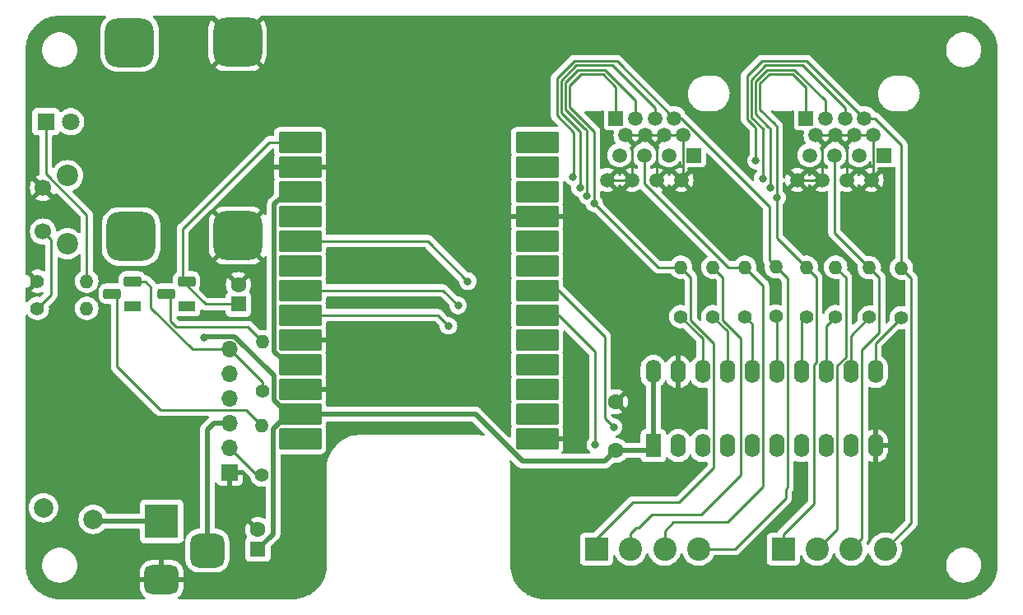
<source format=gbr>
%TF.GenerationSoftware,KiCad,Pcbnew,7.0.9*%
%TF.CreationDate,2024-07-05T12:55:42+10:00*%
%TF.ProjectId,ethernet_led_controller,65746865-726e-4657-945f-6c65645f636f,v1_1_0*%
%TF.SameCoordinates,Original*%
%TF.FileFunction,Copper,L1,Top*%
%TF.FilePolarity,Positive*%
%FSLAX46Y46*%
G04 Gerber Fmt 4.6, Leading zero omitted, Abs format (unit mm)*
G04 Created by KiCad (PCBNEW 7.0.9) date 2024-07-05 12:55:42*
%MOMM*%
%LPD*%
G01*
G04 APERTURE LIST*
G04 Aperture macros list*
%AMRoundRect*
0 Rectangle with rounded corners*
0 $1 Rounding radius*
0 $2 $3 $4 $5 $6 $7 $8 $9 X,Y pos of 4 corners*
0 Add a 4 corners polygon primitive as box body*
4,1,4,$2,$3,$4,$5,$6,$7,$8,$9,$2,$3,0*
0 Add four circle primitives for the rounded corners*
1,1,$1+$1,$2,$3*
1,1,$1+$1,$4,$5*
1,1,$1+$1,$6,$7*
1,1,$1+$1,$8,$9*
0 Add four rect primitives between the rounded corners*
20,1,$1+$1,$2,$3,$4,$5,0*
20,1,$1+$1,$4,$5,$6,$7,0*
20,1,$1+$1,$6,$7,$8,$9,0*
20,1,$1+$1,$8,$9,$2,$3,0*%
G04 Aperture macros list end*
%TA.AperFunction,ComponentPad*%
%ADD10R,1.500000X1.500000*%
%TD*%
%TA.AperFunction,ComponentPad*%
%ADD11C,1.500000*%
%TD*%
%TA.AperFunction,ComponentPad*%
%ADD12R,3.500000X3.500000*%
%TD*%
%TA.AperFunction,ComponentPad*%
%ADD13RoundRect,0.750000X1.000000X-0.750000X1.000000X0.750000X-1.000000X0.750000X-1.000000X-0.750000X0*%
%TD*%
%TA.AperFunction,ComponentPad*%
%ADD14RoundRect,0.875000X0.875000X-0.875000X0.875000X0.875000X-0.875000X0.875000X-0.875000X-0.875000X0*%
%TD*%
%TA.AperFunction,ComponentPad*%
%ADD15C,1.400000*%
%TD*%
%TA.AperFunction,ComponentPad*%
%ADD16O,1.400000X1.400000*%
%TD*%
%TA.AperFunction,SMDPad,CuDef*%
%ADD17RoundRect,0.220000X1.980000X-0.880000X1.980000X0.880000X-1.980000X0.880000X-1.980000X-0.880000X0*%
%TD*%
%TA.AperFunction,ComponentPad*%
%ADD18C,1.700000*%
%TD*%
%TA.AperFunction,ComponentPad*%
%ADD19R,1.800000X1.100000*%
%TD*%
%TA.AperFunction,ComponentPad*%
%ADD20RoundRect,0.275000X0.625000X-0.275000X0.625000X0.275000X-0.625000X0.275000X-0.625000X-0.275000X0*%
%TD*%
%TA.AperFunction,ComponentPad*%
%ADD21R,1.700000X1.700000*%
%TD*%
%TA.AperFunction,ComponentPad*%
%ADD22O,1.700000X1.700000*%
%TD*%
%TA.AperFunction,ComponentPad*%
%ADD23R,2.400000X2.400000*%
%TD*%
%TA.AperFunction,ComponentPad*%
%ADD24C,2.400000*%
%TD*%
%TA.AperFunction,ComponentPad*%
%ADD25R,1.600000X1.600000*%
%TD*%
%TA.AperFunction,ComponentPad*%
%ADD26C,1.600000*%
%TD*%
%TA.AperFunction,ComponentPad*%
%ADD27C,2.010000*%
%TD*%
%TA.AperFunction,ComponentPad*%
%ADD28C,2.200000*%
%TD*%
%TA.AperFunction,ComponentPad*%
%ADD29R,1.800000X1.800000*%
%TD*%
%TA.AperFunction,ComponentPad*%
%ADD30C,1.800000*%
%TD*%
%TA.AperFunction,SMDPad,CuDef*%
%ADD31RoundRect,1.250000X1.250000X-1.250000X1.250000X1.250000X-1.250000X1.250000X-1.250000X-1.250000X0*%
%TD*%
%TA.AperFunction,ComponentPad*%
%ADD32R,1.600000X2.400000*%
%TD*%
%TA.AperFunction,ComponentPad*%
%ADD33O,1.600000X2.400000*%
%TD*%
%TA.AperFunction,ViaPad*%
%ADD34C,0.800000*%
%TD*%
%TA.AperFunction,Conductor*%
%ADD35C,0.250000*%
%TD*%
%TA.AperFunction,Conductor*%
%ADD36C,0.500000*%
%TD*%
G04 APERTURE END LIST*
D10*
%TO.P,J2,1*%
%TO.N,Net-(J5-Pin_1)*%
X155489000Y-78090000D03*
X147489000Y-74290000D03*
D11*
%TO.P,J2,2*%
%TO.N,GND*%
X154219000Y-80630000D03*
X148489000Y-76040000D03*
%TO.P,J2,3*%
%TO.N,Net-(J5-Pin_2)*%
X152949000Y-78090000D03*
X149489000Y-74290000D03*
%TO.P,J2,4*%
%TO.N,GND*%
X151679000Y-80630000D03*
X150489000Y-76040000D03*
%TO.P,J2,5*%
%TO.N,Net-(J5-Pin_3)*%
X151489000Y-74290000D03*
X150409000Y-78090000D03*
%TO.P,J2,6*%
%TO.N,GND*%
X152489000Y-76040000D03*
X149139000Y-80630000D03*
%TO.P,J2,7*%
%TO.N,Net-(J5-Pin_4)*%
X153489000Y-74290000D03*
X147869000Y-78090000D03*
%TO.P,J2,8*%
%TO.N,GND*%
X154389000Y-76040000D03*
X146599000Y-80630000D03*
%TD*%
D12*
%TO.P,J6,1*%
%TO.N,Net-(F1-Pad1)*%
X100759000Y-115740000D03*
D13*
%TO.P,J6,2*%
%TO.N,GND*%
X100759000Y-121740000D03*
D14*
%TO.P,J6,3*%
%TO.N,Net-(J1-Pin_3)*%
X105459000Y-118740000D03*
%TD*%
D15*
%TO.P,R1,1*%
%TO.N,Net-(J1-Pin_6)*%
X111159000Y-102340000D03*
D16*
%TO.P,R1,2*%
%TO.N,Net-(Q2-B)*%
X111159000Y-97260000D03*
%TD*%
D17*
%TO.P,U1,1,CLK_EN*%
%TO.N,Net-(Q2-C)*%
X114997000Y-76760000D03*
D18*
X115759000Y-76760000D03*
D17*
%TO.P,U1,2,GND*%
%TO.N,GND*%
X114997000Y-79300000D03*
D18*
X115759000Y-79300000D03*
D17*
%TO.P,U1,3,3.3V*%
%TO.N,+3V3*%
X114997000Y-81840000D03*
D18*
X115759000Y-81840000D03*
D17*
%TO.P,U1,4,ESP32_EN*%
%TO.N,unconnected-(U1-ESP32_EN-Pad4)*%
X114997000Y-84380000D03*
D18*
X115759000Y-84380000D03*
D17*
%TO.P,U1,5,IO32/ADC1_CH4/TCH9*%
%TO.N,Net-(U1-IO32{slash}ADC1_CH4{slash}TCH9)*%
X114997000Y-86920000D03*
D18*
X115759000Y-86920000D03*
D17*
%TO.P,U1,6,IO33/ADC1_CH5/TCH8*%
%TO.N,Net-(D1-A)*%
X114997000Y-89460000D03*
D18*
X115759000Y-89460000D03*
D17*
%TO.P,U1,7,IO5/BOOT_FLOAT*%
%TO.N,Net-(U1-IO5{slash}BOOT_FLOAT)*%
X114997000Y-92000000D03*
D18*
X115759000Y-92000000D03*
D17*
%TO.P,U1,8,IO17/UART2_TX*%
%TO.N,Net-(U1-IO17{slash}UART2_TX)*%
X114997000Y-94540000D03*
D18*
X115759000Y-94540000D03*
D17*
%TO.P,U1,9,GND*%
%TO.N,GND*%
X114997000Y-97080000D03*
D18*
X115759000Y-97080000D03*
D17*
%TO.P,U1,10,3.3V*%
%TO.N,+3V3*%
X114997000Y-99620000D03*
D18*
X115759000Y-99620000D03*
D17*
%TO.P,U1,11,GND*%
%TO.N,GND*%
X114997000Y-102160000D03*
D18*
X115759000Y-102160000D03*
D17*
%TO.P,U1,12,5V*%
%TO.N,+5V*%
X114997000Y-104700000D03*
D18*
X115759000Y-104700000D03*
D17*
%TO.P,U1,13,LINK_LED*%
%TO.N,unconnected-(U1-LINK_LED-Pad13)*%
X114997000Y-107240000D03*
D18*
X115759000Y-107240000D03*
%TO.P,U1,14,GND*%
%TO.N,GND*%
X138619000Y-107240000D03*
D17*
X139381000Y-107240000D03*
D18*
%TO.P,U1,15,IO2/ADC2_CH2/TCH2/PRG_FLOAT_OR_GND*%
%TO.N,Net-(U1-IO2{slash}ADC2_CH2{slash}TCH2{slash}PRG_FLOAT_OR_GND)*%
X138619000Y-104700000D03*
D17*
X139381000Y-104700000D03*
D18*
%TO.P,U1,16,IO4/ADC2_CH0/TCH0*%
%TO.N,Net-(U1-IO4{slash}ADC2_CH0{slash}TCH0)*%
X138619000Y-102160000D03*
D17*
X139381000Y-102160000D03*
D18*
%TO.P,U1,17,IO35/ADC1_CH7/INPUT_ONLY*%
%TO.N,unconnected-(U1-IO35{slash}ADC1_CH7{slash}INPUT_ONLY-Pad17)*%
X138619000Y-99620000D03*
D17*
X139381000Y-99620000D03*
D18*
%TO.P,U1,18,IO12/ADC2_CH5/TCH5/BOOT_FLOAT_OR_LOW*%
%TO.N,Net-(U1-IO12{slash}ADC2_CH5{slash}TCH5{slash}BOOT_FLOAT_OR_LOW)*%
X138619000Y-97080000D03*
D17*
X139381000Y-97080000D03*
D18*
%TO.P,U1,19,IO14/ADC2_CH6/TCH6*%
%TO.N,Net-(U1-IO14{slash}ADC2_CH6{slash}TCH6)*%
X138619000Y-94540000D03*
D17*
X139381000Y-94540000D03*
D18*
%TO.P,U1,20,IO15/ADC2_CH3/TCH3*%
%TO.N,Net-(U1-IO15{slash}ADC2_CH3{slash}TCH3)*%
X138619000Y-92000000D03*
D17*
X139381000Y-92000000D03*
D18*
%TO.P,U1,21,IO36/ADC1_CH0/INPUT_ONLY*%
%TO.N,Net-(U1-IO36{slash}ADC1_CH0{slash}INPUT_ONLY)*%
X138619000Y-89460000D03*
D17*
X139381000Y-89460000D03*
D18*
%TO.P,U1,22,IO39/ADC1_CH3/INPUT_ONLY*%
%TO.N,unconnected-(U1-IO39{slash}ADC1_CH3{slash}INPUT_ONLY-Pad22)*%
X138619000Y-86920000D03*
D17*
X139381000Y-86920000D03*
D18*
%TO.P,U1,23,GND*%
%TO.N,GND*%
X138619000Y-84380000D03*
D17*
X139381000Y-84380000D03*
D18*
%TO.P,U1,24,IO0/PRG_LOW/ETH_CLK*%
%TO.N,Net-(Q1-E)*%
X138619000Y-81840000D03*
D17*
X139381000Y-81840000D03*
D18*
%TO.P,U1,25,IO3/PRG_RX*%
%TO.N,Net-(J1-Pin_4)*%
X138619000Y-79300000D03*
D17*
X139381000Y-79300000D03*
D18*
%TO.P,U1,26,IO1/PRG_TX*%
%TO.N,Net-(J1-Pin_5)*%
X138619000Y-76760000D03*
D17*
X139381000Y-76760000D03*
%TD*%
D19*
%TO.P,Q2,1,E*%
%TO.N,Net-(J1-Pin_2)*%
X103329000Y-93610000D03*
D20*
%TO.P,Q2,2,B*%
%TO.N,Net-(Q2-B)*%
X101259000Y-92340000D03*
%TO.P,Q2,3,C*%
%TO.N,Net-(Q2-C)*%
X103329000Y-91070000D03*
%TD*%
D15*
%TO.P,R5,1*%
%TO.N,Net-(U2-B2)*%
X160759000Y-94680000D03*
D16*
%TO.P,R5,2*%
%TO.N,Net-(J5-Pin_3)*%
X160759000Y-89600000D03*
%TD*%
D21*
%TO.P,J1,1,Pin_1*%
%TO.N,GND*%
X107759000Y-110740000D03*
D22*
%TO.P,J1,2,Pin_2*%
%TO.N,Net-(J1-Pin_2)*%
X107759000Y-108200000D03*
%TO.P,J1,3,Pin_3*%
%TO.N,Net-(J1-Pin_3)*%
X107759000Y-105660000D03*
%TO.P,J1,4,Pin_4*%
%TO.N,Net-(J1-Pin_4)*%
X107759000Y-103120000D03*
%TO.P,J1,5,Pin_5*%
%TO.N,Net-(J1-Pin_5)*%
X107759000Y-100580000D03*
%TO.P,J1,6,Pin_6*%
%TO.N,Net-(J1-Pin_6)*%
X107759000Y-98040000D03*
%TD*%
D10*
%TO.P,J3,1*%
%TO.N,Net-(J4-Pin_1)*%
X175041500Y-78090000D03*
X167041500Y-74290000D03*
D11*
%TO.P,J3,2*%
%TO.N,GND*%
X173771500Y-80630000D03*
X168041500Y-76040000D03*
%TO.P,J3,3*%
%TO.N,Net-(J4-Pin_2)*%
X172501500Y-78090000D03*
X169041500Y-74290000D03*
%TO.P,J3,4*%
%TO.N,GND*%
X171231500Y-80630000D03*
X170041500Y-76040000D03*
%TO.P,J3,5*%
%TO.N,Net-(J4-Pin_3)*%
X171041500Y-74290000D03*
X169961500Y-78090000D03*
%TO.P,J3,6*%
%TO.N,GND*%
X172041500Y-76040000D03*
X168691500Y-80630000D03*
%TO.P,J3,7*%
%TO.N,Net-(J4-Pin_4)*%
X173041500Y-74290000D03*
X167421500Y-78090000D03*
%TO.P,J3,8*%
%TO.N,GND*%
X173941500Y-76040000D03*
X166151500Y-80630000D03*
%TD*%
D23*
%TO.P,J4,1,Pin_1*%
%TO.N,Net-(J4-Pin_1)*%
X164700000Y-118600000D03*
D24*
%TO.P,J4,2,Pin_2*%
%TO.N,Net-(J4-Pin_2)*%
X168200000Y-118600000D03*
%TO.P,J4,3,Pin_3*%
%TO.N,Net-(J4-Pin_3)*%
X171700000Y-118600000D03*
%TO.P,J4,4,Pin_4*%
%TO.N,Net-(J4-Pin_4)*%
X175200000Y-118600000D03*
%TD*%
D25*
%TO.P,C1,1*%
%TO.N,Net-(Q2-C)*%
X108659000Y-93395112D03*
D26*
%TO.P,C1,2*%
%TO.N,GND*%
X108659000Y-91395112D03*
%TD*%
D27*
%TO.P,F1,1*%
%TO.N,Net-(F1-Pad1)*%
X93709000Y-115540000D03*
%TO.P,F1,2*%
%TO.N,Net-(J8-Pin_1)*%
X88609000Y-114340000D03*
%TD*%
D15*
%TO.P,R11,1*%
%TO.N,GND*%
X87979000Y-91040000D03*
D16*
%TO.P,R11,2*%
%TO.N,Net-(D1-K)*%
X93059000Y-91040000D03*
%TD*%
D25*
%TO.P,C2,1*%
%TO.N,+5V*%
X110659000Y-118595112D03*
D26*
%TO.P,C2,2*%
%TO.N,GND*%
X110659000Y-116595112D03*
%TD*%
D15*
%TO.P,R8,1*%
%TO.N,Net-(U2-B5)*%
X170099000Y-94680000D03*
D16*
%TO.P,R8,2*%
%TO.N,Net-(J4-Pin_2)*%
X170099000Y-89600000D03*
%TD*%
D15*
%TO.P,R12,1*%
%TO.N,Net-(U1-IO36{slash}ADC1_CH0{slash}INPUT_ONLY)*%
X87979000Y-93840000D03*
D16*
%TO.P,R12,2*%
%TO.N,+3V3*%
X93059000Y-93840000D03*
%TD*%
D15*
%TO.P,R10,1*%
%TO.N,Net-(U2-B7)*%
X176859000Y-94780000D03*
D16*
%TO.P,R10,2*%
%TO.N,Net-(J4-Pin_4)*%
X176859000Y-89700000D03*
%TD*%
D28*
%TO.P,SW1,*%
%TO.N,*%
X91059000Y-87190000D03*
X91059000Y-80190000D03*
D18*
%TO.P,SW1,1,1*%
%TO.N,Net-(U1-IO36{slash}ADC1_CH0{slash}INPUT_ONLY)*%
X88559000Y-85940000D03*
%TO.P,SW1,2,2*%
%TO.N,GND*%
X88559000Y-81440000D03*
%TD*%
D15*
%TO.P,R4,1*%
%TO.N,Net-(U2-B1)*%
X157459000Y-94680000D03*
D16*
%TO.P,R4,2*%
%TO.N,Net-(J5-Pin_2)*%
X157459000Y-89600000D03*
%TD*%
D15*
%TO.P,R9,1*%
%TO.N,Net-(U2-B6)*%
X173559000Y-94740000D03*
D16*
%TO.P,R9,2*%
%TO.N,Net-(J4-Pin_3)*%
X173559000Y-89660000D03*
%TD*%
D15*
%TO.P,R2,1*%
%TO.N,Net-(J1-Pin_2)*%
X111059000Y-110980000D03*
D16*
%TO.P,R2,2*%
%TO.N,Net-(Q1-B)*%
X111059000Y-105900000D03*
%TD*%
D26*
%TO.P,C3,1*%
%TO.N,+5V*%
X147459000Y-108440000D03*
%TO.P,C3,2*%
%TO.N,GND*%
X147459000Y-103440000D03*
%TD*%
D29*
%TO.P,D1,1,K*%
%TO.N,Net-(D1-K)*%
X88859000Y-74640000D03*
D30*
%TO.P,D1,2,A*%
%TO.N,Net-(D1-A)*%
X91399000Y-74640000D03*
%TD*%
D19*
%TO.P,Q1,1,E*%
%TO.N,Net-(Q1-E)*%
X97729000Y-93610000D03*
D20*
%TO.P,Q1,2,B*%
%TO.N,Net-(Q1-B)*%
X95659000Y-92340000D03*
%TO.P,Q1,3,C*%
%TO.N,Net-(J1-Pin_6)*%
X97729000Y-91070000D03*
%TD*%
D15*
%TO.P,R3,1*%
%TO.N,Net-(U2-B0)*%
X154159000Y-94680000D03*
D16*
%TO.P,R3,2*%
%TO.N,Net-(J5-Pin_1)*%
X154159000Y-89600000D03*
%TD*%
D23*
%TO.P,J5,1,Pin_1*%
%TO.N,Net-(J5-Pin_1)*%
X145500000Y-118600000D03*
D24*
%TO.P,J5,2,Pin_2*%
%TO.N,Net-(J5-Pin_2)*%
X149000000Y-118600000D03*
%TO.P,J5,3,Pin_3*%
%TO.N,Net-(J5-Pin_3)*%
X152500000Y-118600000D03*
%TO.P,J5,4,Pin_4*%
%TO.N,Net-(J5-Pin_4)*%
X156000000Y-118600000D03*
%TD*%
D21*
%TO.P,J8,1,Pin_1*%
%TO.N,Net-(J8-Pin_1)*%
X95972400Y-67245200D03*
D22*
X98664800Y-67245200D03*
D31*
X97459000Y-66490000D03*
D22*
%TO.P,J8,2,Pin_2*%
%TO.N,GND*%
X109764600Y-67194400D03*
D21*
X107148400Y-67169000D03*
D31*
X108559000Y-66440000D03*
%TO.P,J8,3,Pin_3*%
X108609000Y-86340000D03*
D21*
X107275400Y-85380800D03*
D22*
X110009000Y-85340000D03*
D31*
%TO.P,J8,4,Pin_4*%
%TO.N,+5V*%
X97609000Y-86440000D03*
D22*
X98918800Y-85584000D03*
D21*
X96150200Y-85533200D03*
%TD*%
D15*
%TO.P,R6,1*%
%TO.N,Net-(U2-B3)*%
X163959000Y-94640000D03*
D16*
%TO.P,R6,2*%
%TO.N,Net-(J5-Pin_4)*%
X163959000Y-89560000D03*
%TD*%
D32*
%TO.P,U2,1,A->B*%
%TO.N,+5V*%
X151339000Y-107960000D03*
D33*
%TO.P,U2,2,A0*%
%TO.N,Net-(U1-IO14{slash}ADC2_CH6{slash}TCH6)*%
X153879000Y-107960000D03*
%TO.P,U2,3,A1*%
%TO.N,Net-(U1-IO15{slash}ADC2_CH3{slash}TCH3)*%
X156419000Y-107960000D03*
%TO.P,U2,4,A2*%
%TO.N,Net-(U1-IO2{slash}ADC2_CH2{slash}TCH2{slash}PRG_FLOAT_OR_GND)*%
X158959000Y-107960000D03*
%TO.P,U2,5,A3*%
%TO.N,Net-(U1-IO4{slash}ADC2_CH0{slash}TCH0)*%
X161499000Y-107960000D03*
%TO.P,U2,6,A4*%
%TO.N,Net-(U1-IO12{slash}ADC2_CH5{slash}TCH5{slash}BOOT_FLOAT_OR_LOW)*%
X164039000Y-107960000D03*
%TO.P,U2,7,A5*%
%TO.N,Net-(U1-IO17{slash}UART2_TX)*%
X166579000Y-107960000D03*
%TO.P,U2,8,A6*%
%TO.N,Net-(U1-IO5{slash}BOOT_FLOAT)*%
X169119000Y-107960000D03*
%TO.P,U2,9,A7*%
%TO.N,Net-(U1-IO32{slash}ADC1_CH4{slash}TCH9)*%
X171659000Y-107960000D03*
%TO.P,U2,10,GND*%
%TO.N,GND*%
X174199000Y-107960000D03*
%TO.P,U2,11,B7*%
%TO.N,Net-(U2-B7)*%
X174199000Y-100340000D03*
%TO.P,U2,12,B6*%
%TO.N,Net-(U2-B6)*%
X171659000Y-100340000D03*
%TO.P,U2,13,B5*%
%TO.N,Net-(U2-B5)*%
X169119000Y-100340000D03*
%TO.P,U2,14,B4*%
%TO.N,Net-(U2-B4)*%
X166579000Y-100340000D03*
%TO.P,U2,15,B3*%
%TO.N,Net-(U2-B3)*%
X164039000Y-100340000D03*
%TO.P,U2,16,B2*%
%TO.N,Net-(U2-B2)*%
X161499000Y-100340000D03*
%TO.P,U2,17,B1*%
%TO.N,Net-(U2-B1)*%
X158959000Y-100340000D03*
%TO.P,U2,18,B0*%
%TO.N,Net-(U2-B0)*%
X156419000Y-100340000D03*
%TO.P,U2,19,CE*%
%TO.N,GND*%
X153879000Y-100340000D03*
%TO.P,U2,20,VCC*%
%TO.N,+5V*%
X151339000Y-100340000D03*
%TD*%
D15*
%TO.P,R7,1*%
%TO.N,Net-(U2-B4)*%
X167059000Y-94680000D03*
D16*
%TO.P,R7,2*%
%TO.N,Net-(J4-Pin_1)*%
X167059000Y-89600000D03*
%TD*%
D34*
%TO.N,Net-(J4-Pin_1)*%
X164059000Y-82440000D03*
%TO.N,+5V*%
X105159000Y-96840000D03*
%TO.N,Net-(J4-Pin_2)*%
X163334500Y-81440000D03*
%TO.N,Net-(J4-Pin_3)*%
X162610000Y-80470503D03*
%TO.N,Net-(J4-Pin_4)*%
X161885500Y-78640000D03*
%TO.N,Net-(J5-Pin_1)*%
X145259000Y-83040000D03*
%TO.N,Net-(J5-Pin_2)*%
X144534500Y-82240000D03*
%TO.N,Net-(J5-Pin_3)*%
X143810000Y-81467928D03*
%TO.N,Net-(J5-Pin_4)*%
X143085500Y-80340000D03*
%TO.N,Net-(U1-IO32{slash}ADC1_CH4{slash}TCH9)*%
X132259000Y-91040000D03*
%TO.N,Net-(U1-IO5{slash}BOOT_FLOAT)*%
X131259000Y-93540000D03*
%TO.N,Net-(U1-IO17{slash}UART2_TX)*%
X130259000Y-95640000D03*
%TO.N,Net-(U1-IO14{slash}ADC2_CH6{slash}TCH6)*%
X145359000Y-107840000D03*
%TO.N,Net-(U1-IO15{slash}ADC2_CH3{slash}TCH3)*%
X147259000Y-106040000D03*
%TD*%
D35*
%TO.N,Net-(Q2-C)*%
X102929000Y-91070000D02*
X105254112Y-93395112D01*
X102929000Y-91070000D02*
X102929000Y-85670000D01*
X105254112Y-93395112D02*
X108659000Y-93395112D01*
X102929000Y-85670000D02*
X111839000Y-76760000D01*
X111839000Y-76760000D02*
X115759000Y-76760000D01*
%TO.N,GND*%
X173941500Y-76040000D02*
X172041500Y-76040000D01*
X170041500Y-76040000D02*
X168041500Y-76040000D01*
X149139000Y-80630000D02*
X146599000Y-80630000D01*
X150489000Y-76040000D02*
X148489000Y-76040000D01*
X172041500Y-76040000D02*
X171231500Y-76850000D01*
X172041500Y-76040000D02*
X170041500Y-76040000D01*
X154389000Y-76040000D02*
X152489000Y-76040000D01*
X173941500Y-76040000D02*
X173941500Y-80460000D01*
X168691500Y-77390000D02*
X168691500Y-80630000D01*
X170041500Y-76040000D02*
X168691500Y-77390000D01*
X152489000Y-76040000D02*
X150489000Y-76040000D01*
X148489000Y-76040000D02*
X149139000Y-76690000D01*
X171231500Y-76850000D02*
X171231500Y-80630000D01*
X154389000Y-76040000D02*
X154389000Y-80460000D01*
X149139000Y-76690000D02*
X149139000Y-80630000D01*
X173941500Y-80460000D02*
X173771500Y-80630000D01*
X168691500Y-80630000D02*
X166151500Y-80630000D01*
X154389000Y-80460000D02*
X154219000Y-80630000D01*
X151679000Y-76850000D02*
X151679000Y-80630000D01*
X152489000Y-76040000D02*
X151679000Y-76850000D01*
%TO.N,Net-(D1-K)*%
X88859000Y-80005255D02*
X93059000Y-84205255D01*
X93059000Y-84205255D02*
X93059000Y-91040000D01*
X88859000Y-74640000D02*
X88859000Y-80005255D01*
D36*
%TO.N,Net-(F1-Pad1)*%
X100759000Y-115740000D02*
X93909000Y-115740000D01*
X93909000Y-115740000D02*
X93709000Y-115540000D01*
D35*
%TO.N,Net-(J4-Pin_1)*%
X163259000Y-69740000D02*
X162316500Y-70682500D01*
X162316500Y-73397500D02*
X163759000Y-74840000D01*
X165674572Y-69740000D02*
X163259000Y-69740000D01*
X164059000Y-86600000D02*
X164059000Y-82440000D01*
X167041500Y-71106928D02*
X165674572Y-69740000D01*
X164059000Y-75140000D02*
X164059000Y-82440000D01*
X167059000Y-89600000D02*
X164059000Y-86600000D01*
X163759000Y-74840000D02*
X164059000Y-75140000D01*
X167859000Y-113940000D02*
X164700000Y-117099000D01*
X168084000Y-90625000D02*
X168084000Y-99384010D01*
X168084000Y-99384010D02*
X167859000Y-99609010D01*
X167059000Y-89600000D02*
X168084000Y-90625000D01*
X164700000Y-117099000D02*
X164700000Y-118600000D01*
X162316500Y-70682500D02*
X162316500Y-73397500D01*
X167859000Y-99609010D02*
X167859000Y-113940000D01*
X167041500Y-74290000D02*
X167041500Y-71106928D01*
%TO.N,Net-(J1-Pin_2)*%
X110539000Y-110980000D02*
X111059000Y-110980000D01*
X107759000Y-108200000D02*
X110539000Y-110980000D01*
D36*
%TO.N,+5V*%
X133027382Y-104700000D02*
X137867382Y-109540000D01*
X137867382Y-109540000D02*
X146359000Y-109540000D01*
X112209000Y-106214382D02*
X112209000Y-117045112D01*
X146359000Y-109540000D02*
X147459000Y-108440000D01*
X112309000Y-100751522D02*
X108297478Y-96740000D01*
X114997000Y-104700000D02*
X113723382Y-104700000D01*
X150859000Y-108440000D02*
X151339000Y-107960000D01*
X115759000Y-104700000D02*
X133027382Y-104700000D01*
X108297478Y-96740000D02*
X105259000Y-96740000D01*
X147459000Y-108440000D02*
X150859000Y-108440000D01*
X151339000Y-107960000D02*
X151339000Y-100340000D01*
X113723382Y-104700000D02*
X112309000Y-103285618D01*
X112209000Y-117045112D02*
X110659000Y-118595112D01*
X115759000Y-104700000D02*
X113723382Y-104700000D01*
X105259000Y-96740000D02*
X105159000Y-96840000D01*
X112309000Y-103285618D02*
X112309000Y-100751522D01*
X113723382Y-104700000D02*
X112209000Y-106214382D01*
D35*
%TO.N,Net-(J1-Pin_6)*%
X103922604Y-98040000D02*
X99659000Y-93776396D01*
X111159000Y-102340000D02*
X111159000Y-101440000D01*
X99089000Y-91070000D02*
X97329000Y-91070000D01*
X99659000Y-91640000D02*
X99089000Y-91070000D01*
X111159000Y-101440000D02*
X107759000Y-98040000D01*
X107759000Y-98040000D02*
X103922604Y-98040000D01*
X99659000Y-93776396D02*
X99659000Y-91640000D01*
%TO.N,Net-(J4-Pin_2)*%
X170259000Y-116541000D02*
X168200000Y-118600000D01*
X169041500Y-74290000D02*
X169041500Y-72470532D01*
X161866500Y-70496104D02*
X161866500Y-73847500D01*
X170259000Y-99740000D02*
X170259000Y-116541000D01*
X161866500Y-73847500D02*
X163159000Y-75140000D01*
X171124000Y-90625000D02*
X171124000Y-98875000D01*
X163072604Y-69290000D02*
X161866500Y-70496104D01*
X170099000Y-89600000D02*
X171124000Y-90625000D01*
X163159000Y-75140000D02*
X163334500Y-75315500D01*
X163334500Y-75315500D02*
X163334500Y-81440000D01*
X171124000Y-98875000D02*
X170259000Y-99740000D01*
X165860968Y-69290000D02*
X163072604Y-69290000D01*
X169041500Y-72470532D02*
X165860968Y-69290000D01*
%TO.N,Net-(J4-Pin_3)*%
X162610000Y-75489000D02*
X162610000Y-80470503D01*
X173559000Y-89660000D02*
X169961500Y-86062500D01*
X173559000Y-89660000D02*
X174584000Y-90685000D01*
X169961500Y-86062500D02*
X169961500Y-78090000D01*
X171041500Y-74290000D02*
X171041500Y-73229340D01*
X172784000Y-98115000D02*
X172784000Y-117516000D01*
X171041500Y-73229340D02*
X166652160Y-68840000D01*
X162886208Y-68840000D02*
X161416500Y-70309708D01*
X161416500Y-70682500D02*
X161416500Y-74197500D01*
X174584000Y-90685000D02*
X174584000Y-96315000D01*
X161416500Y-74197500D02*
X162659000Y-75440000D01*
X174584000Y-96315000D02*
X172784000Y-98115000D01*
X166652160Y-68840000D02*
X162886208Y-68840000D01*
X161416500Y-70309708D02*
X161416500Y-70682500D01*
X162659000Y-75440000D02*
X162610000Y-75489000D01*
X172784000Y-117516000D02*
X171700000Y-118600000D01*
%TO.N,Net-(J4-Pin_4)*%
X177884000Y-90725000D02*
X177884000Y-115916000D01*
X161690802Y-75108198D02*
X161885500Y-75302896D01*
X162509000Y-68390000D02*
X160966500Y-69932500D01*
X176859000Y-89700000D02*
X177884000Y-90725000D01*
X160966500Y-74383896D02*
X161690802Y-75108198D01*
X167141500Y-68390000D02*
X162509000Y-68390000D01*
X160966500Y-69932500D02*
X160966500Y-74383896D01*
X176859000Y-77046840D02*
X174102160Y-74290000D01*
X173041500Y-74290000D02*
X167141500Y-68390000D01*
X176859000Y-89700000D02*
X176859000Y-77046840D01*
X161885500Y-75302896D02*
X161885500Y-78640000D01*
X177884000Y-115916000D02*
X175200000Y-118600000D01*
X174102160Y-74290000D02*
X173041500Y-74290000D01*
%TO.N,Net-(J5-Pin_1)*%
X154159000Y-89600000D02*
X155184000Y-90625000D01*
X146147072Y-69765000D02*
X143920928Y-69765000D01*
X142759000Y-70926928D02*
X142759000Y-73140000D01*
X142759000Y-73140000D02*
X145259000Y-75640000D01*
X153999000Y-113800000D02*
X149200000Y-113800000D01*
X143920928Y-69765000D02*
X142759000Y-70926928D01*
X157544000Y-110255000D02*
X153999000Y-113800000D01*
X155184000Y-90625000D02*
X155184000Y-95068604D01*
X145500000Y-117500000D02*
X145500000Y-118600000D01*
X157544000Y-97428604D02*
X157544000Y-110255000D01*
X155184000Y-95068604D02*
X157544000Y-97428604D01*
X147489000Y-74290000D02*
X147489000Y-71106928D01*
X151819000Y-89600000D02*
X145259000Y-83040000D01*
X149200000Y-113800000D02*
X145500000Y-117500000D01*
X147489000Y-71106928D02*
X146147072Y-69765000D01*
X154159000Y-89600000D02*
X151819000Y-89600000D01*
X145259000Y-75640000D02*
X145259000Y-83040000D01*
%TO.N,Net-(J5-Pin_2)*%
X143584000Y-69315000D02*
X142309000Y-70590000D01*
X144534500Y-75551896D02*
X144534500Y-82240000D01*
X157459000Y-89600000D02*
X158484000Y-90625000D01*
X149600000Y-116400000D02*
X149000000Y-117000000D01*
X144259000Y-75340000D02*
X144322604Y-75340000D01*
X158484000Y-95065000D02*
X160359000Y-96940000D01*
X144322604Y-75340000D02*
X144534500Y-75551896D01*
X158484000Y-90625000D02*
X158484000Y-95065000D01*
X149489000Y-72470532D02*
X146333468Y-69315000D01*
X142309000Y-70590000D02*
X142309000Y-73390000D01*
X160359000Y-96940000D02*
X160359000Y-110940000D01*
X149000000Y-117000000D02*
X149000000Y-118600000D01*
X142309000Y-73390000D02*
X144259000Y-75340000D01*
X160359000Y-110940000D02*
X156299000Y-115000000D01*
X149800000Y-116400000D02*
X149600000Y-116400000D01*
X156299000Y-115000000D02*
X151200000Y-115000000D01*
X149489000Y-74290000D02*
X149489000Y-72470532D01*
X146333468Y-69315000D02*
X143584000Y-69315000D01*
X151200000Y-115000000D02*
X149800000Y-116400000D01*
%TO.N,Net-(J5-Pin_3)*%
X151489000Y-73229340D02*
X147099660Y-68840000D01*
X160759000Y-89600000D02*
X162624000Y-91465000D01*
X143810000Y-75691000D02*
X143810000Y-81467928D01*
X159019000Y-89600000D02*
X150409000Y-80990000D01*
X158999000Y-115800000D02*
X153400000Y-115800000D01*
X162624000Y-91465000D02*
X162624000Y-112175000D01*
X152500000Y-116700000D02*
X152500000Y-118600000D01*
X151489000Y-74290000D02*
X151489000Y-73229340D01*
X143422604Y-68840000D02*
X141859000Y-70403604D01*
X162624000Y-112175000D02*
X158999000Y-115800000D01*
X147099660Y-68840000D02*
X143422604Y-68840000D01*
X160759000Y-89600000D02*
X159019000Y-89600000D01*
X153400000Y-115800000D02*
X152500000Y-116700000D01*
X141859000Y-70403604D02*
X141859000Y-73740000D01*
X141859000Y-73740000D02*
X143659000Y-75540000D01*
X150409000Y-80990000D02*
X150409000Y-78090000D01*
X143659000Y-75540000D02*
X143810000Y-75691000D01*
%TO.N,Net-(J5-Pin_4)*%
X163259000Y-88860000D02*
X163259000Y-83340000D01*
X141409000Y-70190000D02*
X141409000Y-73990000D01*
X165159000Y-109540000D02*
X165159000Y-112240000D01*
X159699000Y-118600000D02*
X156000000Y-118600000D01*
X153489000Y-74290000D02*
X147589000Y-68390000D01*
X141409000Y-73990000D02*
X143159000Y-75740000D01*
X163959000Y-89560000D02*
X165164000Y-90765000D01*
X147589000Y-68390000D02*
X143209000Y-68390000D01*
X164959000Y-112440000D02*
X164959000Y-113340000D01*
X154209000Y-74290000D02*
X153489000Y-74290000D01*
X143159000Y-80266500D02*
X143085500Y-80340000D01*
X165164000Y-90765000D02*
X165164000Y-109535000D01*
X165159000Y-112240000D02*
X164959000Y-112440000D01*
X143159000Y-75740000D02*
X143159000Y-80266500D01*
X143209000Y-68390000D02*
X141409000Y-70190000D01*
X163959000Y-89560000D02*
X163259000Y-88860000D01*
X164959000Y-113340000D02*
X159699000Y-118600000D01*
X163259000Y-83340000D02*
X154209000Y-74290000D01*
X165164000Y-109535000D02*
X165159000Y-109540000D01*
%TO.N,Net-(Q1-B)*%
X109454000Y-104295000D02*
X100614000Y-104295000D01*
X96159000Y-99840000D02*
X96159000Y-92440000D01*
X96159000Y-92440000D02*
X96059000Y-92340000D01*
X111059000Y-105900000D02*
X109454000Y-104295000D01*
X100614000Y-104295000D02*
X96159000Y-99840000D01*
%TO.N,Net-(Q2-B)*%
X101659000Y-95140000D02*
X101659000Y-92340000D01*
X111159000Y-97260000D02*
X109639000Y-95740000D01*
X109639000Y-95740000D02*
X102259000Y-95740000D01*
X102259000Y-95740000D02*
X101659000Y-95140000D01*
%TO.N,Net-(U2-B0)*%
X156419000Y-100340000D02*
X156419000Y-96940000D01*
X156419000Y-96940000D02*
X154159000Y-94680000D01*
%TO.N,Net-(U2-B1)*%
X158959000Y-96180000D02*
X157459000Y-94680000D01*
X158959000Y-100340000D02*
X158959000Y-96180000D01*
%TO.N,Net-(U2-B2)*%
X161499000Y-100340000D02*
X161499000Y-95420000D01*
X161499000Y-95420000D02*
X160759000Y-94680000D01*
%TO.N,Net-(U2-B3)*%
X164039000Y-100340000D02*
X164039000Y-94720000D01*
X164039000Y-94720000D02*
X163959000Y-94640000D01*
%TO.N,Net-(U2-B4)*%
X166579000Y-95160000D02*
X167059000Y-94680000D01*
X166579000Y-100340000D02*
X166579000Y-95160000D01*
%TO.N,Net-(U2-B6)*%
X171659000Y-96640000D02*
X173559000Y-94740000D01*
X171659000Y-100340000D02*
X171659000Y-96640000D01*
%TO.N,Net-(U2-B5)*%
X169119000Y-100340000D02*
X169119000Y-95660000D01*
X169119000Y-95660000D02*
X170099000Y-94680000D01*
%TO.N,Net-(U2-B7)*%
X174199000Y-100340000D02*
X174199000Y-97440000D01*
X174199000Y-97440000D02*
X176859000Y-94780000D01*
D36*
%TO.N,+3V3*%
X113723382Y-99620000D02*
X112347000Y-98243618D01*
X112347000Y-98243618D02*
X112347000Y-83128000D01*
X115759000Y-99620000D02*
X113723382Y-99620000D01*
X113635000Y-81840000D02*
X115759000Y-81840000D01*
X112347000Y-83128000D02*
X113635000Y-81840000D01*
D35*
%TO.N,Net-(U1-IO32{slash}ADC1_CH4{slash}TCH9)*%
X132259000Y-91040000D02*
X128139000Y-86920000D01*
X128139000Y-86920000D02*
X115759000Y-86920000D01*
%TO.N,Net-(U1-IO5{slash}BOOT_FLOAT)*%
X131259000Y-93540000D02*
X129719000Y-92000000D01*
X129719000Y-92000000D02*
X115759000Y-92000000D01*
%TO.N,Net-(U1-IO17{slash}UART2_TX)*%
X129159000Y-94540000D02*
X114997000Y-94540000D01*
X130259000Y-95640000D02*
X129159000Y-94540000D01*
%TO.N,Net-(U1-IO14{slash}ADC2_CH6{slash}TCH6)*%
X141580999Y-94540000D02*
X139381000Y-94540000D01*
X145359000Y-98318001D02*
X141580999Y-94540000D01*
X145359000Y-107840000D02*
X145359000Y-98318001D01*
%TO.N,Net-(U1-IO15{slash}ADC2_CH3{slash}TCH3)*%
X141580999Y-92000000D02*
X138619000Y-92000000D01*
X146334000Y-96753001D02*
X141580999Y-92000000D01*
X147259000Y-106040000D02*
X146334000Y-105115000D01*
X146334000Y-105115000D02*
X146334000Y-96753001D01*
D36*
%TO.N,Net-(J1-Pin_3)*%
X105459000Y-118740000D02*
X105459000Y-106340000D01*
X105459000Y-106340000D02*
X106159000Y-105640000D01*
X106179000Y-105660000D02*
X107759000Y-105660000D01*
X106159000Y-105640000D02*
X106179000Y-105660000D01*
D35*
%TO.N,Net-(U1-IO36{slash}ADC1_CH0{slash}INPUT_ONLY)*%
X89409000Y-86790000D02*
X89409000Y-92410000D01*
X88559000Y-85940000D02*
X89409000Y-86790000D01*
X89409000Y-92410000D02*
X87979000Y-93840000D01*
%TD*%
%TA.AperFunction,Conductor*%
%TO.N,GND*%
G36*
X95000596Y-63760185D02*
G01*
X95046351Y-63812989D01*
X95056295Y-63882147D01*
X95027270Y-63945703D01*
X95021238Y-63952181D01*
X94878450Y-64094968D01*
X94722651Y-64306071D01*
X94600061Y-64538021D01*
X94600059Y-64538024D01*
X94600059Y-64538026D01*
X94563267Y-64643172D01*
X94513404Y-64785672D01*
X94513403Y-64785677D01*
X94464631Y-65043445D01*
X94464630Y-65043456D01*
X94464630Y-65043457D01*
X94458500Y-65152608D01*
X94458500Y-67827392D01*
X94464630Y-67936541D01*
X94464631Y-67936554D01*
X94513403Y-68194322D01*
X94513404Y-68194327D01*
X94513405Y-68194332D01*
X94513406Y-68194333D01*
X94600059Y-68441974D01*
X94600060Y-68441977D01*
X94600061Y-68441978D01*
X94710869Y-68651636D01*
X94722654Y-68673933D01*
X94878450Y-68885031D01*
X95063969Y-69070550D01*
X95275067Y-69226346D01*
X95507026Y-69348941D01*
X95754667Y-69435594D01*
X95754671Y-69435594D01*
X95754672Y-69435595D01*
X95754677Y-69435596D01*
X96012445Y-69484368D01*
X96012447Y-69484368D01*
X96012457Y-69484370D01*
X96121608Y-69490500D01*
X96121616Y-69490500D01*
X98796384Y-69490500D01*
X98796392Y-69490500D01*
X98905543Y-69484370D01*
X99163333Y-69435594D01*
X99410974Y-69348941D01*
X99642933Y-69226346D01*
X99825584Y-69091545D01*
X106261007Y-69091545D01*
X106375337Y-69175924D01*
X106607224Y-69298480D01*
X106854797Y-69385110D01*
X106854807Y-69385112D01*
X107112503Y-69433871D01*
X107112510Y-69433872D01*
X107221627Y-69440000D01*
X109896371Y-69439999D01*
X110005487Y-69433872D01*
X110005495Y-69433871D01*
X110263192Y-69385112D01*
X110263202Y-69385110D01*
X110510775Y-69298480D01*
X110742663Y-69175924D01*
X110742664Y-69175923D01*
X110856991Y-69091545D01*
X109209847Y-67444400D01*
X108451362Y-67444400D01*
X108384323Y-67424715D01*
X108377231Y-67419000D01*
X107933552Y-67419000D01*
X106261007Y-69091545D01*
X99825584Y-69091545D01*
X99854031Y-69070550D01*
X100039550Y-68885031D01*
X100195346Y-68673933D01*
X100317941Y-68441974D01*
X100404594Y-68194333D01*
X100453370Y-67936543D01*
X100459500Y-67827392D01*
X100459500Y-65152608D01*
X100456693Y-65102627D01*
X105559000Y-65102627D01*
X105559001Y-67777371D01*
X105565127Y-67886487D01*
X105565128Y-67886495D01*
X105613887Y-68144192D01*
X105613889Y-68144202D01*
X105700519Y-68391775D01*
X105823075Y-68623662D01*
X105907453Y-68737991D01*
X106996255Y-67649190D01*
X107006085Y-67653680D01*
X107112637Y-67669000D01*
X107184163Y-67669000D01*
X107290715Y-67653680D01*
X107421500Y-67593952D01*
X107530161Y-67499798D01*
X107607893Y-67378844D01*
X107648400Y-67240889D01*
X107648400Y-67097111D01*
X107607893Y-66959156D01*
X107582086Y-66919000D01*
X107726447Y-66919000D01*
X107726447Y-66918999D01*
X108433552Y-66918999D01*
X108433553Y-66919000D01*
X108461638Y-66919000D01*
X108528677Y-66938685D01*
X108535769Y-66944400D01*
X108709847Y-66944400D01*
X108709847Y-66944399D01*
X108559000Y-66793553D01*
X108433552Y-66918999D01*
X107726447Y-66918999D01*
X108205446Y-66440000D01*
X108912553Y-66440000D01*
X109364574Y-66892021D01*
X109305107Y-66984556D01*
X109264600Y-67122511D01*
X109264600Y-67266289D01*
X109305107Y-67404244D01*
X109382839Y-67525198D01*
X109491500Y-67619352D01*
X109622285Y-67679080D01*
X109728837Y-67694400D01*
X109800363Y-67694400D01*
X109906915Y-67679080D01*
X110037700Y-67619352D01*
X110066741Y-67594188D01*
X111210545Y-68737991D01*
X111294923Y-68623664D01*
X111294924Y-68623663D01*
X111417480Y-68391775D01*
X111504110Y-68144202D01*
X111504112Y-68144192D01*
X111552871Y-67886496D01*
X111552872Y-67886489D01*
X111559000Y-67777373D01*
X111559000Y-67240002D01*
X181453451Y-67240002D01*
X181453566Y-67241530D01*
X181461344Y-67345338D01*
X181461517Y-67349951D01*
X181461517Y-67374708D01*
X181465205Y-67399181D01*
X181465724Y-67403786D01*
X181473617Y-67509105D01*
X181473618Y-67509109D01*
X181497118Y-67612069D01*
X181497980Y-67616623D01*
X181501668Y-67641088D01*
X181501670Y-67641099D01*
X181508961Y-67664736D01*
X181510161Y-67669215D01*
X181533663Y-67772183D01*
X181533664Y-67772189D01*
X181533665Y-67772191D01*
X181533666Y-67772195D01*
X181536469Y-67779336D01*
X181572248Y-67870502D01*
X181573780Y-67874878D01*
X181577361Y-67886487D01*
X181581076Y-67898531D01*
X181581079Y-67898538D01*
X181591820Y-67920843D01*
X181593674Y-67925093D01*
X181632256Y-68023396D01*
X181632260Y-68023405D01*
X181685059Y-68114854D01*
X181687225Y-68118954D01*
X181697966Y-68141256D01*
X181697969Y-68141262D01*
X181711920Y-68161725D01*
X181714374Y-68165631D01*
X181767185Y-68257102D01*
X181833043Y-68339686D01*
X181835775Y-68343386D01*
X181849730Y-68363855D01*
X181866575Y-68382010D01*
X181869583Y-68385504D01*
X181935439Y-68468085D01*
X181935440Y-68468086D01*
X181935441Y-68468087D01*
X182012862Y-68539924D01*
X182016142Y-68543204D01*
X182032973Y-68561343D01*
X182052325Y-68576776D01*
X182055836Y-68579798D01*
X182103111Y-68623662D01*
X182133259Y-68651635D01*
X182220520Y-68711128D01*
X182224232Y-68713868D01*
X182243602Y-68729315D01*
X182243606Y-68729317D01*
X182243607Y-68729318D01*
X182265052Y-68741699D01*
X182268957Y-68744152D01*
X182334992Y-68789174D01*
X182356224Y-68803650D01*
X182356225Y-68803651D01*
X182397995Y-68823766D01*
X182451380Y-68849474D01*
X182455454Y-68851628D01*
X182476914Y-68864018D01*
X182499968Y-68873065D01*
X182504191Y-68874907D01*
X182599359Y-68920738D01*
X182599361Y-68920738D01*
X182599364Y-68920740D01*
X182629798Y-68930127D01*
X182700302Y-68951874D01*
X182704643Y-68953394D01*
X182727697Y-68962442D01*
X182751832Y-68967950D01*
X182756277Y-68969140D01*
X182830971Y-68992180D01*
X182857230Y-69000281D01*
X182934418Y-69011914D01*
X182961664Y-69016021D01*
X182966181Y-69016875D01*
X182990348Y-69022391D01*
X183015086Y-69024244D01*
X183019600Y-69024753D01*
X183124071Y-69040500D01*
X183124077Y-69040500D01*
X183229674Y-69040500D01*
X183234291Y-69040672D01*
X183259000Y-69042524D01*
X183283708Y-69040672D01*
X183288326Y-69040500D01*
X183393923Y-69040500D01*
X183393929Y-69040500D01*
X183498402Y-69024753D01*
X183502910Y-69024245D01*
X183527652Y-69022391D01*
X183551808Y-69016877D01*
X183556324Y-69016022D01*
X183660762Y-69000281D01*
X183660766Y-69000281D01*
X183660766Y-69000280D01*
X183660772Y-69000280D01*
X183761740Y-68969135D01*
X183766143Y-68967956D01*
X183790303Y-68962442D01*
X183813400Y-68953376D01*
X183817660Y-68951886D01*
X183918641Y-68920738D01*
X184013828Y-68874898D01*
X184018000Y-68873078D01*
X184041086Y-68864018D01*
X184062559Y-68851620D01*
X184066589Y-68849489D01*
X184161775Y-68803651D01*
X184249049Y-68744148D01*
X184252935Y-68741706D01*
X184274398Y-68729315D01*
X184293776Y-68713861D01*
X184297465Y-68711138D01*
X184384741Y-68651635D01*
X184462166Y-68579794D01*
X184465675Y-68576776D01*
X184468159Y-68574794D01*
X184485027Y-68561343D01*
X184501891Y-68543167D01*
X184505110Y-68539948D01*
X184582561Y-68468085D01*
X184648438Y-68385477D01*
X184651395Y-68382041D01*
X184668270Y-68363855D01*
X184682224Y-68343386D01*
X184684946Y-68339698D01*
X184750815Y-68257102D01*
X184803639Y-68165606D01*
X184806077Y-68161728D01*
X184820031Y-68141262D01*
X184830786Y-68118927D01*
X184832921Y-68114887D01*
X184885743Y-68023398D01*
X184924340Y-67925053D01*
X184926179Y-67920843D01*
X184936922Y-67898536D01*
X184944222Y-67874867D01*
X184945735Y-67870541D01*
X184984334Y-67772195D01*
X185007846Y-67669180D01*
X185009027Y-67664772D01*
X185016330Y-67641099D01*
X185020019Y-67616618D01*
X185020879Y-67612079D01*
X185044383Y-67509103D01*
X185052277Y-67403750D01*
X185052791Y-67399194D01*
X185056483Y-67374703D01*
X185057124Y-67340347D01*
X185057284Y-67336937D01*
X185064434Y-67241530D01*
X185064549Y-67240001D01*
X185064549Y-67239997D01*
X185062623Y-67214304D01*
X185057284Y-67143065D01*
X185057124Y-67139649D01*
X185056483Y-67105297D01*
X185052793Y-67080817D01*
X185052275Y-67076215D01*
X185051689Y-67068400D01*
X185045407Y-66984556D01*
X185044384Y-66970906D01*
X185044383Y-66970901D01*
X185044383Y-66970897D01*
X185020878Y-66867915D01*
X185020017Y-66863363D01*
X185016330Y-66838901D01*
X185009025Y-66815220D01*
X185007843Y-66810807D01*
X184988430Y-66725750D01*
X184984338Y-66707820D01*
X184984336Y-66707814D01*
X184984334Y-66707805D01*
X184945746Y-66609485D01*
X184944217Y-66605114D01*
X184936926Y-66581475D01*
X184936923Y-66581469D01*
X184936922Y-66581464D01*
X184926178Y-66559155D01*
X184924326Y-66554910D01*
X184885743Y-66456602D01*
X184832932Y-66365130D01*
X184830772Y-66361042D01*
X184820034Y-66338744D01*
X184820033Y-66338743D01*
X184820031Y-66338738D01*
X184806081Y-66318277D01*
X184803618Y-66314357D01*
X184752782Y-66226306D01*
X184750815Y-66222898D01*
X184684969Y-66140330D01*
X184682214Y-66136597D01*
X184668272Y-66116148D01*
X184668270Y-66116145D01*
X184651409Y-66097973D01*
X184648418Y-66094497D01*
X184582561Y-66011915D01*
X184582557Y-66011911D01*
X184505142Y-65940080D01*
X184501863Y-65936801D01*
X184487758Y-65921601D01*
X184485027Y-65918657D01*
X184485026Y-65918656D01*
X184485025Y-65918655D01*
X184485021Y-65918651D01*
X184465669Y-65903218D01*
X184462156Y-65900195D01*
X184406061Y-65848147D01*
X184384741Y-65828365D01*
X184297487Y-65768876D01*
X184293760Y-65766126D01*
X184274398Y-65750685D01*
X184264295Y-65744852D01*
X184252952Y-65738302D01*
X184249026Y-65735836D01*
X184161775Y-65676349D01*
X184066625Y-65630526D01*
X184062526Y-65628360D01*
X184041086Y-65615982D01*
X184018030Y-65606933D01*
X184013779Y-65605078D01*
X183918641Y-65559262D01*
X183817721Y-65528132D01*
X183813344Y-65526601D01*
X183790301Y-65517557D01*
X183766176Y-65512051D01*
X183761704Y-65510853D01*
X183660782Y-65479723D01*
X183660779Y-65479722D01*
X183660776Y-65479721D01*
X183660774Y-65479720D01*
X183660772Y-65479720D01*
X183636357Y-65476040D01*
X183556339Y-65463978D01*
X183551785Y-65463117D01*
X183540947Y-65460643D01*
X183527652Y-65457609D01*
X183524807Y-65457395D01*
X183502961Y-65455757D01*
X183498356Y-65455238D01*
X183393939Y-65439500D01*
X183393929Y-65439500D01*
X183288313Y-65439500D01*
X183283697Y-65439327D01*
X183261170Y-65437639D01*
X183259001Y-65437477D01*
X183258999Y-65437477D01*
X183256829Y-65437639D01*
X183234302Y-65439327D01*
X183229687Y-65439500D01*
X183124060Y-65439500D01*
X183019643Y-65455238D01*
X183015038Y-65455757D01*
X182991334Y-65457535D01*
X182990348Y-65457609D01*
X182990347Y-65457609D01*
X182990340Y-65457610D01*
X182966216Y-65463116D01*
X182961660Y-65463978D01*
X182879651Y-65476340D01*
X182857228Y-65479720D01*
X182857225Y-65479720D01*
X182857224Y-65479721D01*
X182857215Y-65479723D01*
X182756310Y-65510848D01*
X182751831Y-65512049D01*
X182727693Y-65517558D01*
X182704653Y-65526601D01*
X182700278Y-65528131D01*
X182599365Y-65559259D01*
X182504224Y-65605076D01*
X182499976Y-65606930D01*
X182476920Y-65615979D01*
X182476909Y-65615984D01*
X182455467Y-65628362D01*
X182451371Y-65630527D01*
X182356230Y-65676346D01*
X182356225Y-65676349D01*
X182268978Y-65735833D01*
X182265054Y-65738298D01*
X182243601Y-65750684D01*
X182224231Y-65766130D01*
X182220503Y-65768882D01*
X182133256Y-65828367D01*
X182055846Y-65900192D01*
X182052335Y-65903213D01*
X182032978Y-65918651D01*
X182032966Y-65918662D01*
X182016135Y-65936802D01*
X182012857Y-65940079D01*
X181935442Y-66011911D01*
X181869592Y-66094482D01*
X181866570Y-66097994D01*
X181849733Y-66116140D01*
X181849730Y-66116145D01*
X181835782Y-66136602D01*
X181833029Y-66140330D01*
X181767186Y-66222896D01*
X181714382Y-66314355D01*
X181711916Y-66318280D01*
X181697969Y-66338736D01*
X181697963Y-66338746D01*
X181687231Y-66361035D01*
X181685064Y-66365134D01*
X181632259Y-66456597D01*
X181632254Y-66456606D01*
X181593671Y-66554910D01*
X181591819Y-66559155D01*
X181581079Y-66581460D01*
X181581075Y-66581471D01*
X181573781Y-66605115D01*
X181572250Y-66609488D01*
X181533665Y-66707804D01*
X181510163Y-66810774D01*
X181508963Y-66815252D01*
X181501672Y-66838890D01*
X181501669Y-66838904D01*
X181497982Y-66863363D01*
X181497120Y-66867917D01*
X181473619Y-66970883D01*
X181473617Y-66970894D01*
X181465724Y-67076213D01*
X181465205Y-67080818D01*
X181461517Y-67105289D01*
X181461517Y-67130047D01*
X181461344Y-67134663D01*
X181455378Y-67214273D01*
X181453451Y-67239997D01*
X181453451Y-67240002D01*
X111559000Y-67240002D01*
X111558999Y-65102629D01*
X111552872Y-64993512D01*
X111552871Y-64993504D01*
X111504112Y-64735807D01*
X111504110Y-64735797D01*
X111417480Y-64488224D01*
X111294924Y-64256337D01*
X111210545Y-64142007D01*
X108912553Y-66440000D01*
X108205446Y-66440000D01*
X108205446Y-66439999D01*
X105907453Y-64142007D01*
X105823079Y-64256330D01*
X105823076Y-64256335D01*
X105700519Y-64488224D01*
X105613889Y-64735797D01*
X105613887Y-64735807D01*
X105565128Y-64993503D01*
X105565127Y-64993510D01*
X105559000Y-65102627D01*
X100456693Y-65102627D01*
X100453370Y-65043457D01*
X100443918Y-64993504D01*
X100404596Y-64785677D01*
X100404595Y-64785672D01*
X100404594Y-64785671D01*
X100404594Y-64785667D01*
X100317941Y-64538026D01*
X100195346Y-64306067D01*
X100039550Y-64094969D01*
X99896762Y-63952181D01*
X99863277Y-63890858D01*
X99868261Y-63821166D01*
X99910133Y-63765233D01*
X99975597Y-63740816D01*
X99984443Y-63740500D01*
X106161691Y-63740500D01*
X106228730Y-63760185D01*
X106249372Y-63776819D01*
X108559000Y-66086446D01*
X108559001Y-66086446D01*
X110868626Y-63776819D01*
X110929949Y-63743334D01*
X110956307Y-63740500D01*
X183257471Y-63740500D01*
X183260513Y-63740575D01*
X183326131Y-63743797D01*
X183411481Y-63747990D01*
X183605607Y-63758164D01*
X183611409Y-63758745D01*
X183780733Y-63783862D01*
X183956594Y-63811716D01*
X183961929Y-63812804D01*
X184131209Y-63855206D01*
X184300341Y-63900525D01*
X184305122Y-63902018D01*
X184470894Y-63961332D01*
X184633263Y-64023660D01*
X184637543Y-64025492D01*
X184723073Y-64065944D01*
X184797476Y-64101134D01*
X184951992Y-64179864D01*
X184955720Y-64181928D01*
X185107967Y-64273180D01*
X185253262Y-64367537D01*
X185256428Y-64369736D01*
X185399323Y-64475714D01*
X185533975Y-64584752D01*
X185536594Y-64586997D01*
X185667517Y-64705658D01*
X185669721Y-64707757D01*
X185791241Y-64829277D01*
X185793340Y-64831481D01*
X185912001Y-64962404D01*
X185914246Y-64965023D01*
X186023285Y-65099676D01*
X186129262Y-65242570D01*
X186131461Y-65245736D01*
X186225822Y-65391038D01*
X186317070Y-65543278D01*
X186319133Y-65547006D01*
X186397868Y-65701529D01*
X186473506Y-65861455D01*
X186475342Y-65865746D01*
X186537672Y-66028120D01*
X186548827Y-66059295D01*
X186596970Y-66193847D01*
X186598479Y-66198678D01*
X186643793Y-66367790D01*
X186686191Y-66537056D01*
X186687286Y-66542424D01*
X186715145Y-66718317D01*
X186740250Y-66887560D01*
X186740836Y-66893416D01*
X186751011Y-67087561D01*
X186758425Y-67238488D01*
X186758500Y-67241530D01*
X186758500Y-120238469D01*
X186758425Y-120241511D01*
X186751011Y-120392438D01*
X186740836Y-120586582D01*
X186740250Y-120592438D01*
X186715145Y-120761682D01*
X186687286Y-120937574D01*
X186686191Y-120942942D01*
X186643793Y-121112209D01*
X186598479Y-121281320D01*
X186596967Y-121286163D01*
X186537672Y-121451879D01*
X186475342Y-121614252D01*
X186473507Y-121618543D01*
X186397868Y-121778470D01*
X186319133Y-121932992D01*
X186317070Y-121936720D01*
X186225822Y-122088961D01*
X186131461Y-122234262D01*
X186129262Y-122237428D01*
X186023285Y-122380323D01*
X185914245Y-122514975D01*
X185912001Y-122517594D01*
X185793340Y-122648517D01*
X185791241Y-122650721D01*
X185669721Y-122772241D01*
X185667517Y-122774340D01*
X185536594Y-122893001D01*
X185533975Y-122895245D01*
X185399323Y-123004285D01*
X185256428Y-123110262D01*
X185253262Y-123112461D01*
X185107961Y-123206822D01*
X184955720Y-123298070D01*
X184951992Y-123300133D01*
X184797470Y-123378868D01*
X184637543Y-123454507D01*
X184633252Y-123456342D01*
X184470879Y-123518672D01*
X184305163Y-123577967D01*
X184300320Y-123579479D01*
X184131209Y-123624793D01*
X183961942Y-123667191D01*
X183956574Y-123668286D01*
X183780682Y-123696145D01*
X183611438Y-123721250D01*
X183605582Y-123721836D01*
X183411438Y-123732011D01*
X183260513Y-123739425D01*
X183257470Y-123739500D01*
X140135404Y-123739500D01*
X140132361Y-123739425D01*
X139978160Y-123731849D01*
X139787550Y-123721872D01*
X139781690Y-123721285D01*
X139609675Y-123695768D01*
X139436577Y-123668351D01*
X139431209Y-123667255D01*
X139260175Y-123624413D01*
X139092851Y-123579578D01*
X139088020Y-123578069D01*
X139012155Y-123550923D01*
X138920950Y-123518289D01*
X138838252Y-123486544D01*
X138759915Y-123456473D01*
X138755638Y-123454643D01*
X138755350Y-123454507D01*
X138729401Y-123442233D01*
X138594627Y-123378488D01*
X138441205Y-123300315D01*
X138437478Y-123298252D01*
X138350468Y-123246100D01*
X138284317Y-123206450D01*
X138139948Y-123112694D01*
X138136794Y-123110504D01*
X137993080Y-123003918D01*
X137859262Y-122895553D01*
X137856643Y-122893309D01*
X137724971Y-122773967D01*
X137722767Y-122771868D01*
X137602004Y-122651105D01*
X137599922Y-122648919D01*
X137480568Y-122517231D01*
X137478334Y-122514624D01*
X137369977Y-122380813D01*
X137263374Y-122237074D01*
X137261175Y-122233908D01*
X137167450Y-122089582D01*
X137075621Y-121936374D01*
X137073577Y-121932684D01*
X136995407Y-121779267D01*
X136919243Y-121618230D01*
X136917409Y-121613941D01*
X136888991Y-121539910D01*
X136855613Y-121452958D01*
X136795822Y-121285852D01*
X136794310Y-121281010D01*
X136763396Y-121165638D01*
X136749501Y-121113783D01*
X136706634Y-120942648D01*
X136705541Y-120937289D01*
X136703723Y-120925808D01*
X136678146Y-120764324D01*
X136652605Y-120592141D01*
X136652023Y-120586327D01*
X136642284Y-120400491D01*
X136637372Y-120300498D01*
X136634449Y-120240981D01*
X136634374Y-120237939D01*
X136634374Y-110391388D01*
X136634400Y-110391299D01*
X136634400Y-110168034D01*
X136630484Y-110128277D01*
X136600688Y-109825748D01*
X136558500Y-109613654D01*
X136564727Y-109544065D01*
X136607590Y-109488888D01*
X136673480Y-109465643D01*
X136741477Y-109481711D01*
X136767798Y-109501784D01*
X137291649Y-110025634D01*
X137303430Y-110039266D01*
X137317772Y-110058530D01*
X137357802Y-110092119D01*
X137361774Y-110095759D01*
X137367606Y-110101591D01*
X137367609Y-110101594D01*
X137393329Y-110121931D01*
X137452170Y-110171304D01*
X137458200Y-110175270D01*
X137458167Y-110175319D01*
X137464525Y-110179369D01*
X137464557Y-110179319D01*
X137470702Y-110183109D01*
X137470705Y-110183111D01*
X137540318Y-110215572D01*
X137608949Y-110250040D01*
X137608954Y-110250041D01*
X137615743Y-110252513D01*
X137615722Y-110252570D01*
X137622837Y-110255043D01*
X137622857Y-110254986D01*
X137629712Y-110257258D01*
X137704940Y-110272790D01*
X137779661Y-110290500D01*
X137779671Y-110290500D01*
X137786834Y-110291338D01*
X137786826Y-110291397D01*
X137794327Y-110292164D01*
X137794333Y-110292105D01*
X137801522Y-110292734D01*
X137801526Y-110292733D01*
X137801527Y-110292734D01*
X137878300Y-110290500D01*
X146295295Y-110290500D01*
X146313265Y-110291809D01*
X146337023Y-110295289D01*
X146389068Y-110290735D01*
X146394470Y-110290500D01*
X146402704Y-110290500D01*
X146402709Y-110290500D01*
X146414327Y-110289141D01*
X146435276Y-110286693D01*
X146448028Y-110285577D01*
X146511797Y-110279999D01*
X146511805Y-110279996D01*
X146518866Y-110278539D01*
X146518878Y-110278598D01*
X146526243Y-110276965D01*
X146526229Y-110276906D01*
X146533246Y-110275241D01*
X146533255Y-110275241D01*
X146605423Y-110248974D01*
X146678334Y-110224814D01*
X146678343Y-110224807D01*
X146684882Y-110221760D01*
X146684908Y-110221816D01*
X146691690Y-110218532D01*
X146691663Y-110218478D01*
X146698106Y-110215240D01*
X146698117Y-110215237D01*
X146762283Y-110173034D01*
X146827656Y-110132712D01*
X146827662Y-110132705D01*
X146833325Y-110128229D01*
X146833363Y-110128277D01*
X146839200Y-110123522D01*
X146839161Y-110123475D01*
X146844696Y-110118830D01*
X146897385Y-110062983D01*
X147043536Y-109916831D01*
X147193653Y-109766713D01*
X147254972Y-109733231D01*
X147292135Y-109730869D01*
X147435366Y-109743400D01*
X147458999Y-109745468D01*
X147459000Y-109745468D01*
X147459002Y-109745468D01*
X147515673Y-109740509D01*
X147685692Y-109725635D01*
X147905496Y-109666739D01*
X148111734Y-109570568D01*
X148298139Y-109440047D01*
X148459047Y-109279139D01*
X148484088Y-109243377D01*
X148538665Y-109199752D01*
X148585663Y-109190500D01*
X149930101Y-109190500D01*
X149997140Y-109210185D01*
X150042895Y-109262989D01*
X150046283Y-109271167D01*
X150095202Y-109402328D01*
X150095206Y-109402335D01*
X150181452Y-109517544D01*
X150181455Y-109517547D01*
X150296664Y-109603793D01*
X150296671Y-109603797D01*
X150431517Y-109654091D01*
X150431516Y-109654091D01*
X150438444Y-109654835D01*
X150491127Y-109660500D01*
X152186872Y-109660499D01*
X152246483Y-109654091D01*
X152381331Y-109603796D01*
X152496546Y-109517546D01*
X152582796Y-109402331D01*
X152633091Y-109267483D01*
X152636862Y-109232401D01*
X152663599Y-109167855D01*
X152720990Y-109128006D01*
X152790816Y-109125511D01*
X152850905Y-109161163D01*
X152861725Y-109174535D01*
X152875154Y-109193714D01*
X152878956Y-109199143D01*
X153039858Y-109360045D01*
X153086693Y-109392839D01*
X153226266Y-109490568D01*
X153432504Y-109586739D01*
X153432509Y-109586740D01*
X153432511Y-109586741D01*
X153454191Y-109592550D01*
X153652308Y-109645635D01*
X153814230Y-109659801D01*
X153878998Y-109665468D01*
X153879000Y-109665468D01*
X153879002Y-109665468D01*
X153935807Y-109660498D01*
X154105692Y-109645635D01*
X154325496Y-109586739D01*
X154531734Y-109490568D01*
X154718139Y-109360047D01*
X154879047Y-109199139D01*
X155009568Y-109012734D01*
X155036618Y-108954724D01*
X155082790Y-108902285D01*
X155149983Y-108883133D01*
X155216865Y-108903348D01*
X155261382Y-108954725D01*
X155288429Y-109012728D01*
X155288432Y-109012734D01*
X155418954Y-109199141D01*
X155579858Y-109360045D01*
X155626693Y-109392839D01*
X155766266Y-109490568D01*
X155972504Y-109586739D01*
X155972509Y-109586740D01*
X155972511Y-109586741D01*
X155994191Y-109592550D01*
X156192308Y-109645635D01*
X156354230Y-109659801D01*
X156418998Y-109665468D01*
X156419000Y-109665468D01*
X156419002Y-109665468D01*
X156475807Y-109660498D01*
X156645692Y-109645635D01*
X156762408Y-109614361D01*
X156832256Y-109616024D01*
X156890119Y-109655186D01*
X156917623Y-109719415D01*
X156918500Y-109734136D01*
X156918500Y-109944547D01*
X156898815Y-110011586D01*
X156882181Y-110032228D01*
X153776228Y-113138181D01*
X153714905Y-113171666D01*
X153688547Y-113174500D01*
X149282737Y-113174500D01*
X149267120Y-113172776D01*
X149267093Y-113173062D01*
X149259331Y-113172327D01*
X149190203Y-113174500D01*
X149160650Y-113174500D01*
X149159929Y-113174590D01*
X149153757Y-113175369D01*
X149147945Y-113175826D01*
X149101373Y-113177290D01*
X149101372Y-113177290D01*
X149082129Y-113182881D01*
X149063079Y-113186825D01*
X149043211Y-113189334D01*
X149043209Y-113189335D01*
X148999884Y-113206488D01*
X148994357Y-113208380D01*
X148949610Y-113221381D01*
X148949609Y-113221382D01*
X148932367Y-113231579D01*
X148914899Y-113240137D01*
X148896269Y-113247513D01*
X148896267Y-113247514D01*
X148858576Y-113274898D01*
X148853694Y-113278105D01*
X148813579Y-113301830D01*
X148799408Y-113316000D01*
X148784623Y-113328628D01*
X148768412Y-113340407D01*
X148738709Y-113376310D01*
X148734777Y-113380631D01*
X145252226Y-116863181D01*
X145190903Y-116896666D01*
X145164545Y-116899500D01*
X144252129Y-116899500D01*
X144252123Y-116899501D01*
X144192516Y-116905908D01*
X144057671Y-116956202D01*
X144057664Y-116956206D01*
X143942455Y-117042452D01*
X143942452Y-117042455D01*
X143856206Y-117157664D01*
X143856202Y-117157671D01*
X143805908Y-117292517D01*
X143799587Y-117351316D01*
X143799501Y-117352123D01*
X143799500Y-117352135D01*
X143799500Y-119847870D01*
X143799501Y-119847876D01*
X143805908Y-119907483D01*
X143856202Y-120042328D01*
X143856206Y-120042335D01*
X143942452Y-120157544D01*
X143942455Y-120157547D01*
X144057664Y-120243793D01*
X144057671Y-120243797D01*
X144192517Y-120294091D01*
X144192516Y-120294091D01*
X144199444Y-120294835D01*
X144252127Y-120300500D01*
X146747872Y-120300499D01*
X146807483Y-120294091D01*
X146942331Y-120243796D01*
X147057546Y-120157546D01*
X147143796Y-120042331D01*
X147194091Y-119907483D01*
X147200500Y-119847873D01*
X147200499Y-119324854D01*
X147220183Y-119257818D01*
X147272987Y-119212063D01*
X147342146Y-119202119D01*
X147405702Y-119231144D01*
X147439927Y-119279553D01*
X147455126Y-119318280D01*
X147463609Y-119339892D01*
X147478189Y-119365145D01*
X147591041Y-119560612D01*
X147749950Y-119759877D01*
X147936783Y-119933232D01*
X148147366Y-120076805D01*
X148147371Y-120076807D01*
X148147372Y-120076808D01*
X148147373Y-120076809D01*
X148206530Y-120105297D01*
X148376992Y-120187387D01*
X148376993Y-120187387D01*
X148376996Y-120187389D01*
X148620542Y-120262513D01*
X148872565Y-120300500D01*
X149127435Y-120300500D01*
X149379458Y-120262513D01*
X149623004Y-120187389D01*
X149852634Y-120076805D01*
X150063217Y-119933232D01*
X150250050Y-119759877D01*
X150408959Y-119560612D01*
X150536393Y-119339888D01*
X150629508Y-119102637D01*
X150629510Y-119102624D01*
X150630878Y-119098196D01*
X150632324Y-119098642D01*
X150663213Y-119043412D01*
X150724873Y-119010552D01*
X150794510Y-119016243D01*
X150850016Y-119058680D01*
X150868192Y-119098482D01*
X150869122Y-119098196D01*
X150870490Y-119102630D01*
X150870492Y-119102637D01*
X150963607Y-119339888D01*
X151091041Y-119560612D01*
X151249950Y-119759877D01*
X151436783Y-119933232D01*
X151647366Y-120076805D01*
X151647371Y-120076807D01*
X151647372Y-120076808D01*
X151647373Y-120076809D01*
X151706530Y-120105297D01*
X151876992Y-120187387D01*
X151876993Y-120187387D01*
X151876996Y-120187389D01*
X152120542Y-120262513D01*
X152372565Y-120300500D01*
X152627435Y-120300500D01*
X152879458Y-120262513D01*
X153123004Y-120187389D01*
X153352634Y-120076805D01*
X153563217Y-119933232D01*
X153750050Y-119759877D01*
X153908959Y-119560612D01*
X154036393Y-119339888D01*
X154129508Y-119102637D01*
X154129510Y-119102624D01*
X154130878Y-119098196D01*
X154132324Y-119098642D01*
X154163213Y-119043412D01*
X154224873Y-119010552D01*
X154294510Y-119016243D01*
X154350016Y-119058680D01*
X154368192Y-119098482D01*
X154369122Y-119098196D01*
X154370490Y-119102630D01*
X154370492Y-119102637D01*
X154463607Y-119339888D01*
X154591041Y-119560612D01*
X154749950Y-119759877D01*
X154936783Y-119933232D01*
X155147366Y-120076805D01*
X155147371Y-120076807D01*
X155147372Y-120076808D01*
X155147373Y-120076809D01*
X155206530Y-120105297D01*
X155376992Y-120187387D01*
X155376993Y-120187387D01*
X155376996Y-120187389D01*
X155620542Y-120262513D01*
X155872565Y-120300500D01*
X156127435Y-120300500D01*
X156379458Y-120262513D01*
X156623004Y-120187389D01*
X156852634Y-120076805D01*
X157063217Y-119933232D01*
X157250050Y-119759877D01*
X157408959Y-119560612D01*
X157536393Y-119339888D01*
X157550400Y-119304196D01*
X157593215Y-119248985D01*
X157659085Y-119225683D01*
X157665828Y-119225500D01*
X159616257Y-119225500D01*
X159631877Y-119227224D01*
X159631904Y-119226939D01*
X159639660Y-119227671D01*
X159639667Y-119227673D01*
X159708814Y-119225500D01*
X159738350Y-119225500D01*
X159745228Y-119224630D01*
X159751041Y-119224172D01*
X159797627Y-119222709D01*
X159816869Y-119217117D01*
X159835912Y-119213174D01*
X159855792Y-119210664D01*
X159899122Y-119193507D01*
X159904646Y-119191617D01*
X159908396Y-119190527D01*
X159949390Y-119178618D01*
X159966629Y-119168422D01*
X159984103Y-119159862D01*
X160002727Y-119152488D01*
X160002727Y-119152487D01*
X160002732Y-119152486D01*
X160040449Y-119125082D01*
X160045305Y-119121892D01*
X160085420Y-119098170D01*
X160099589Y-119083999D01*
X160114379Y-119071368D01*
X160130587Y-119059594D01*
X160160299Y-119023676D01*
X160164212Y-119019376D01*
X165342788Y-113840801D01*
X165355042Y-113830986D01*
X165354859Y-113830764D01*
X165360866Y-113825792D01*
X165360877Y-113825786D01*
X165391775Y-113792882D01*
X165408227Y-113775364D01*
X165418671Y-113764918D01*
X165429120Y-113754471D01*
X165433379Y-113748978D01*
X165437152Y-113744561D01*
X165469062Y-113710582D01*
X165478713Y-113693024D01*
X165489396Y-113676761D01*
X165501673Y-113660936D01*
X165520185Y-113618153D01*
X165522738Y-113612941D01*
X165545197Y-113572092D01*
X165550180Y-113552680D01*
X165556481Y-113534280D01*
X165564437Y-113515896D01*
X165571729Y-113469852D01*
X165572906Y-113464171D01*
X165584500Y-113419019D01*
X165584500Y-113398983D01*
X165586027Y-113379582D01*
X165589160Y-113359804D01*
X165584775Y-113313415D01*
X165584500Y-113307577D01*
X165584500Y-112750452D01*
X165604185Y-112683413D01*
X165620823Y-112662767D01*
X165629116Y-112654474D01*
X165629116Y-112654473D01*
X165629120Y-112654470D01*
X165633373Y-112648986D01*
X165637150Y-112644563D01*
X165669062Y-112610582D01*
X165678714Y-112593023D01*
X165689389Y-112576772D01*
X165701674Y-112560936D01*
X165720186Y-112518152D01*
X165722742Y-112512935D01*
X165745197Y-112472092D01*
X165750180Y-112452680D01*
X165756477Y-112434291D01*
X165764438Y-112415895D01*
X165771729Y-112369853D01*
X165772908Y-112364162D01*
X165784500Y-112319019D01*
X165784500Y-112298983D01*
X165786027Y-112279582D01*
X165789160Y-112259804D01*
X165784775Y-112213415D01*
X165784500Y-112207577D01*
X165784500Y-109649156D01*
X165788396Y-109618317D01*
X165788641Y-109617364D01*
X165789500Y-109614019D01*
X165789500Y-109614010D01*
X165790478Y-109606276D01*
X165793826Y-109606699D01*
X165809185Y-109554395D01*
X165861989Y-109508640D01*
X165931147Y-109498696D01*
X165965904Y-109509051D01*
X166132504Y-109586739D01*
X166132510Y-109586740D01*
X166132511Y-109586741D01*
X166154191Y-109592550D01*
X166352308Y-109645635D01*
X166514230Y-109659801D01*
X166578998Y-109665468D01*
X166579000Y-109665468D01*
X166579002Y-109665468D01*
X166635807Y-109660498D01*
X166805692Y-109645635D01*
X167025496Y-109586739D01*
X167057096Y-109572003D01*
X167126170Y-109561511D01*
X167189955Y-109590029D01*
X167228195Y-109648505D01*
X167233500Y-109684385D01*
X167233500Y-113629546D01*
X167213815Y-113696585D01*
X167197181Y-113717227D01*
X164316208Y-116598199D01*
X164303951Y-116608020D01*
X164304134Y-116608241D01*
X164298123Y-116613213D01*
X164250772Y-116663636D01*
X164229889Y-116684519D01*
X164229877Y-116684532D01*
X164225621Y-116690017D01*
X164221837Y-116694447D01*
X164189937Y-116728418D01*
X164189936Y-116728420D01*
X164180284Y-116745976D01*
X164169610Y-116762226D01*
X164157329Y-116778061D01*
X164157324Y-116778068D01*
X164138815Y-116820839D01*
X164136244Y-116826086D01*
X164131213Y-116835238D01*
X164081667Y-116884502D01*
X164022551Y-116899500D01*
X163452129Y-116899500D01*
X163452123Y-116899501D01*
X163392516Y-116905908D01*
X163257671Y-116956202D01*
X163257664Y-116956206D01*
X163142455Y-117042452D01*
X163142452Y-117042455D01*
X163056206Y-117157664D01*
X163056202Y-117157671D01*
X163005908Y-117292517D01*
X162999587Y-117351316D01*
X162999501Y-117352123D01*
X162999500Y-117352135D01*
X162999500Y-119847870D01*
X162999501Y-119847876D01*
X163005908Y-119907483D01*
X163056202Y-120042328D01*
X163056206Y-120042335D01*
X163142452Y-120157544D01*
X163142455Y-120157547D01*
X163257664Y-120243793D01*
X163257671Y-120243797D01*
X163392517Y-120294091D01*
X163392516Y-120294091D01*
X163399444Y-120294835D01*
X163452127Y-120300500D01*
X165947872Y-120300499D01*
X166007483Y-120294091D01*
X166142331Y-120243796D01*
X166257546Y-120157546D01*
X166343796Y-120042331D01*
X166394091Y-119907483D01*
X166400500Y-119847873D01*
X166400499Y-119324854D01*
X166420183Y-119257818D01*
X166472987Y-119212063D01*
X166542146Y-119202119D01*
X166605702Y-119231144D01*
X166639927Y-119279553D01*
X166655126Y-119318280D01*
X166663609Y-119339892D01*
X166678189Y-119365145D01*
X166791041Y-119560612D01*
X166949950Y-119759877D01*
X167136783Y-119933232D01*
X167347366Y-120076805D01*
X167347371Y-120076807D01*
X167347372Y-120076808D01*
X167347373Y-120076809D01*
X167406530Y-120105297D01*
X167576992Y-120187387D01*
X167576993Y-120187387D01*
X167576996Y-120187389D01*
X167820542Y-120262513D01*
X168072565Y-120300500D01*
X168327435Y-120300500D01*
X168579458Y-120262513D01*
X168823004Y-120187389D01*
X169052634Y-120076805D01*
X169263217Y-119933232D01*
X169450050Y-119759877D01*
X169608959Y-119560612D01*
X169736393Y-119339888D01*
X169829508Y-119102637D01*
X169829510Y-119102624D01*
X169830878Y-119098196D01*
X169832324Y-119098642D01*
X169863213Y-119043412D01*
X169924873Y-119010552D01*
X169994510Y-119016243D01*
X170050016Y-119058680D01*
X170068192Y-119098482D01*
X170069122Y-119098196D01*
X170070490Y-119102630D01*
X170070492Y-119102637D01*
X170163607Y-119339888D01*
X170291041Y-119560612D01*
X170449950Y-119759877D01*
X170636783Y-119933232D01*
X170847366Y-120076805D01*
X170847371Y-120076807D01*
X170847372Y-120076808D01*
X170847373Y-120076809D01*
X170906530Y-120105297D01*
X171076992Y-120187387D01*
X171076993Y-120187387D01*
X171076996Y-120187389D01*
X171320542Y-120262513D01*
X171572565Y-120300500D01*
X171827435Y-120300500D01*
X172079458Y-120262513D01*
X172323004Y-120187389D01*
X172552634Y-120076805D01*
X172763217Y-119933232D01*
X172950050Y-119759877D01*
X173108959Y-119560612D01*
X173236393Y-119339888D01*
X173329508Y-119102637D01*
X173329510Y-119102624D01*
X173330878Y-119098196D01*
X173332324Y-119098642D01*
X173363213Y-119043412D01*
X173424873Y-119010552D01*
X173494510Y-119016243D01*
X173550016Y-119058680D01*
X173568192Y-119098482D01*
X173569122Y-119098196D01*
X173570490Y-119102630D01*
X173570492Y-119102637D01*
X173663607Y-119339888D01*
X173791041Y-119560612D01*
X173949950Y-119759877D01*
X174136783Y-119933232D01*
X174347366Y-120076805D01*
X174347371Y-120076807D01*
X174347372Y-120076808D01*
X174347373Y-120076809D01*
X174406530Y-120105297D01*
X174576992Y-120187387D01*
X174576993Y-120187387D01*
X174576996Y-120187389D01*
X174820542Y-120262513D01*
X175072565Y-120300500D01*
X175327435Y-120300500D01*
X175579458Y-120262513D01*
X175652437Y-120240002D01*
X181453451Y-120240002D01*
X181454639Y-120255859D01*
X181461344Y-120345338D01*
X181461517Y-120349951D01*
X181461517Y-120374708D01*
X181465205Y-120399181D01*
X181465724Y-120403786D01*
X181473617Y-120509105D01*
X181473618Y-120509109D01*
X181497118Y-120612069D01*
X181497980Y-120616623D01*
X181501668Y-120641088D01*
X181501670Y-120641099D01*
X181508961Y-120664736D01*
X181510161Y-120669215D01*
X181533663Y-120772183D01*
X181533664Y-120772189D01*
X181572248Y-120870502D01*
X181573780Y-120874878D01*
X181578071Y-120888790D01*
X181581076Y-120898531D01*
X181581079Y-120898538D01*
X181591820Y-120920843D01*
X181593674Y-120925093D01*
X181632256Y-121023396D01*
X181632260Y-121023405D01*
X181671618Y-121091574D01*
X181684395Y-121113705D01*
X181685059Y-121114854D01*
X181687225Y-121118954D01*
X181697966Y-121141256D01*
X181697969Y-121141262D01*
X181711920Y-121161725D01*
X181714374Y-121165631D01*
X181767185Y-121257102D01*
X181833043Y-121339686D01*
X181835775Y-121343386D01*
X181849730Y-121363855D01*
X181866575Y-121382010D01*
X181869583Y-121385504D01*
X181935439Y-121468085D01*
X181935440Y-121468086D01*
X181935441Y-121468087D01*
X182012862Y-121539924D01*
X182016142Y-121543204D01*
X182032973Y-121561343D01*
X182052325Y-121576776D01*
X182055836Y-121579798D01*
X182097259Y-121618232D01*
X182133259Y-121651635D01*
X182220520Y-121711128D01*
X182224232Y-121713868D01*
X182243602Y-121729315D01*
X182243606Y-121729317D01*
X182243607Y-121729318D01*
X182265052Y-121741699D01*
X182268957Y-121744152D01*
X182320422Y-121779240D01*
X182356224Y-121803650D01*
X182356225Y-121803651D01*
X182373332Y-121811889D01*
X182451380Y-121849474D01*
X182455454Y-121851628D01*
X182476914Y-121864018D01*
X182499968Y-121873065D01*
X182504191Y-121874907D01*
X182599359Y-121920738D01*
X182599361Y-121920738D01*
X182599364Y-121920740D01*
X182629798Y-121930127D01*
X182700302Y-121951874D01*
X182704643Y-121953394D01*
X182727697Y-121962442D01*
X182751832Y-121967950D01*
X182756277Y-121969140D01*
X182823901Y-121990000D01*
X182857230Y-122000281D01*
X182934418Y-122011914D01*
X182961664Y-122016021D01*
X182966181Y-122016875D01*
X182990348Y-122022391D01*
X183015086Y-122024244D01*
X183019600Y-122024753D01*
X183124071Y-122040500D01*
X183124077Y-122040500D01*
X183229674Y-122040500D01*
X183234291Y-122040672D01*
X183259000Y-122042524D01*
X183283708Y-122040672D01*
X183288326Y-122040500D01*
X183393923Y-122040500D01*
X183393929Y-122040500D01*
X183498402Y-122024753D01*
X183502910Y-122024245D01*
X183527652Y-122022391D01*
X183551808Y-122016877D01*
X183556324Y-122016022D01*
X183660762Y-122000281D01*
X183660766Y-122000281D01*
X183660766Y-122000280D01*
X183660772Y-122000280D01*
X183761740Y-121969135D01*
X183766143Y-121967956D01*
X183790303Y-121962442D01*
X183813400Y-121953376D01*
X183817660Y-121951886D01*
X183918641Y-121920738D01*
X184013828Y-121874898D01*
X184018000Y-121873078D01*
X184041086Y-121864018D01*
X184062559Y-121851620D01*
X184066589Y-121849489D01*
X184161775Y-121803651D01*
X184249049Y-121744148D01*
X184252935Y-121741706D01*
X184274398Y-121729315D01*
X184293776Y-121713861D01*
X184297465Y-121711138D01*
X184384741Y-121651635D01*
X184462166Y-121579794D01*
X184465675Y-121576776D01*
X184468159Y-121574794D01*
X184485027Y-121561343D01*
X184501891Y-121543167D01*
X184505110Y-121539948D01*
X184582561Y-121468085D01*
X184648438Y-121385477D01*
X184651395Y-121382041D01*
X184668270Y-121363855D01*
X184682224Y-121343386D01*
X184684946Y-121339698D01*
X184750815Y-121257102D01*
X184751538Y-121255851D01*
X184762411Y-121237015D01*
X184803639Y-121165606D01*
X184806077Y-121161728D01*
X184820031Y-121141262D01*
X184830786Y-121118927D01*
X184832921Y-121114887D01*
X184885743Y-121023398D01*
X184924340Y-120925053D01*
X184926179Y-120920843D01*
X184936922Y-120898536D01*
X184944222Y-120874867D01*
X184945735Y-120870541D01*
X184984334Y-120772195D01*
X185007846Y-120669180D01*
X185009027Y-120664772D01*
X185016330Y-120641099D01*
X185020019Y-120616618D01*
X185020879Y-120612079D01*
X185044383Y-120509103D01*
X185052277Y-120403750D01*
X185052791Y-120399194D01*
X185056483Y-120374703D01*
X185057124Y-120340347D01*
X185057284Y-120336937D01*
X185063907Y-120248565D01*
X185064549Y-120240001D01*
X185064549Y-120239997D01*
X185058370Y-120157546D01*
X185057284Y-120143065D01*
X185057124Y-120139649D01*
X185056483Y-120105297D01*
X185052793Y-120080817D01*
X185052275Y-120076215D01*
X185044384Y-119970906D01*
X185044383Y-119970901D01*
X185044383Y-119970897D01*
X185020878Y-119867915D01*
X185020017Y-119863363D01*
X185016330Y-119838901D01*
X185009025Y-119815220D01*
X185007843Y-119810807D01*
X184991682Y-119740000D01*
X184984338Y-119707820D01*
X184984336Y-119707814D01*
X184984334Y-119707805D01*
X184945746Y-119609485D01*
X184944217Y-119605114D01*
X184936926Y-119581475D01*
X184936923Y-119581469D01*
X184936922Y-119581464D01*
X184926178Y-119559155D01*
X184924326Y-119554910D01*
X184885743Y-119456602D01*
X184832932Y-119365130D01*
X184830772Y-119361042D01*
X184820034Y-119338744D01*
X184820033Y-119338743D01*
X184820031Y-119338738D01*
X184806081Y-119318277D01*
X184803618Y-119314357D01*
X184797753Y-119304199D01*
X184750815Y-119222898D01*
X184684969Y-119140330D01*
X184682214Y-119136597D01*
X184672825Y-119122826D01*
X184668270Y-119116145D01*
X184651409Y-119097973D01*
X184648418Y-119094497D01*
X184588502Y-119019365D01*
X184582566Y-119011921D01*
X184582558Y-119011912D01*
X184505142Y-118940080D01*
X184501863Y-118936801D01*
X184487758Y-118921601D01*
X184485027Y-118918657D01*
X184485026Y-118918656D01*
X184485025Y-118918655D01*
X184485021Y-118918651D01*
X184465669Y-118903218D01*
X184462156Y-118900195D01*
X184406061Y-118848147D01*
X184384741Y-118828365D01*
X184297487Y-118768876D01*
X184293760Y-118766126D01*
X184274398Y-118750685D01*
X184264295Y-118744852D01*
X184252952Y-118738302D01*
X184249026Y-118735836D01*
X184161775Y-118676349D01*
X184066625Y-118630526D01*
X184062526Y-118628360D01*
X184041086Y-118615982D01*
X184018030Y-118606933D01*
X184013779Y-118605078D01*
X183918641Y-118559262D01*
X183817721Y-118528132D01*
X183813344Y-118526601D01*
X183790301Y-118517557D01*
X183766176Y-118512051D01*
X183761704Y-118510853D01*
X183660782Y-118479723D01*
X183660779Y-118479722D01*
X183660776Y-118479721D01*
X183660774Y-118479720D01*
X183660772Y-118479720D01*
X183636357Y-118476040D01*
X183556339Y-118463978D01*
X183551785Y-118463117D01*
X183540947Y-118460643D01*
X183527652Y-118457609D01*
X183524807Y-118457395D01*
X183502961Y-118455757D01*
X183498356Y-118455238D01*
X183393939Y-118439500D01*
X183393929Y-118439500D01*
X183288313Y-118439500D01*
X183283697Y-118439327D01*
X183261170Y-118437639D01*
X183259001Y-118437477D01*
X183258999Y-118437477D01*
X183256829Y-118437639D01*
X183234302Y-118439327D01*
X183229687Y-118439500D01*
X183124060Y-118439500D01*
X183019643Y-118455238D01*
X183015038Y-118455757D01*
X182991334Y-118457535D01*
X182990348Y-118457609D01*
X182990347Y-118457609D01*
X182990340Y-118457610D01*
X182966216Y-118463116D01*
X182961660Y-118463978D01*
X182879651Y-118476340D01*
X182857228Y-118479720D01*
X182857225Y-118479720D01*
X182857224Y-118479721D01*
X182857215Y-118479723D01*
X182756310Y-118510848D01*
X182751831Y-118512049D01*
X182727693Y-118517558D01*
X182704653Y-118526601D01*
X182700278Y-118528131D01*
X182599365Y-118559259D01*
X182504224Y-118605076D01*
X182499976Y-118606930D01*
X182476920Y-118615979D01*
X182476909Y-118615984D01*
X182455467Y-118628362D01*
X182451371Y-118630527D01*
X182356230Y-118676346D01*
X182356225Y-118676349D01*
X182268978Y-118735833D01*
X182265054Y-118738298D01*
X182243601Y-118750684D01*
X182224231Y-118766130D01*
X182220503Y-118768882D01*
X182133256Y-118828367D01*
X182055846Y-118900192D01*
X182052335Y-118903213D01*
X182032978Y-118918651D01*
X182032966Y-118918662D01*
X182016135Y-118936802D01*
X182012857Y-118940079D01*
X181935442Y-119011911D01*
X181869592Y-119094482D01*
X181866570Y-119097994D01*
X181849733Y-119116140D01*
X181849730Y-119116145D01*
X181835782Y-119136602D01*
X181833029Y-119140330D01*
X181767186Y-119222896D01*
X181714382Y-119314355D01*
X181711916Y-119318280D01*
X181697969Y-119338736D01*
X181697963Y-119338746D01*
X181687231Y-119361035D01*
X181685064Y-119365134D01*
X181632259Y-119456597D01*
X181632254Y-119456606D01*
X181593671Y-119554910D01*
X181591819Y-119559155D01*
X181581079Y-119581460D01*
X181581075Y-119581471D01*
X181573781Y-119605115D01*
X181572250Y-119609488D01*
X181533665Y-119707804D01*
X181510163Y-119810774D01*
X181508963Y-119815252D01*
X181501672Y-119838890D01*
X181501669Y-119838904D01*
X181497982Y-119863363D01*
X181497120Y-119867917D01*
X181473619Y-119970883D01*
X181473617Y-119970894D01*
X181465724Y-120076213D01*
X181465205Y-120080818D01*
X181461517Y-120105289D01*
X181461517Y-120130047D01*
X181461344Y-120134663D01*
X181459630Y-120157546D01*
X181453451Y-120239997D01*
X181453451Y-120240002D01*
X175652437Y-120240002D01*
X175823004Y-120187389D01*
X176052634Y-120076805D01*
X176263217Y-119933232D01*
X176450050Y-119759877D01*
X176608959Y-119560612D01*
X176736393Y-119339888D01*
X176829508Y-119102637D01*
X176886222Y-118854157D01*
X176899547Y-118676346D01*
X176905268Y-118600004D01*
X176905268Y-118599995D01*
X176886222Y-118345845D01*
X176880245Y-118319660D01*
X176829508Y-118097363D01*
X176790880Y-117998943D01*
X176784712Y-117929348D01*
X176817149Y-117867464D01*
X176818566Y-117866023D01*
X178267788Y-116416801D01*
X178280042Y-116406986D01*
X178279859Y-116406764D01*
X178285866Y-116401792D01*
X178285877Y-116401786D01*
X178332171Y-116352488D01*
X178333227Y-116351364D01*
X178343671Y-116340918D01*
X178354120Y-116330471D01*
X178358379Y-116324978D01*
X178362152Y-116320561D01*
X178394062Y-116286582D01*
X178403713Y-116269024D01*
X178414396Y-116252761D01*
X178426673Y-116236936D01*
X178445185Y-116194153D01*
X178447738Y-116188941D01*
X178470197Y-116148092D01*
X178475180Y-116128680D01*
X178481481Y-116110280D01*
X178489437Y-116091896D01*
X178496729Y-116045852D01*
X178497906Y-116040171D01*
X178509500Y-115995019D01*
X178509500Y-115974983D01*
X178511027Y-115955582D01*
X178514160Y-115935804D01*
X178509775Y-115889415D01*
X178509500Y-115883577D01*
X178509500Y-90807742D01*
X178511224Y-90792122D01*
X178510939Y-90792096D01*
X178511671Y-90784340D01*
X178511673Y-90784333D01*
X178509500Y-90715185D01*
X178509500Y-90685650D01*
X178508631Y-90678772D01*
X178508172Y-90672943D01*
X178508133Y-90671716D01*
X178506709Y-90626373D01*
X178505474Y-90622124D01*
X178501122Y-90607144D01*
X178497174Y-90588084D01*
X178496867Y-90585650D01*
X178494664Y-90568208D01*
X178494663Y-90568206D01*
X178494663Y-90568204D01*
X178477512Y-90524887D01*
X178475619Y-90519358D01*
X178462618Y-90474609D01*
X178462616Y-90474606D01*
X178452423Y-90457371D01*
X178443861Y-90439894D01*
X178436487Y-90421270D01*
X178436486Y-90421268D01*
X178409079Y-90383545D01*
X178405888Y-90378686D01*
X178405821Y-90378573D01*
X178382170Y-90338580D01*
X178382168Y-90338578D01*
X178382165Y-90338574D01*
X178368006Y-90324415D01*
X178355368Y-90309619D01*
X178351077Y-90303713D01*
X178343594Y-90293413D01*
X178332717Y-90284415D01*
X178307688Y-90263709D01*
X178303376Y-90259786D01*
X178077892Y-90034302D01*
X178044407Y-89972979D01*
X178043736Y-89927258D01*
X178043586Y-89927245D01*
X178043715Y-89925846D01*
X178043686Y-89923826D01*
X178044110Y-89921551D01*
X178044115Y-89921536D01*
X178064643Y-89700000D01*
X178044115Y-89478464D01*
X177983229Y-89264472D01*
X177983224Y-89264461D01*
X177884061Y-89065316D01*
X177884056Y-89065308D01*
X177749979Y-88887761D01*
X177585563Y-88737877D01*
X177585562Y-88737876D01*
X177543222Y-88711660D01*
X177496587Y-88659631D01*
X177484500Y-88606233D01*
X177484500Y-77129582D01*
X177486224Y-77113962D01*
X177485939Y-77113935D01*
X177486673Y-77106173D01*
X177484500Y-77037012D01*
X177484500Y-77007496D01*
X177484500Y-77007490D01*
X177483631Y-77000619D01*
X177483173Y-76994792D01*
X177481710Y-76948213D01*
X177476119Y-76928970D01*
X177472173Y-76909918D01*
X177469664Y-76890048D01*
X177452504Y-76846707D01*
X177450624Y-76841219D01*
X177437618Y-76796450D01*
X177427419Y-76779204D01*
X177418858Y-76761728D01*
X177411487Y-76743110D01*
X177411171Y-76742675D01*
X177384090Y-76705400D01*
X177380892Y-76700531D01*
X177379308Y-76697853D01*
X177357171Y-76660420D01*
X177357169Y-76660418D01*
X177357166Y-76660414D01*
X177343005Y-76646253D01*
X177330370Y-76631460D01*
X177318593Y-76615252D01*
X177282693Y-76585553D01*
X177278381Y-76581630D01*
X174602963Y-73906212D01*
X174593140Y-73893950D01*
X174592919Y-73894134D01*
X174587946Y-73888123D01*
X174581493Y-73882063D01*
X174537524Y-73840773D01*
X174527079Y-73830328D01*
X174516635Y-73819883D01*
X174511146Y-73815625D01*
X174506721Y-73811847D01*
X174472742Y-73779938D01*
X174472740Y-73779936D01*
X174472737Y-73779935D01*
X174455189Y-73770288D01*
X174438923Y-73759604D01*
X174423093Y-73747325D01*
X174380328Y-73728818D01*
X174375082Y-73726248D01*
X174334253Y-73703803D01*
X174334252Y-73703802D01*
X174314853Y-73698822D01*
X174296441Y-73692518D01*
X174278058Y-73684562D01*
X174278052Y-73684560D01*
X174232034Y-73677272D01*
X174226312Y-73676087D01*
X174181176Y-73664499D01*
X174179655Y-73664307D01*
X174178549Y-73663824D01*
X174173623Y-73662560D01*
X174173827Y-73661765D01*
X174115612Y-73636374D01*
X174093624Y-73612408D01*
X174003099Y-73483124D01*
X173939987Y-73420012D01*
X173848377Y-73328402D01*
X173677255Y-73208581D01*
X173669138Y-73202897D01*
X173569984Y-73156661D01*
X173470830Y-73110425D01*
X173470826Y-73110424D01*
X173470822Y-73110422D01*
X173259477Y-73053793D01*
X173041502Y-73034723D01*
X173041498Y-73034723D01*
X172925859Y-73044840D01*
X172823523Y-73053793D01*
X172823521Y-73053793D01*
X172823517Y-73053794D01*
X172787274Y-73063505D01*
X172717424Y-73061841D01*
X172667501Y-73031411D01*
X171443853Y-71807763D01*
X174457287Y-71807763D01*
X174486913Y-72077013D01*
X174486915Y-72077024D01*
X174539976Y-72279984D01*
X174555428Y-72339088D01*
X174661370Y-72588390D01*
X174778909Y-72780984D01*
X174802479Y-72819605D01*
X174802486Y-72819615D01*
X174975753Y-73027819D01*
X174975759Y-73027824D01*
X175067948Y-73110425D01*
X175177498Y-73208582D01*
X175403410Y-73358044D01*
X175648676Y-73473020D01*
X175648683Y-73473022D01*
X175648685Y-73473023D01*
X175908057Y-73551057D01*
X175908064Y-73551058D01*
X175908069Y-73551060D01*
X176176061Y-73590500D01*
X176176066Y-73590500D01*
X176379136Y-73590500D01*
X176428141Y-73586912D01*
X176581656Y-73575677D01*
X176588605Y-73574128D01*
X176633624Y-73572481D01*
X176756061Y-73590500D01*
X176756066Y-73590500D01*
X176959136Y-73590500D01*
X177010633Y-73586730D01*
X177161656Y-73575677D01*
X177274258Y-73550593D01*
X177426046Y-73516782D01*
X177426048Y-73516781D01*
X177426053Y-73516780D01*
X177679058Y-73420014D01*
X177915277Y-73287441D01*
X178129677Y-73121888D01*
X178317686Y-72926881D01*
X178475299Y-72706579D01*
X178549287Y-72562669D01*
X178599149Y-72465690D01*
X178599151Y-72465684D01*
X178599156Y-72465675D01*
X178686618Y-72209305D01*
X178735819Y-71942933D01*
X178745712Y-71672235D01*
X178716086Y-71402982D01*
X178647572Y-71140912D01*
X178541630Y-70891610D01*
X178400518Y-70660390D01*
X178311247Y-70553119D01*
X178227246Y-70452180D01*
X178227240Y-70452175D01*
X178025502Y-70271418D01*
X177799592Y-70121957D01*
X177776159Y-70110972D01*
X177554324Y-70006980D01*
X177554319Y-70006978D01*
X177554314Y-70006976D01*
X177294942Y-69928942D01*
X177294928Y-69928939D01*
X177172024Y-69910852D01*
X177026939Y-69889500D01*
X176823869Y-69889500D01*
X176823864Y-69889500D01*
X176621343Y-69904323D01*
X176614374Y-69905875D01*
X176569375Y-69907517D01*
X176462291Y-69891759D01*
X176446939Y-69889500D01*
X176243869Y-69889500D01*
X176243864Y-69889500D01*
X176041344Y-69904323D01*
X176041331Y-69904325D01*
X175776953Y-69963217D01*
X175776946Y-69963220D01*
X175523939Y-70059987D01*
X175287726Y-70192557D01*
X175287724Y-70192558D01*
X175287723Y-70192559D01*
X175249050Y-70222421D01*
X175073322Y-70358112D01*
X174885322Y-70553109D01*
X174885316Y-70553116D01*
X174727702Y-70773419D01*
X174727699Y-70773424D01*
X174603850Y-71014309D01*
X174603843Y-71014327D01*
X174516384Y-71270685D01*
X174516381Y-71270699D01*
X174467181Y-71537068D01*
X174467180Y-71537075D01*
X174457287Y-71807763D01*
X171443853Y-71807763D01*
X167642303Y-68006212D01*
X167632480Y-67993950D01*
X167632259Y-67994134D01*
X167627286Y-67988123D01*
X167608659Y-67970631D01*
X167576864Y-67940773D01*
X167566419Y-67930328D01*
X167555975Y-67919883D01*
X167550486Y-67915625D01*
X167546061Y-67911847D01*
X167512082Y-67879938D01*
X167512080Y-67879936D01*
X167512077Y-67879935D01*
X167494529Y-67870288D01*
X167478263Y-67859604D01*
X167462433Y-67847325D01*
X167419668Y-67828818D01*
X167414422Y-67826248D01*
X167373593Y-67803803D01*
X167373592Y-67803802D01*
X167354193Y-67798822D01*
X167335781Y-67792518D01*
X167317398Y-67784562D01*
X167317392Y-67784560D01*
X167271374Y-67777272D01*
X167265652Y-67776087D01*
X167220521Y-67764500D01*
X167220519Y-67764500D01*
X167200484Y-67764500D01*
X167181086Y-67762973D01*
X167173662Y-67761797D01*
X167161305Y-67759840D01*
X167161304Y-67759840D01*
X167114916Y-67764225D01*
X167109078Y-67764500D01*
X162591737Y-67764500D01*
X162576120Y-67762776D01*
X162576093Y-67763062D01*
X162568331Y-67762327D01*
X162499203Y-67764500D01*
X162469650Y-67764500D01*
X162468929Y-67764590D01*
X162462757Y-67765369D01*
X162456945Y-67765826D01*
X162410372Y-67767290D01*
X162410369Y-67767291D01*
X162391126Y-67772881D01*
X162372083Y-67776825D01*
X162352204Y-67779336D01*
X162352203Y-67779337D01*
X162308878Y-67796490D01*
X162303352Y-67798382D01*
X162258608Y-67811383D01*
X162258604Y-67811385D01*
X162241365Y-67821580D01*
X162223898Y-67830137D01*
X162205269Y-67837512D01*
X162205267Y-67837513D01*
X162167564Y-67864906D01*
X162162682Y-67868112D01*
X162122580Y-67891828D01*
X162108408Y-67906000D01*
X162093623Y-67918628D01*
X162077412Y-67930407D01*
X162047709Y-67966310D01*
X162043777Y-67970631D01*
X160582708Y-69431699D01*
X160570451Y-69441520D01*
X160570634Y-69441741D01*
X160564623Y-69446713D01*
X160517272Y-69497136D01*
X160496389Y-69518019D01*
X160496377Y-69518032D01*
X160492121Y-69523517D01*
X160488337Y-69527947D01*
X160456437Y-69561918D01*
X160456436Y-69561920D01*
X160446784Y-69579476D01*
X160436110Y-69595726D01*
X160423829Y-69611561D01*
X160423824Y-69611568D01*
X160405315Y-69654338D01*
X160402745Y-69659584D01*
X160380303Y-69700406D01*
X160375322Y-69719807D01*
X160369021Y-69738210D01*
X160361062Y-69756602D01*
X160361061Y-69756605D01*
X160353771Y-69802627D01*
X160352587Y-69808346D01*
X160341001Y-69853472D01*
X160341000Y-69853482D01*
X160341000Y-69873516D01*
X160339473Y-69892913D01*
X160336340Y-69912696D01*
X160337876Y-69928940D01*
X160340725Y-69959083D01*
X160341000Y-69964921D01*
X160341000Y-74301151D01*
X160339275Y-74316768D01*
X160339561Y-74316795D01*
X160338826Y-74324561D01*
X160341000Y-74393710D01*
X160341000Y-74423239D01*
X160341001Y-74423256D01*
X160341868Y-74430127D01*
X160342326Y-74435946D01*
X160343790Y-74482520D01*
X160343791Y-74482523D01*
X160349380Y-74501763D01*
X160353324Y-74520807D01*
X160355836Y-74540687D01*
X160372990Y-74584015D01*
X160374882Y-74589543D01*
X160387881Y-74634284D01*
X160398080Y-74651530D01*
X160406638Y-74668999D01*
X160414014Y-74687628D01*
X160441398Y-74725319D01*
X160444606Y-74730203D01*
X160468327Y-74770312D01*
X160468333Y-74770320D01*
X160482490Y-74784476D01*
X160495127Y-74799271D01*
X160506906Y-74815483D01*
X160532033Y-74836270D01*
X160542809Y-74845184D01*
X160547120Y-74849106D01*
X160897347Y-75199333D01*
X161223681Y-75525667D01*
X161257166Y-75586990D01*
X161260000Y-75613348D01*
X161260000Y-77941312D01*
X161240315Y-78008351D01*
X161228150Y-78024284D01*
X161152966Y-78107784D01*
X161058321Y-78271715D01*
X161058318Y-78271722D01*
X160999827Y-78451740D01*
X160999826Y-78451744D01*
X160980040Y-78640000D01*
X160999826Y-78828256D01*
X160999827Y-78828259D01*
X161058318Y-79008277D01*
X161058321Y-79008284D01*
X161152967Y-79172216D01*
X161279629Y-79312888D01*
X161432765Y-79424148D01*
X161432770Y-79424151D01*
X161605692Y-79501142D01*
X161605697Y-79501144D01*
X161790854Y-79540500D01*
X161790855Y-79540500D01*
X161860500Y-79540500D01*
X161927539Y-79560185D01*
X161973294Y-79612989D01*
X161984500Y-79664500D01*
X161984500Y-79771815D01*
X161964815Y-79838854D01*
X161952650Y-79854787D01*
X161877466Y-79938287D01*
X161782821Y-80102218D01*
X161782818Y-80102225D01*
X161724638Y-80281287D01*
X161724326Y-80282247D01*
X161712898Y-80390981D01*
X161704540Y-80470503D01*
X161718493Y-80603259D01*
X161705923Y-80671989D01*
X161658191Y-80723012D01*
X161590451Y-80740130D01*
X161524209Y-80717907D01*
X161507491Y-80703901D01*
X158508679Y-77705089D01*
X154709803Y-73906212D01*
X154699980Y-73893950D01*
X154699759Y-73894134D01*
X154694784Y-73888121D01*
X154688334Y-73882063D01*
X154660838Y-73844078D01*
X154606550Y-73727658D01*
X154576102Y-73662362D01*
X154576100Y-73662359D01*
X154576099Y-73662357D01*
X154450599Y-73483124D01*
X154387487Y-73420012D01*
X154295877Y-73328402D01*
X154124755Y-73208581D01*
X154116638Y-73202897D01*
X154017484Y-73156661D01*
X153918330Y-73110425D01*
X153918326Y-73110424D01*
X153918322Y-73110422D01*
X153706977Y-73053793D01*
X153489002Y-73034723D01*
X153488998Y-73034723D01*
X153373359Y-73044840D01*
X153271023Y-73053793D01*
X153271021Y-73053793D01*
X153271017Y-73053794D01*
X153234774Y-73063505D01*
X153164924Y-73061841D01*
X153115001Y-73031411D01*
X151891353Y-71807763D01*
X154904787Y-71807763D01*
X154934413Y-72077013D01*
X154934415Y-72077024D01*
X154987476Y-72279984D01*
X155002928Y-72339088D01*
X155108870Y-72588390D01*
X155226409Y-72780984D01*
X155249979Y-72819605D01*
X155249986Y-72819615D01*
X155423253Y-73027819D01*
X155423259Y-73027824D01*
X155515448Y-73110425D01*
X155624998Y-73208582D01*
X155850910Y-73358044D01*
X156096176Y-73473020D01*
X156096183Y-73473022D01*
X156096185Y-73473023D01*
X156355557Y-73551057D01*
X156355564Y-73551058D01*
X156355569Y-73551060D01*
X156623561Y-73590500D01*
X156623566Y-73590500D01*
X156826636Y-73590500D01*
X156875641Y-73586912D01*
X157029156Y-73575677D01*
X157036105Y-73574128D01*
X157081124Y-73572481D01*
X157203561Y-73590500D01*
X157203566Y-73590500D01*
X157406636Y-73590500D01*
X157458133Y-73586730D01*
X157609156Y-73575677D01*
X157721758Y-73550593D01*
X157873546Y-73516782D01*
X157873548Y-73516781D01*
X157873553Y-73516780D01*
X158126558Y-73420014D01*
X158362777Y-73287441D01*
X158577177Y-73121888D01*
X158765186Y-72926881D01*
X158922799Y-72706579D01*
X158996787Y-72562669D01*
X159046649Y-72465690D01*
X159046651Y-72465684D01*
X159046656Y-72465675D01*
X159134118Y-72209305D01*
X159183319Y-71942933D01*
X159193212Y-71672235D01*
X159163586Y-71402982D01*
X159095072Y-71140912D01*
X158989130Y-70891610D01*
X158848018Y-70660390D01*
X158758747Y-70553119D01*
X158674746Y-70452180D01*
X158674740Y-70452175D01*
X158473002Y-70271418D01*
X158247092Y-70121957D01*
X158223659Y-70110972D01*
X158001824Y-70006980D01*
X158001819Y-70006978D01*
X158001814Y-70006976D01*
X157742442Y-69928942D01*
X157742428Y-69928939D01*
X157619524Y-69910852D01*
X157474439Y-69889500D01*
X157271369Y-69889500D01*
X157271364Y-69889500D01*
X157068843Y-69904323D01*
X157061874Y-69905875D01*
X157016875Y-69907517D01*
X156909791Y-69891759D01*
X156894439Y-69889500D01*
X156691369Y-69889500D01*
X156691364Y-69889500D01*
X156488844Y-69904323D01*
X156488831Y-69904325D01*
X156224453Y-69963217D01*
X156224446Y-69963220D01*
X155971439Y-70059987D01*
X155735226Y-70192557D01*
X155735224Y-70192558D01*
X155735223Y-70192559D01*
X155696550Y-70222421D01*
X155520822Y-70358112D01*
X155332822Y-70553109D01*
X155332816Y-70553116D01*
X155175202Y-70773419D01*
X155175199Y-70773424D01*
X155051350Y-71014309D01*
X155051343Y-71014327D01*
X154963884Y-71270685D01*
X154963881Y-71270699D01*
X154914681Y-71537068D01*
X154914680Y-71537075D01*
X154904787Y-71807763D01*
X151891353Y-71807763D01*
X148089803Y-68006212D01*
X148079980Y-67993950D01*
X148079759Y-67994134D01*
X148074786Y-67988123D01*
X148056159Y-67970631D01*
X148024364Y-67940773D01*
X148013919Y-67930328D01*
X148003475Y-67919883D01*
X147997986Y-67915625D01*
X147993561Y-67911847D01*
X147959582Y-67879938D01*
X147959580Y-67879936D01*
X147959577Y-67879935D01*
X147942029Y-67870288D01*
X147925763Y-67859604D01*
X147909933Y-67847325D01*
X147867168Y-67828818D01*
X147861922Y-67826248D01*
X147821093Y-67803803D01*
X147821092Y-67803802D01*
X147801693Y-67798822D01*
X147783281Y-67792518D01*
X147764898Y-67784562D01*
X147764892Y-67784560D01*
X147718874Y-67777272D01*
X147713152Y-67776087D01*
X147668021Y-67764500D01*
X147668019Y-67764500D01*
X147647984Y-67764500D01*
X147628586Y-67762973D01*
X147621162Y-67761797D01*
X147608805Y-67759840D01*
X147608804Y-67759840D01*
X147562416Y-67764225D01*
X147556578Y-67764500D01*
X143291737Y-67764500D01*
X143276120Y-67762776D01*
X143276093Y-67763062D01*
X143268331Y-67762327D01*
X143199203Y-67764500D01*
X143169650Y-67764500D01*
X143168929Y-67764590D01*
X143162757Y-67765369D01*
X143156945Y-67765826D01*
X143110372Y-67767290D01*
X143110369Y-67767291D01*
X143091126Y-67772881D01*
X143072083Y-67776825D01*
X143052204Y-67779336D01*
X143052203Y-67779337D01*
X143008878Y-67796490D01*
X143003352Y-67798382D01*
X142958608Y-67811383D01*
X142958604Y-67811385D01*
X142941365Y-67821580D01*
X142923898Y-67830137D01*
X142905269Y-67837512D01*
X142905267Y-67837513D01*
X142867564Y-67864906D01*
X142862682Y-67868112D01*
X142822580Y-67891828D01*
X142808408Y-67906000D01*
X142793623Y-67918628D01*
X142777412Y-67930407D01*
X142747709Y-67966310D01*
X142743777Y-67970631D01*
X141025208Y-69689199D01*
X141012951Y-69699020D01*
X141013134Y-69699241D01*
X141007123Y-69704213D01*
X140959772Y-69754636D01*
X140938889Y-69775519D01*
X140938877Y-69775532D01*
X140934621Y-69781017D01*
X140930837Y-69785447D01*
X140898937Y-69819418D01*
X140898936Y-69819420D01*
X140889284Y-69836976D01*
X140878610Y-69853226D01*
X140866329Y-69869061D01*
X140866324Y-69869068D01*
X140847815Y-69911838D01*
X140845245Y-69917084D01*
X140822803Y-69957906D01*
X140817822Y-69977307D01*
X140811521Y-69995710D01*
X140803562Y-70014102D01*
X140803561Y-70014105D01*
X140796271Y-70060127D01*
X140795087Y-70065846D01*
X140783501Y-70110972D01*
X140783500Y-70110982D01*
X140783500Y-70131016D01*
X140781973Y-70150415D01*
X140778840Y-70170194D01*
X140778840Y-70170195D01*
X140783225Y-70216583D01*
X140783500Y-70222421D01*
X140783500Y-73907255D01*
X140781775Y-73922872D01*
X140782061Y-73922899D01*
X140781326Y-73930665D01*
X140783500Y-73999814D01*
X140783500Y-74029343D01*
X140783501Y-74029360D01*
X140784368Y-74036231D01*
X140784826Y-74042050D01*
X140786290Y-74088624D01*
X140786291Y-74088627D01*
X140791880Y-74107867D01*
X140795824Y-74126911D01*
X140798336Y-74146791D01*
X140815490Y-74190119D01*
X140817382Y-74195647D01*
X140830381Y-74240388D01*
X140840580Y-74257634D01*
X140849136Y-74275100D01*
X140856514Y-74293732D01*
X140871850Y-74314841D01*
X140883898Y-74331423D01*
X140887106Y-74336307D01*
X140910827Y-74376416D01*
X140910833Y-74376424D01*
X140924990Y-74390580D01*
X140937627Y-74405375D01*
X140949406Y-74421587D01*
X140951423Y-74423256D01*
X140985309Y-74451288D01*
X140989620Y-74455210D01*
X141242823Y-74708413D01*
X141482229Y-74947819D01*
X141515714Y-75009142D01*
X141510730Y-75078834D01*
X141468858Y-75134767D01*
X141403394Y-75159184D01*
X141394548Y-75159500D01*
X137352980Y-75159500D01*
X137254311Y-75169580D01*
X137254310Y-75169581D01*
X137238633Y-75174776D01*
X137094432Y-75222559D01*
X136951076Y-75310982D01*
X136831982Y-75430076D01*
X136743559Y-75573432D01*
X136714874Y-75660000D01*
X136690581Y-75733310D01*
X136690581Y-75733311D01*
X136690580Y-75733311D01*
X136680500Y-75831980D01*
X136680500Y-77688019D01*
X136690580Y-77786688D01*
X136740526Y-77937412D01*
X136743560Y-77946569D01*
X136752449Y-77960982D01*
X136754870Y-77964906D01*
X136773308Y-78032299D01*
X136754870Y-78095094D01*
X136743562Y-78113428D01*
X136743559Y-78113433D01*
X136743489Y-78113645D01*
X136690581Y-78273310D01*
X136690581Y-78273311D01*
X136690580Y-78273311D01*
X136680500Y-78371980D01*
X136680500Y-80228019D01*
X136690580Y-80326688D01*
X136718885Y-80412105D01*
X136743560Y-80486569D01*
X136752449Y-80500982D01*
X136754870Y-80504906D01*
X136773308Y-80572299D01*
X136754869Y-80635094D01*
X136743560Y-80653431D01*
X136690581Y-80813310D01*
X136690581Y-80813311D01*
X136690580Y-80813311D01*
X136680500Y-80911980D01*
X136680500Y-82768019D01*
X136690580Y-82866688D01*
X136742759Y-83024151D01*
X136743560Y-83026569D01*
X136755160Y-83045376D01*
X136755162Y-83045378D01*
X136773602Y-83112771D01*
X136755163Y-83175569D01*
X136744021Y-83193633D01*
X136744015Y-83193645D01*
X136691073Y-83353415D01*
X136681000Y-83452010D01*
X136681000Y-84130000D01*
X138185314Y-84130000D01*
X138159507Y-84170156D01*
X138119000Y-84308111D01*
X138119000Y-84451889D01*
X138159507Y-84589844D01*
X138185314Y-84630000D01*
X136681000Y-84630000D01*
X136681000Y-85307989D01*
X136691073Y-85406584D01*
X136744015Y-85566354D01*
X136744019Y-85566363D01*
X136755162Y-85584428D01*
X136773602Y-85651820D01*
X136755163Y-85714619D01*
X136743563Y-85733426D01*
X136743559Y-85733433D01*
X136734910Y-85759534D01*
X136690581Y-85893310D01*
X136690581Y-85893311D01*
X136690580Y-85893311D01*
X136680500Y-85991980D01*
X136680500Y-87848019D01*
X136690580Y-87946688D01*
X136722890Y-88044192D01*
X136743560Y-88106569D01*
X136752449Y-88120982D01*
X136754870Y-88124906D01*
X136773308Y-88192299D01*
X136754870Y-88255094D01*
X136750635Y-88261960D01*
X136743560Y-88273431D01*
X136690581Y-88433310D01*
X136690581Y-88433311D01*
X136690580Y-88433311D01*
X136680500Y-88531980D01*
X136680500Y-90388019D01*
X136690580Y-90486688D01*
X136735459Y-90622123D01*
X136743560Y-90646569D01*
X136743912Y-90647139D01*
X136754870Y-90664906D01*
X136773308Y-90732299D01*
X136754870Y-90795094D01*
X136743562Y-90813428D01*
X136743559Y-90813433D01*
X136721410Y-90880276D01*
X136690581Y-90973310D01*
X136690581Y-90973311D01*
X136690580Y-90973311D01*
X136680500Y-91071980D01*
X136680500Y-92928019D01*
X136690580Y-93026688D01*
X136690581Y-93026690D01*
X136743560Y-93186569D01*
X136752449Y-93200982D01*
X136754870Y-93204906D01*
X136773308Y-93272299D01*
X136754870Y-93335094D01*
X136743562Y-93353428D01*
X136743559Y-93353433D01*
X136726645Y-93404476D01*
X136690581Y-93513310D01*
X136690581Y-93513311D01*
X136690580Y-93513311D01*
X136680500Y-93611980D01*
X136680500Y-95468019D01*
X136690580Y-95566688D01*
X136715578Y-95642125D01*
X136743560Y-95726569D01*
X136752449Y-95740982D01*
X136754870Y-95744906D01*
X136773308Y-95812299D01*
X136754870Y-95875094D01*
X136743562Y-95893428D01*
X136743559Y-95893433D01*
X136735057Y-95919090D01*
X136690581Y-96053310D01*
X136690581Y-96053311D01*
X136690580Y-96053311D01*
X136680500Y-96151980D01*
X136680500Y-98008019D01*
X136690580Y-98106688D01*
X136743488Y-98266353D01*
X136743560Y-98266569D01*
X136752449Y-98280982D01*
X136754870Y-98284906D01*
X136773308Y-98352299D01*
X136754870Y-98415094D01*
X136743562Y-98433428D01*
X136743559Y-98433433D01*
X136735329Y-98458271D01*
X136690581Y-98593310D01*
X136690581Y-98593311D01*
X136690580Y-98593311D01*
X136680500Y-98691980D01*
X136680500Y-100548019D01*
X136690580Y-100646688D01*
X136716585Y-100725165D01*
X136743560Y-100806569D01*
X136749009Y-100815403D01*
X136754870Y-100824906D01*
X136773308Y-100892299D01*
X136754870Y-100955094D01*
X136743562Y-100973428D01*
X136743559Y-100973433D01*
X136743489Y-100973645D01*
X136690581Y-101133310D01*
X136690581Y-101133311D01*
X136690580Y-101133311D01*
X136680500Y-101231980D01*
X136680500Y-103088019D01*
X136690580Y-103186688D01*
X136690581Y-103186690D01*
X136743560Y-103346569D01*
X136747107Y-103352319D01*
X136754870Y-103364906D01*
X136773308Y-103432299D01*
X136754870Y-103495094D01*
X136743562Y-103513428D01*
X136743559Y-103513433D01*
X136720422Y-103583257D01*
X136690581Y-103673310D01*
X136690581Y-103673311D01*
X136690580Y-103673311D01*
X136680500Y-103771980D01*
X136680500Y-105628019D01*
X136690580Y-105726688D01*
X136742183Y-105882413D01*
X136743560Y-105886569D01*
X136755160Y-105905376D01*
X136755162Y-105905378D01*
X136773602Y-105972771D01*
X136755163Y-106035569D01*
X136744021Y-106053633D01*
X136744015Y-106053645D01*
X136691073Y-106213415D01*
X136681000Y-106312010D01*
X136681000Y-106992888D01*
X136661315Y-107059927D01*
X136608511Y-107105682D01*
X136539353Y-107115626D01*
X136475797Y-107086601D01*
X136469319Y-107080569D01*
X133603111Y-104214361D01*
X133591331Y-104200730D01*
X133583864Y-104190701D01*
X133576994Y-104181472D01*
X133557926Y-104165472D01*
X133536969Y-104147886D01*
X133532994Y-104144244D01*
X133530072Y-104141322D01*
X133527162Y-104138411D01*
X133501422Y-104118059D01*
X133442591Y-104068694D01*
X133436562Y-104064729D01*
X133436594Y-104064680D01*
X133430235Y-104060628D01*
X133430204Y-104060679D01*
X133424062Y-104056891D01*
X133424060Y-104056890D01*
X133424059Y-104056889D01*
X133384856Y-104038608D01*
X133354440Y-104024424D01*
X133320276Y-104007267D01*
X133285815Y-103989960D01*
X133285813Y-103989959D01*
X133285812Y-103989959D01*
X133279027Y-103987489D01*
X133279047Y-103987433D01*
X133271931Y-103984959D01*
X133271913Y-103985015D01*
X133265053Y-103982742D01*
X133237223Y-103976996D01*
X133189816Y-103967207D01*
X133140854Y-103955603D01*
X133115101Y-103949499D01*
X133107929Y-103948661D01*
X133107935Y-103948601D01*
X133100437Y-103947835D01*
X133100432Y-103947895D01*
X133093242Y-103947265D01*
X133016465Y-103949500D01*
X117821500Y-103949500D01*
X117754461Y-103929815D01*
X117708706Y-103877011D01*
X117697500Y-103825500D01*
X117697500Y-103771993D01*
X117697499Y-103771980D01*
X117697431Y-103771318D01*
X117687419Y-103673310D01*
X117634440Y-103513431D01*
X117622838Y-103494621D01*
X117604397Y-103427232D01*
X117622840Y-103364423D01*
X117633981Y-103346361D01*
X117633985Y-103346353D01*
X117686926Y-103186586D01*
X117696999Y-103087989D01*
X117697000Y-103087976D01*
X117697000Y-102410000D01*
X116192686Y-102410000D01*
X116218493Y-102369844D01*
X116259000Y-102231889D01*
X116259000Y-102088111D01*
X116218493Y-101950156D01*
X116192686Y-101910000D01*
X117697000Y-101910000D01*
X117697000Y-101232023D01*
X117696999Y-101232010D01*
X117686926Y-101133415D01*
X117633984Y-100973645D01*
X117633979Y-100973634D01*
X117622838Y-100955572D01*
X117604397Y-100888180D01*
X117622838Y-100825378D01*
X117634440Y-100806569D01*
X117687419Y-100646690D01*
X117697500Y-100548012D01*
X117697500Y-98691988D01*
X117687419Y-98593310D01*
X117634440Y-98433431D01*
X117622838Y-98414621D01*
X117604397Y-98347232D01*
X117622840Y-98284423D01*
X117633981Y-98266361D01*
X117633985Y-98266353D01*
X117686926Y-98106586D01*
X117696999Y-98007989D01*
X117697000Y-98007976D01*
X117697000Y-97330000D01*
X116192686Y-97330000D01*
X116218493Y-97289844D01*
X116259000Y-97151889D01*
X116259000Y-97008111D01*
X116218493Y-96870156D01*
X116192686Y-96830000D01*
X117697000Y-96830000D01*
X117697000Y-96152023D01*
X117696999Y-96152010D01*
X117686926Y-96053415D01*
X117633984Y-95893645D01*
X117633979Y-95893634D01*
X117622838Y-95875572D01*
X117604397Y-95808180D01*
X117622838Y-95745378D01*
X117634440Y-95726569D01*
X117687419Y-95566690D01*
X117697500Y-95468012D01*
X117697500Y-95289500D01*
X117717185Y-95222461D01*
X117769989Y-95176706D01*
X117821500Y-95165500D01*
X128848548Y-95165500D01*
X128915587Y-95185185D01*
X128936229Y-95201819D01*
X129320038Y-95585629D01*
X129353523Y-95646952D01*
X129355678Y-95660348D01*
X129362639Y-95726571D01*
X129373326Y-95828256D01*
X129373327Y-95828259D01*
X129431818Y-96008277D01*
X129431821Y-96008284D01*
X129526467Y-96172216D01*
X129632387Y-96289852D01*
X129653129Y-96312888D01*
X129806265Y-96424148D01*
X129806270Y-96424151D01*
X129979192Y-96501142D01*
X129979197Y-96501144D01*
X130164354Y-96540500D01*
X130164355Y-96540500D01*
X130353644Y-96540500D01*
X130353646Y-96540500D01*
X130538803Y-96501144D01*
X130711730Y-96424151D01*
X130864871Y-96312888D01*
X130991533Y-96172216D01*
X131086179Y-96008284D01*
X131144674Y-95828256D01*
X131164460Y-95640000D01*
X131144674Y-95451744D01*
X131086179Y-95271716D01*
X130991533Y-95107784D01*
X130864871Y-94967112D01*
X130864870Y-94967111D01*
X130711734Y-94855851D01*
X130711729Y-94855848D01*
X130538807Y-94778857D01*
X130538802Y-94778855D01*
X130393001Y-94747865D01*
X130353646Y-94739500D01*
X130353645Y-94739500D01*
X130294452Y-94739500D01*
X130227413Y-94719815D01*
X130206771Y-94703181D01*
X129944090Y-94440500D01*
X129659803Y-94156212D01*
X129649980Y-94143950D01*
X129649759Y-94144134D01*
X129644786Y-94138123D01*
X129637101Y-94130906D01*
X129594364Y-94090773D01*
X129583328Y-94079737D01*
X129573475Y-94069883D01*
X129567986Y-94065625D01*
X129563561Y-94061847D01*
X129529582Y-94029938D01*
X129529580Y-94029936D01*
X129529577Y-94029935D01*
X129512029Y-94020288D01*
X129495763Y-94009604D01*
X129495014Y-94009023D01*
X129479936Y-93997327D01*
X129479935Y-93997326D01*
X129479933Y-93997325D01*
X129437168Y-93978818D01*
X129431922Y-93976248D01*
X129391093Y-93953803D01*
X129391092Y-93953802D01*
X129371693Y-93948822D01*
X129353281Y-93942518D01*
X129334898Y-93934562D01*
X129334892Y-93934560D01*
X129288874Y-93927272D01*
X129283152Y-93926087D01*
X129238021Y-93914500D01*
X129238019Y-93914500D01*
X129217984Y-93914500D01*
X129198586Y-93912973D01*
X129191162Y-93911797D01*
X129178805Y-93909840D01*
X129178804Y-93909840D01*
X129132416Y-93914225D01*
X129126578Y-93914500D01*
X117821500Y-93914500D01*
X117754461Y-93894815D01*
X117708706Y-93842011D01*
X117697500Y-93790500D01*
X117697500Y-93611993D01*
X117697499Y-93611980D01*
X117695953Y-93596851D01*
X117687419Y-93513310D01*
X117634440Y-93353431D01*
X117623130Y-93335094D01*
X117604690Y-93267708D01*
X117623130Y-93204903D01*
X117634440Y-93186569D01*
X117687419Y-93026690D01*
X117697500Y-92928012D01*
X117697500Y-92749500D01*
X117717185Y-92682461D01*
X117769989Y-92636706D01*
X117821500Y-92625500D01*
X129408548Y-92625500D01*
X129475587Y-92645185D01*
X129496229Y-92661819D01*
X130320038Y-93485629D01*
X130353523Y-93546952D01*
X130355678Y-93560348D01*
X130361427Y-93615046D01*
X130373326Y-93728256D01*
X130373327Y-93728259D01*
X130431818Y-93908277D01*
X130431821Y-93908284D01*
X130526467Y-94072216D01*
X130648605Y-94207864D01*
X130653129Y-94212888D01*
X130806265Y-94324148D01*
X130806270Y-94324151D01*
X130979192Y-94401142D01*
X130979197Y-94401144D01*
X131164354Y-94440500D01*
X131164355Y-94440500D01*
X131353644Y-94440500D01*
X131353646Y-94440500D01*
X131538803Y-94401144D01*
X131711730Y-94324151D01*
X131864871Y-94212888D01*
X131991533Y-94072216D01*
X132086179Y-93908284D01*
X132144674Y-93728256D01*
X132164460Y-93540000D01*
X132144674Y-93351744D01*
X132086179Y-93171716D01*
X131991533Y-93007784D01*
X131864871Y-92867112D01*
X131864870Y-92867111D01*
X131711734Y-92755851D01*
X131711729Y-92755848D01*
X131538807Y-92678857D01*
X131538802Y-92678855D01*
X131380392Y-92645185D01*
X131353646Y-92639500D01*
X131353645Y-92639500D01*
X131294452Y-92639500D01*
X131227413Y-92619815D01*
X131206771Y-92603181D01*
X130724090Y-92120500D01*
X130219803Y-91616212D01*
X130209980Y-91603950D01*
X130209759Y-91604134D01*
X130204786Y-91598123D01*
X130183809Y-91578424D01*
X130154364Y-91550773D01*
X130143919Y-91540328D01*
X130133475Y-91529883D01*
X130127986Y-91525625D01*
X130123561Y-91521847D01*
X130089582Y-91489938D01*
X130089580Y-91489936D01*
X130089577Y-91489935D01*
X130072029Y-91480288D01*
X130055763Y-91469604D01*
X130039933Y-91457325D01*
X129997168Y-91438818D01*
X129991922Y-91436248D01*
X129951093Y-91413803D01*
X129951092Y-91413802D01*
X129931693Y-91408822D01*
X129913281Y-91402518D01*
X129894898Y-91394562D01*
X129894892Y-91394560D01*
X129848874Y-91387272D01*
X129843152Y-91386087D01*
X129798021Y-91374500D01*
X129798019Y-91374500D01*
X129777984Y-91374500D01*
X129758586Y-91372973D01*
X129751162Y-91371797D01*
X129738805Y-91369840D01*
X129738804Y-91369840D01*
X129692416Y-91374225D01*
X129686578Y-91374500D01*
X117821500Y-91374500D01*
X117754461Y-91354815D01*
X117708706Y-91302011D01*
X117697500Y-91250500D01*
X117697500Y-91071993D01*
X117697499Y-91071980D01*
X117697225Y-91069302D01*
X117687419Y-90973310D01*
X117634440Y-90813431D01*
X117623130Y-90795094D01*
X117604690Y-90727708D01*
X117623130Y-90664903D01*
X117634440Y-90646569D01*
X117687419Y-90486690D01*
X117697500Y-90388012D01*
X117697500Y-88531988D01*
X117687419Y-88433310D01*
X117634440Y-88273431D01*
X117623130Y-88255094D01*
X117604690Y-88187708D01*
X117623130Y-88124903D01*
X117634440Y-88106569D01*
X117687419Y-87946690D01*
X117697500Y-87848012D01*
X117697500Y-87669500D01*
X117717185Y-87602461D01*
X117769989Y-87556706D01*
X117821500Y-87545500D01*
X127828548Y-87545500D01*
X127895587Y-87565185D01*
X127916229Y-87581819D01*
X131320038Y-90985629D01*
X131353523Y-91046952D01*
X131355678Y-91060348D01*
X131362075Y-91121204D01*
X131373326Y-91228256D01*
X131373327Y-91228259D01*
X131431818Y-91408277D01*
X131431821Y-91408284D01*
X131526467Y-91572216D01*
X131637104Y-91695090D01*
X131653129Y-91712888D01*
X131806265Y-91824148D01*
X131806270Y-91824151D01*
X131979192Y-91901142D01*
X131979197Y-91901144D01*
X132164354Y-91940500D01*
X132164355Y-91940500D01*
X132353644Y-91940500D01*
X132353646Y-91940500D01*
X132538803Y-91901144D01*
X132711730Y-91824151D01*
X132864871Y-91712888D01*
X132991533Y-91572216D01*
X133086179Y-91408284D01*
X133144674Y-91228256D01*
X133164460Y-91040000D01*
X133144674Y-90851744D01*
X133086179Y-90671716D01*
X132991533Y-90507784D01*
X132864871Y-90367112D01*
X132864870Y-90367111D01*
X132711734Y-90255851D01*
X132711729Y-90255848D01*
X132538807Y-90178857D01*
X132538802Y-90178855D01*
X132393001Y-90147865D01*
X132353646Y-90139500D01*
X132353645Y-90139500D01*
X132294452Y-90139500D01*
X132227413Y-90119815D01*
X132206771Y-90103181D01*
X130428814Y-88325224D01*
X128639803Y-86536212D01*
X128629980Y-86523950D01*
X128629759Y-86524134D01*
X128624786Y-86518123D01*
X128574364Y-86470773D01*
X128563919Y-86460328D01*
X128553475Y-86449883D01*
X128547986Y-86445625D01*
X128543561Y-86441847D01*
X128509582Y-86409938D01*
X128509580Y-86409936D01*
X128509577Y-86409935D01*
X128492029Y-86400288D01*
X128475763Y-86389604D01*
X128459933Y-86377325D01*
X128417168Y-86358818D01*
X128411922Y-86356248D01*
X128371093Y-86333803D01*
X128371092Y-86333802D01*
X128351693Y-86328822D01*
X128333281Y-86322518D01*
X128314898Y-86314562D01*
X128314892Y-86314560D01*
X128268874Y-86307272D01*
X128263152Y-86306087D01*
X128218021Y-86294500D01*
X128218019Y-86294500D01*
X128197984Y-86294500D01*
X128178586Y-86292973D01*
X128171162Y-86291797D01*
X128158805Y-86289840D01*
X128158804Y-86289840D01*
X128112416Y-86294225D01*
X128106578Y-86294500D01*
X117821500Y-86294500D01*
X117754461Y-86274815D01*
X117708706Y-86222011D01*
X117697500Y-86170500D01*
X117697500Y-85991993D01*
X117697499Y-85991980D01*
X117689717Y-85915810D01*
X117687419Y-85893310D01*
X117634440Y-85733431D01*
X117623130Y-85715096D01*
X117604690Y-85647708D01*
X117623130Y-85584903D01*
X117634440Y-85566569D01*
X117687419Y-85406690D01*
X117697500Y-85308012D01*
X117697500Y-83451988D01*
X117687419Y-83353310D01*
X117634440Y-83193431D01*
X117623130Y-83175096D01*
X117604690Y-83107708D01*
X117623130Y-83044903D01*
X117634440Y-83026569D01*
X117687419Y-82866690D01*
X117697500Y-82768012D01*
X117697500Y-80911988D01*
X117687419Y-80813310D01*
X117634440Y-80653431D01*
X117622838Y-80634621D01*
X117604397Y-80567232D01*
X117622840Y-80504423D01*
X117633981Y-80486361D01*
X117633985Y-80486353D01*
X117686926Y-80326586D01*
X117696999Y-80227989D01*
X117697000Y-80227976D01*
X117697000Y-79550000D01*
X116192686Y-79550000D01*
X116218493Y-79509844D01*
X116259000Y-79371889D01*
X116259000Y-79228111D01*
X116218493Y-79090156D01*
X116192686Y-79050000D01*
X117697000Y-79050000D01*
X117697000Y-78372023D01*
X117696999Y-78372010D01*
X117686926Y-78273415D01*
X117633984Y-78113645D01*
X117633979Y-78113634D01*
X117622838Y-78095572D01*
X117604397Y-78028180D01*
X117622838Y-77965378D01*
X117634440Y-77946569D01*
X117687419Y-77786690D01*
X117697500Y-77688012D01*
X117697500Y-75831988D01*
X117687419Y-75733310D01*
X117634440Y-75573431D01*
X117546019Y-75430078D01*
X117426922Y-75310981D01*
X117283569Y-75222560D01*
X117283568Y-75222559D01*
X117283567Y-75222559D01*
X117213475Y-75199333D01*
X117123690Y-75169581D01*
X117123688Y-75169580D01*
X117025019Y-75159500D01*
X117025012Y-75159500D01*
X112968988Y-75159500D01*
X112968980Y-75159500D01*
X112870311Y-75169580D01*
X112870310Y-75169581D01*
X112854633Y-75174776D01*
X112710432Y-75222559D01*
X112567076Y-75310982D01*
X112447982Y-75430076D01*
X112359559Y-75573432D01*
X112330874Y-75660000D01*
X112306581Y-75733310D01*
X112306581Y-75733311D01*
X112306580Y-75733311D01*
X112296500Y-75831980D01*
X112296500Y-76010500D01*
X112276815Y-76077539D01*
X112224011Y-76123294D01*
X112172500Y-76134500D01*
X111921743Y-76134500D01*
X111906122Y-76132775D01*
X111906096Y-76133061D01*
X111898334Y-76132327D01*
X111898333Y-76132327D01*
X111829186Y-76134500D01*
X111799649Y-76134500D01*
X111792766Y-76135369D01*
X111786949Y-76135826D01*
X111740373Y-76137290D01*
X111721129Y-76142881D01*
X111702079Y-76146825D01*
X111682211Y-76149334D01*
X111638884Y-76166488D01*
X111633358Y-76168379D01*
X111588614Y-76181379D01*
X111588610Y-76181381D01*
X111571366Y-76191579D01*
X111553905Y-76200133D01*
X111535274Y-76207510D01*
X111535262Y-76207517D01*
X111497570Y-76234902D01*
X111492687Y-76238109D01*
X111452580Y-76261829D01*
X111438414Y-76275995D01*
X111423624Y-76288627D01*
X111407414Y-76300404D01*
X111407411Y-76300407D01*
X111377710Y-76336309D01*
X111373777Y-76340631D01*
X102545208Y-85169199D01*
X102532951Y-85179020D01*
X102533134Y-85179241D01*
X102527123Y-85184213D01*
X102479772Y-85234636D01*
X102458889Y-85255519D01*
X102458877Y-85255532D01*
X102454621Y-85261017D01*
X102450837Y-85265447D01*
X102418937Y-85299418D01*
X102418936Y-85299420D01*
X102409284Y-85316976D01*
X102398610Y-85333226D01*
X102386329Y-85349061D01*
X102386324Y-85349068D01*
X102367815Y-85391838D01*
X102365245Y-85397084D01*
X102342803Y-85437906D01*
X102337822Y-85457307D01*
X102331521Y-85475710D01*
X102323562Y-85494102D01*
X102323561Y-85494105D01*
X102316271Y-85540127D01*
X102315087Y-85545846D01*
X102303501Y-85590972D01*
X102303500Y-85590982D01*
X102303500Y-85611016D01*
X102301973Y-85630415D01*
X102298840Y-85650194D01*
X102298840Y-85650195D01*
X102303225Y-85696583D01*
X102303500Y-85702421D01*
X102303500Y-90062235D01*
X102283815Y-90129274D01*
X102245473Y-90167228D01*
X102217426Y-90184851D01*
X102217423Y-90184853D01*
X102093853Y-90308423D01*
X102000877Y-90456395D01*
X101943159Y-90621341D01*
X101943157Y-90621351D01*
X101928500Y-90751441D01*
X101928500Y-91165500D01*
X101908815Y-91232539D01*
X101856011Y-91278294D01*
X101804500Y-91289500D01*
X100590441Y-91289500D01*
X100460351Y-91304157D01*
X100460345Y-91304158D01*
X100330386Y-91349633D01*
X100260607Y-91353194D01*
X100199980Y-91318465D01*
X100189127Y-91305493D01*
X100184093Y-91298565D01*
X100180895Y-91293697D01*
X100157170Y-91253580D01*
X100157168Y-91253578D01*
X100157165Y-91253574D01*
X100143006Y-91239415D01*
X100130368Y-91224619D01*
X100123096Y-91214610D01*
X100118594Y-91208413D01*
X100105245Y-91197370D01*
X100082688Y-91178709D01*
X100078376Y-91174786D01*
X99589803Y-90686212D01*
X99579980Y-90673950D01*
X99579759Y-90674134D01*
X99574786Y-90668123D01*
X99568397Y-90662123D01*
X99524364Y-90620773D01*
X99510735Y-90607144D01*
X99503475Y-90599883D01*
X99497986Y-90595625D01*
X99493561Y-90591847D01*
X99459582Y-90559938D01*
X99459580Y-90559936D01*
X99459577Y-90559935D01*
X99442029Y-90550288D01*
X99425763Y-90539604D01*
X99409936Y-90527327D01*
X99409935Y-90527326D01*
X99409933Y-90527325D01*
X99367168Y-90508818D01*
X99361922Y-90506248D01*
X99321093Y-90483803D01*
X99321092Y-90483802D01*
X99301693Y-90478822D01*
X99283281Y-90472518D01*
X99264898Y-90464562D01*
X99264892Y-90464560D01*
X99218874Y-90457272D01*
X99213152Y-90456087D01*
X99168021Y-90444500D01*
X99168019Y-90444500D01*
X99147984Y-90444500D01*
X99128586Y-90442973D01*
X99122953Y-90442080D01*
X99101097Y-90438619D01*
X99101411Y-90436630D01*
X99045059Y-90418141D01*
X99010350Y-90381956D01*
X99004244Y-90372238D01*
X98964147Y-90308424D01*
X98840576Y-90184853D01*
X98692606Y-90091878D01*
X98692605Y-90091877D01*
X98692604Y-90091877D01*
X98527658Y-90034159D01*
X98527648Y-90034157D01*
X98397558Y-90019500D01*
X98397552Y-90019500D01*
X97060448Y-90019500D01*
X97060441Y-90019500D01*
X96930351Y-90034157D01*
X96930341Y-90034159D01*
X96765395Y-90091877D01*
X96617423Y-90184853D01*
X96493853Y-90308423D01*
X96400877Y-90456395D01*
X96343159Y-90621341D01*
X96343157Y-90621351D01*
X96328500Y-90751441D01*
X96328500Y-91165500D01*
X96308815Y-91232539D01*
X96256011Y-91278294D01*
X96204500Y-91289500D01*
X94990441Y-91289500D01*
X94860351Y-91304157D01*
X94860341Y-91304159D01*
X94695395Y-91361877D01*
X94547423Y-91454853D01*
X94423853Y-91578423D01*
X94349193Y-91697245D01*
X94326494Y-91717322D01*
X94327896Y-91730104D01*
X94322862Y-91749301D01*
X94273158Y-91891346D01*
X94273157Y-91891351D01*
X94258500Y-92021441D01*
X94258500Y-92658558D01*
X94273157Y-92788648D01*
X94273159Y-92788658D01*
X94330877Y-92953604D01*
X94330878Y-92953606D01*
X94423853Y-93101576D01*
X94547424Y-93225147D01*
X94695394Y-93318122D01*
X94860343Y-93375841D01*
X94860349Y-93375841D01*
X94860351Y-93375842D01*
X94901750Y-93380506D01*
X94990442Y-93390499D01*
X94990445Y-93390500D01*
X94990448Y-93390500D01*
X95409500Y-93390500D01*
X95476539Y-93410185D01*
X95522294Y-93462989D01*
X95533500Y-93514500D01*
X95533500Y-99757255D01*
X95531775Y-99772872D01*
X95532061Y-99772899D01*
X95531326Y-99780665D01*
X95533500Y-99849814D01*
X95533500Y-99879343D01*
X95533501Y-99879360D01*
X95534368Y-99886231D01*
X95534826Y-99892050D01*
X95536290Y-99938624D01*
X95536291Y-99938627D01*
X95541880Y-99957867D01*
X95545824Y-99976911D01*
X95548336Y-99996792D01*
X95565490Y-100040119D01*
X95567382Y-100045647D01*
X95580382Y-100090390D01*
X95587221Y-100101955D01*
X95590580Y-100107634D01*
X95599138Y-100125103D01*
X95606514Y-100143732D01*
X95633898Y-100181423D01*
X95637106Y-100186307D01*
X95660827Y-100226416D01*
X95660833Y-100226424D01*
X95674990Y-100240580D01*
X95687628Y-100255376D01*
X95699405Y-100271586D01*
X95699406Y-100271587D01*
X95735309Y-100301288D01*
X95739620Y-100305210D01*
X99031420Y-103597011D01*
X100113197Y-104678788D01*
X100123022Y-104691051D01*
X100123243Y-104690869D01*
X100128214Y-104696878D01*
X100145054Y-104712691D01*
X100178635Y-104744226D01*
X100199529Y-104765120D01*
X100205011Y-104769373D01*
X100209443Y-104773157D01*
X100243418Y-104805062D01*
X100260976Y-104814714D01*
X100277235Y-104825395D01*
X100293064Y-104837673D01*
X100335838Y-104856182D01*
X100341056Y-104858738D01*
X100381908Y-104881197D01*
X100401316Y-104886180D01*
X100419717Y-104892480D01*
X100438104Y-104900437D01*
X100481488Y-104907308D01*
X100484119Y-104907725D01*
X100489839Y-104908909D01*
X100534981Y-104920500D01*
X100555016Y-104920500D01*
X100574414Y-104922026D01*
X100594194Y-104925159D01*
X100594195Y-104925160D01*
X100594195Y-104925159D01*
X100594196Y-104925160D01*
X100640584Y-104920775D01*
X100646422Y-104920500D01*
X105512717Y-104920500D01*
X105579756Y-104940185D01*
X105625511Y-104992989D01*
X105635455Y-105062147D01*
X105606430Y-105125703D01*
X105595158Y-105137124D01*
X105594874Y-105137377D01*
X105594539Y-105137675D01*
X105594537Y-105137678D01*
X105588104Y-105146865D01*
X105574215Y-105163416D01*
X104973358Y-105764272D01*
X104959729Y-105776051D01*
X104940468Y-105790390D01*
X104906898Y-105830397D01*
X104903253Y-105834376D01*
X104897409Y-105840222D01*
X104877059Y-105865959D01*
X104827695Y-105924789D01*
X104823729Y-105930819D01*
X104823682Y-105930788D01*
X104819630Y-105937147D01*
X104819679Y-105937177D01*
X104815889Y-105943321D01*
X104783424Y-106012941D01*
X104748960Y-106081566D01*
X104746488Y-106088357D01*
X104746432Y-106088336D01*
X104743960Y-106095450D01*
X104744015Y-106095469D01*
X104741742Y-106102327D01*
X104733975Y-106139946D01*
X104726207Y-106177565D01*
X104717711Y-106213415D01*
X104708498Y-106252286D01*
X104707661Y-106259454D01*
X104707601Y-106259447D01*
X104706835Y-106266945D01*
X104706895Y-106266951D01*
X104706265Y-106274140D01*
X104708500Y-106350916D01*
X104708500Y-116365500D01*
X104688815Y-116432539D01*
X104636011Y-116478294D01*
X104584500Y-116489500D01*
X104490374Y-116489500D01*
X104437756Y-116492295D01*
X104437755Y-116492295D01*
X104207878Y-116536754D01*
X104207876Y-116536754D01*
X104207874Y-116536755D01*
X104144148Y-116560804D01*
X103988810Y-116619425D01*
X103786868Y-116737929D01*
X103786861Y-116737934D01*
X103607858Y-116888856D01*
X103607856Y-116888858D01*
X103456934Y-117067861D01*
X103456929Y-117067868D01*
X103338425Y-117269810D01*
X103275118Y-117437566D01*
X103256649Y-117486507D01*
X103255753Y-117488880D01*
X103255240Y-117491532D01*
X103254712Y-117492552D01*
X103254317Y-117493950D01*
X103254032Y-117493869D01*
X103223175Y-117553609D01*
X103162639Y-117588497D01*
X103092851Y-117585117D01*
X103035968Y-117544544D01*
X103010051Y-117479659D01*
X103009499Y-117467989D01*
X103009499Y-113942128D01*
X103003091Y-113882517D01*
X102983871Y-113830986D01*
X102952797Y-113747671D01*
X102952793Y-113747664D01*
X102866547Y-113632455D01*
X102866544Y-113632452D01*
X102751335Y-113546206D01*
X102751328Y-113546202D01*
X102616482Y-113495908D01*
X102616483Y-113495908D01*
X102556883Y-113489501D01*
X102556881Y-113489500D01*
X102556873Y-113489500D01*
X102556864Y-113489500D01*
X98961129Y-113489500D01*
X98961123Y-113489501D01*
X98901516Y-113495908D01*
X98766671Y-113546202D01*
X98766664Y-113546206D01*
X98651455Y-113632452D01*
X98651452Y-113632455D01*
X98565206Y-113747664D01*
X98565202Y-113747671D01*
X98514908Y-113882517D01*
X98508501Y-113942116D01*
X98508501Y-113942123D01*
X98508500Y-113942135D01*
X98508500Y-114865500D01*
X98488815Y-114932539D01*
X98436011Y-114978294D01*
X98384500Y-114989500D01*
X95193371Y-114989500D01*
X95126332Y-114969815D01*
X95080577Y-114917011D01*
X95078810Y-114912952D01*
X95054560Y-114854407D01*
X95054558Y-114854404D01*
X94930744Y-114652357D01*
X94930743Y-114652355D01*
X94895974Y-114611646D01*
X94776841Y-114472159D01*
X94657706Y-114370408D01*
X94596644Y-114318256D01*
X94596642Y-114318255D01*
X94394596Y-114194441D01*
X94175666Y-114103758D01*
X94175668Y-114103758D01*
X94175664Y-114103757D01*
X94175660Y-114103756D01*
X94175654Y-114103754D01*
X93945243Y-114048438D01*
X93709000Y-114029845D01*
X93472756Y-114048438D01*
X93242345Y-114103754D01*
X93242333Y-114103758D01*
X93023403Y-114194441D01*
X92821357Y-114318255D01*
X92821355Y-114318256D01*
X92641159Y-114472159D01*
X92487256Y-114652355D01*
X92487255Y-114652357D01*
X92363441Y-114854403D01*
X92272758Y-115073333D01*
X92272754Y-115073345D01*
X92217438Y-115303756D01*
X92198845Y-115540000D01*
X92217438Y-115776243D01*
X92272754Y-116006654D01*
X92272758Y-116006666D01*
X92363441Y-116225596D01*
X92487255Y-116427642D01*
X92487256Y-116427644D01*
X92538213Y-116487307D01*
X92641159Y-116607841D01*
X92742562Y-116694447D01*
X92821355Y-116761743D01*
X92821357Y-116761744D01*
X93023403Y-116885558D01*
X93086231Y-116911582D01*
X93242336Y-116976243D01*
X93472760Y-117031562D01*
X93709000Y-117050155D01*
X93945240Y-117031562D01*
X94175664Y-116976243D01*
X94394596Y-116885558D01*
X94596647Y-116761741D01*
X94776841Y-116607841D01*
X94831219Y-116544171D01*
X94839935Y-116533968D01*
X94898442Y-116495775D01*
X94934225Y-116490500D01*
X98384501Y-116490500D01*
X98451540Y-116510185D01*
X98497295Y-116562989D01*
X98508501Y-116614500D01*
X98508501Y-117537876D01*
X98514908Y-117597483D01*
X98565202Y-117732328D01*
X98565206Y-117732335D01*
X98651452Y-117847544D01*
X98651455Y-117847547D01*
X98766664Y-117933793D01*
X98766671Y-117933797D01*
X98901517Y-117984091D01*
X98901516Y-117984091D01*
X98908444Y-117984835D01*
X98961127Y-117990500D01*
X102556872Y-117990499D01*
X102616483Y-117984091D01*
X102751331Y-117933796D01*
X102866546Y-117847546D01*
X102952796Y-117732331D01*
X102970426Y-117685060D01*
X103012296Y-117629128D01*
X103077759Y-117604710D01*
X103146033Y-117619561D01*
X103195439Y-117668965D01*
X103210433Y-117734971D01*
X103208500Y-117771373D01*
X103208500Y-119708626D01*
X103211295Y-119761243D01*
X103211295Y-119761244D01*
X103239578Y-119907482D01*
X103255755Y-119991126D01*
X103289603Y-120080817D01*
X103338425Y-120210189D01*
X103456929Y-120412131D01*
X103456934Y-120412138D01*
X103607856Y-120591141D01*
X103607858Y-120591143D01*
X103786861Y-120742065D01*
X103786868Y-120742070D01*
X103988810Y-120860574D01*
X104207874Y-120943245D01*
X104437759Y-120987705D01*
X104479194Y-120989905D01*
X104490374Y-120990500D01*
X104490378Y-120990500D01*
X106427626Y-120990500D01*
X106437731Y-120989962D01*
X106480241Y-120987705D01*
X106710126Y-120943245D01*
X106929190Y-120860574D01*
X107131132Y-120742070D01*
X107279926Y-120616618D01*
X107310141Y-120591143D01*
X107310143Y-120591141D01*
X107461065Y-120412138D01*
X107461065Y-120412137D01*
X107461070Y-120412132D01*
X107579574Y-120210190D01*
X107662245Y-119991126D01*
X107706705Y-119761241D01*
X107709500Y-119708622D01*
X107709500Y-117771378D01*
X107706705Y-117718759D01*
X107662245Y-117488874D01*
X107579574Y-117269810D01*
X107461070Y-117067868D01*
X107461065Y-117067861D01*
X107310143Y-116888858D01*
X107310141Y-116888856D01*
X107131138Y-116737934D01*
X107131131Y-116737929D01*
X106929189Y-116619425D01*
X106813710Y-116575846D01*
X106710126Y-116536755D01*
X106695716Y-116533968D01*
X106480244Y-116492295D01*
X106427626Y-116489500D01*
X106427622Y-116489500D01*
X106333500Y-116489500D01*
X106266461Y-116469815D01*
X106220706Y-116417011D01*
X106209500Y-116365500D01*
X106209500Y-111832618D01*
X106229185Y-111765579D01*
X106281989Y-111719824D01*
X106351147Y-111709880D01*
X106414703Y-111738905D01*
X106449682Y-111789286D01*
X106465644Y-111832084D01*
X106465649Y-111832093D01*
X106551809Y-111947187D01*
X106551812Y-111947190D01*
X106666906Y-112033350D01*
X106666913Y-112033354D01*
X106801620Y-112083596D01*
X106801627Y-112083598D01*
X106861155Y-112089999D01*
X106861172Y-112090000D01*
X107509000Y-112090000D01*
X107509000Y-111175501D01*
X107616685Y-111224680D01*
X107723237Y-111240000D01*
X107794763Y-111240000D01*
X107901315Y-111224680D01*
X108009000Y-111175501D01*
X108009000Y-112090000D01*
X108656828Y-112090000D01*
X108656844Y-112089999D01*
X108716372Y-112083598D01*
X108716379Y-112083596D01*
X108851086Y-112033354D01*
X108851093Y-112033350D01*
X108966187Y-111947190D01*
X108966190Y-111947187D01*
X109052350Y-111832093D01*
X109052354Y-111832086D01*
X109102596Y-111697379D01*
X109102598Y-111697372D01*
X109108999Y-111637844D01*
X109109000Y-111637827D01*
X109109000Y-110990000D01*
X108192686Y-110990000D01*
X108218493Y-110949844D01*
X108259000Y-110811889D01*
X108259000Y-110668111D01*
X108218493Y-110530156D01*
X108192686Y-110490000D01*
X109113048Y-110490000D01*
X109180087Y-110509685D01*
X109200729Y-110526319D01*
X109850292Y-111175882D01*
X109881877Y-111229628D01*
X109934770Y-111415525D01*
X109934775Y-111415538D01*
X110033938Y-111614683D01*
X110033943Y-111614691D01*
X110168020Y-111792238D01*
X110332437Y-111942123D01*
X110332439Y-111942125D01*
X110521595Y-112059245D01*
X110521596Y-112059245D01*
X110521599Y-112059247D01*
X110729060Y-112139618D01*
X110947757Y-112180500D01*
X110947759Y-112180500D01*
X111170240Y-112180500D01*
X111170243Y-112180500D01*
X111311718Y-112154053D01*
X111381229Y-112161084D01*
X111435908Y-112204581D01*
X111458391Y-112270735D01*
X111458500Y-112275942D01*
X111458500Y-115338892D01*
X111438815Y-115405931D01*
X111386011Y-115451686D01*
X111316853Y-115461630D01*
X111282096Y-115451274D01*
X111105331Y-115368847D01*
X111105317Y-115368842D01*
X110885610Y-115309972D01*
X110885599Y-115309970D01*
X110659002Y-115290146D01*
X110658998Y-115290146D01*
X110432400Y-115309970D01*
X110432389Y-115309972D01*
X110212682Y-115368842D01*
X110212673Y-115368846D01*
X110006513Y-115464980D01*
X109933527Y-115516085D01*
X110614600Y-116197158D01*
X110533852Y-116209947D01*
X110420955Y-116267471D01*
X110331359Y-116357067D01*
X110273835Y-116469964D01*
X110261046Y-116550712D01*
X109579973Y-115869639D01*
X109528868Y-115942625D01*
X109432734Y-116148785D01*
X109432730Y-116148794D01*
X109373860Y-116368501D01*
X109373858Y-116368512D01*
X109354034Y-116595109D01*
X109354034Y-116595114D01*
X109373858Y-116821711D01*
X109373860Y-116821722D01*
X109432730Y-117041429D01*
X109432734Y-117041438D01*
X109528865Y-117247593D01*
X109528868Y-117247597D01*
X109537812Y-117260372D01*
X109560138Y-117326579D01*
X109543125Y-117394346D01*
X109510549Y-117430757D01*
X109501456Y-117437564D01*
X109501451Y-117437569D01*
X109415206Y-117552776D01*
X109415202Y-117552783D01*
X109364908Y-117687629D01*
X109358501Y-117747228D01*
X109358500Y-117747247D01*
X109358500Y-119442982D01*
X109358501Y-119442988D01*
X109364908Y-119502595D01*
X109415202Y-119637440D01*
X109415206Y-119637447D01*
X109501452Y-119752656D01*
X109501455Y-119752659D01*
X109616664Y-119838905D01*
X109616671Y-119838909D01*
X109751517Y-119889203D01*
X109751516Y-119889203D01*
X109758444Y-119889947D01*
X109811127Y-119895612D01*
X111506872Y-119895611D01*
X111566483Y-119889203D01*
X111701331Y-119838908D01*
X111816546Y-119752658D01*
X111902796Y-119637443D01*
X111953091Y-119502595D01*
X111959500Y-119442985D01*
X111959499Y-118407340D01*
X111979183Y-118340302D01*
X111995813Y-118319665D01*
X112694642Y-117620836D01*
X112708271Y-117609059D01*
X112714113Y-117604710D01*
X112727530Y-117594722D01*
X112744093Y-117574983D01*
X112761101Y-117554713D01*
X112764761Y-117550718D01*
X112770590Y-117544890D01*
X112790941Y-117519151D01*
X112812155Y-117493869D01*
X112840302Y-117460326D01*
X112840306Y-117460317D01*
X112844274Y-117454287D01*
X112844325Y-117454320D01*
X112848372Y-117447968D01*
X112848320Y-117447936D01*
X112852112Y-117441787D01*
X112884575Y-117372170D01*
X112902116Y-117337240D01*
X112919040Y-117303545D01*
X112919042Y-117303533D01*
X112921509Y-117296758D01*
X112921567Y-117296779D01*
X112924043Y-117289658D01*
X112923986Y-117289640D01*
X112926257Y-117282785D01*
X112941792Y-117207546D01*
X112953613Y-117157671D01*
X112959500Y-117132833D01*
X112959500Y-117132822D01*
X112960338Y-117125660D01*
X112960398Y-117125667D01*
X112961164Y-117118167D01*
X112961105Y-117118162D01*
X112961734Y-117110972D01*
X112960906Y-117082531D01*
X112959500Y-117034195D01*
X112959500Y-108964500D01*
X112979185Y-108897461D01*
X113031989Y-108851706D01*
X113083500Y-108840500D01*
X117025007Y-108840500D01*
X117025012Y-108840500D01*
X117123690Y-108830419D01*
X117283569Y-108777440D01*
X117426922Y-108689019D01*
X117546019Y-108569922D01*
X117634440Y-108426569D01*
X117687419Y-108266690D01*
X117697500Y-108168012D01*
X117697500Y-106311988D01*
X117687419Y-106213310D01*
X117634440Y-106053431D01*
X117623130Y-106035096D01*
X117604690Y-105967708D01*
X117623130Y-105904903D01*
X117634440Y-105886569D01*
X117687419Y-105726690D01*
X117697500Y-105628012D01*
X117697500Y-105574500D01*
X117717185Y-105507461D01*
X117769989Y-105461706D01*
X117821500Y-105450500D01*
X132665152Y-105450500D01*
X132732191Y-105470185D01*
X132752833Y-105486819D01*
X133972114Y-106706100D01*
X134005599Y-106767423D01*
X134000615Y-106837115D01*
X133958743Y-106893048D01*
X133893279Y-106917465D01*
X133860243Y-106915399D01*
X133778308Y-106899102D01*
X133648126Y-106873208D01*
X133648122Y-106873207D01*
X133648114Y-106873206D01*
X133396648Y-106848441D01*
X133305843Y-106839498D01*
X133305840Y-106839498D01*
X133133874Y-106839500D01*
X121285262Y-106839500D01*
X121285173Y-106839474D01*
X121061908Y-106839474D01*
X120719622Y-106873189D01*
X120719610Y-106873191D01*
X120428740Y-106931051D01*
X120382294Y-106940290D01*
X120382291Y-106940290D01*
X120382278Y-106940294D01*
X120053171Y-107040130D01*
X119735416Y-107171750D01*
X119735410Y-107171752D01*
X119432088Y-107333884D01*
X119432078Y-107333890D01*
X119146120Y-107524962D01*
X119146106Y-107524973D01*
X118880251Y-107743156D01*
X118880250Y-107743157D01*
X118637040Y-107986369D01*
X118418856Y-108252229D01*
X118227781Y-108538193D01*
X118227770Y-108538211D01*
X118065646Y-108841526D01*
X118065639Y-108841540D01*
X117934023Y-109159289D01*
X117834181Y-109488429D01*
X117834178Y-109488440D01*
X117767084Y-109825749D01*
X117746769Y-110032023D01*
X117736853Y-110132713D01*
X117733374Y-110168034D01*
X117733374Y-110390474D01*
X117733505Y-110391678D01*
X117758495Y-120238399D01*
X117758420Y-120241598D01*
X117751011Y-120392438D01*
X117740836Y-120586582D01*
X117740250Y-120592438D01*
X117715145Y-120761682D01*
X117687286Y-120937574D01*
X117686191Y-120942942D01*
X117643793Y-121112209D01*
X117598479Y-121281320D01*
X117596967Y-121286163D01*
X117537672Y-121451879D01*
X117475342Y-121614252D01*
X117473507Y-121618543D01*
X117397868Y-121778470D01*
X117319133Y-121932992D01*
X117317070Y-121936720D01*
X117225822Y-122088961D01*
X117131461Y-122234262D01*
X117129262Y-122237428D01*
X117023285Y-122380323D01*
X116914245Y-122514975D01*
X116912001Y-122517594D01*
X116793340Y-122648517D01*
X116791241Y-122650721D01*
X116669721Y-122772241D01*
X116667517Y-122774340D01*
X116536594Y-122893001D01*
X116533975Y-122895245D01*
X116399323Y-123004285D01*
X116256428Y-123110262D01*
X116253262Y-123112461D01*
X116107961Y-123206822D01*
X115955720Y-123298070D01*
X115951992Y-123300133D01*
X115797470Y-123378868D01*
X115637543Y-123454507D01*
X115633252Y-123456342D01*
X115470879Y-123518672D01*
X115305163Y-123577967D01*
X115300320Y-123579479D01*
X115131209Y-123624793D01*
X114961942Y-123667191D01*
X114956574Y-123668286D01*
X114780682Y-123696145D01*
X114611438Y-123721250D01*
X114605582Y-123721836D01*
X114411438Y-123732011D01*
X114260513Y-123739425D01*
X114257470Y-123739500D01*
X102547144Y-123739500D01*
X102480105Y-123719815D01*
X102434350Y-123667011D01*
X102424406Y-123597853D01*
X102453431Y-123534297D01*
X102476528Y-123513571D01*
X102563330Y-123453434D01*
X102563335Y-123453430D01*
X102722430Y-123294335D01*
X102722440Y-123294323D01*
X102850568Y-123109380D01*
X102850571Y-123109374D01*
X102943622Y-122904519D01*
X102998599Y-122686332D01*
X103009000Y-122554194D01*
X103009000Y-121990000D01*
X102192686Y-121990000D01*
X102218493Y-121949844D01*
X102259000Y-121811889D01*
X102259000Y-121668111D01*
X102218493Y-121530156D01*
X102192686Y-121490000D01*
X103008999Y-121490000D01*
X103008999Y-120925808D01*
X102998599Y-120793667D01*
X102943622Y-120575480D01*
X102850571Y-120370625D01*
X102850568Y-120370619D01*
X102722440Y-120185676D01*
X102722430Y-120185664D01*
X102563335Y-120026569D01*
X102563323Y-120026559D01*
X102378380Y-119898431D01*
X102378374Y-119898428D01*
X102173519Y-119805377D01*
X101955332Y-119750400D01*
X101823194Y-119740000D01*
X101009000Y-119740000D01*
X101009000Y-121240000D01*
X100509000Y-121240000D01*
X100509000Y-119740000D01*
X100508999Y-119740000D01*
X99694808Y-119740001D01*
X99562667Y-119750400D01*
X99344480Y-119805377D01*
X99139625Y-119898428D01*
X99139619Y-119898431D01*
X98954676Y-120026559D01*
X98954664Y-120026569D01*
X98795569Y-120185664D01*
X98795559Y-120185676D01*
X98667431Y-120370619D01*
X98667428Y-120370625D01*
X98574377Y-120575480D01*
X98519400Y-120793667D01*
X98509000Y-120925806D01*
X98509000Y-121490000D01*
X99325314Y-121490000D01*
X99299507Y-121530156D01*
X99259000Y-121668111D01*
X99259000Y-121811889D01*
X99299507Y-121949844D01*
X99325314Y-121990000D01*
X98509001Y-121990000D01*
X98509001Y-122554192D01*
X98519400Y-122686332D01*
X98574377Y-122904519D01*
X98667428Y-123109374D01*
X98667431Y-123109380D01*
X98795559Y-123294323D01*
X98795569Y-123294335D01*
X98954664Y-123453430D01*
X98954669Y-123453434D01*
X99041472Y-123513571D01*
X99085368Y-123567930D01*
X99092908Y-123637392D01*
X99061697Y-123699903D01*
X99001645Y-123735617D01*
X98970856Y-123739500D01*
X90260530Y-123739500D01*
X90257488Y-123739425D01*
X90106561Y-123732011D01*
X89912416Y-123721836D01*
X89906560Y-123721250D01*
X89737317Y-123696145D01*
X89561424Y-123668286D01*
X89556056Y-123667191D01*
X89386790Y-123624793D01*
X89217678Y-123579479D01*
X89212847Y-123577970D01*
X89090788Y-123534297D01*
X89047120Y-123518672D01*
X88884746Y-123456342D01*
X88880455Y-123454506D01*
X88720529Y-123378868D01*
X88566006Y-123300133D01*
X88562278Y-123298070D01*
X88410038Y-123206822D01*
X88264736Y-123112461D01*
X88261570Y-123110262D01*
X88118676Y-123004285D01*
X87984023Y-122895246D01*
X87981404Y-122893001D01*
X87850481Y-122774340D01*
X87848277Y-122772241D01*
X87726757Y-122650721D01*
X87724658Y-122648517D01*
X87605997Y-122517594D01*
X87603752Y-122514975D01*
X87494714Y-122380323D01*
X87388736Y-122237428D01*
X87386537Y-122234262D01*
X87386307Y-122233908D01*
X87292177Y-122088961D01*
X87200928Y-121936720D01*
X87198864Y-121932992D01*
X87156307Y-121849469D01*
X87120131Y-121778470D01*
X87084944Y-121704073D01*
X87044492Y-121618543D01*
X87042656Y-121614252D01*
X87029430Y-121579798D01*
X86980327Y-121451879D01*
X86921018Y-121286122D01*
X86919525Y-121281341D01*
X86874206Y-121112209D01*
X86831804Y-120942929D01*
X86830716Y-120937594D01*
X86802854Y-120761682D01*
X86777745Y-120592409D01*
X86777164Y-120586607D01*
X86766989Y-120392438D01*
X86759687Y-120243797D01*
X86759575Y-120241513D01*
X86759538Y-120240002D01*
X88453451Y-120240002D01*
X88454639Y-120255859D01*
X88461344Y-120345338D01*
X88461517Y-120349951D01*
X88461517Y-120374708D01*
X88465205Y-120399181D01*
X88465724Y-120403786D01*
X88473617Y-120509105D01*
X88473618Y-120509109D01*
X88497118Y-120612069D01*
X88497980Y-120616623D01*
X88501668Y-120641088D01*
X88501670Y-120641099D01*
X88508961Y-120664736D01*
X88510161Y-120669215D01*
X88533663Y-120772183D01*
X88533664Y-120772189D01*
X88572248Y-120870502D01*
X88573780Y-120874878D01*
X88578071Y-120888790D01*
X88581076Y-120898531D01*
X88581079Y-120898538D01*
X88591820Y-120920843D01*
X88593674Y-120925093D01*
X88632256Y-121023396D01*
X88632260Y-121023405D01*
X88671618Y-121091574D01*
X88684395Y-121113705D01*
X88685059Y-121114854D01*
X88687225Y-121118954D01*
X88697966Y-121141256D01*
X88697969Y-121141262D01*
X88711920Y-121161725D01*
X88714374Y-121165631D01*
X88767185Y-121257102D01*
X88833043Y-121339686D01*
X88835775Y-121343386D01*
X88849730Y-121363855D01*
X88866575Y-121382010D01*
X88869583Y-121385504D01*
X88935439Y-121468085D01*
X88935440Y-121468086D01*
X88935441Y-121468087D01*
X89012862Y-121539924D01*
X89016142Y-121543204D01*
X89032973Y-121561343D01*
X89052325Y-121576776D01*
X89055836Y-121579798D01*
X89097259Y-121618232D01*
X89133259Y-121651635D01*
X89220520Y-121711128D01*
X89224232Y-121713868D01*
X89243602Y-121729315D01*
X89243606Y-121729317D01*
X89243607Y-121729318D01*
X89265052Y-121741699D01*
X89268957Y-121744152D01*
X89320422Y-121779240D01*
X89356224Y-121803650D01*
X89356225Y-121803651D01*
X89373332Y-121811889D01*
X89451380Y-121849474D01*
X89455454Y-121851628D01*
X89476914Y-121864018D01*
X89499968Y-121873065D01*
X89504191Y-121874907D01*
X89599359Y-121920738D01*
X89599361Y-121920738D01*
X89599364Y-121920740D01*
X89629798Y-121930127D01*
X89700302Y-121951874D01*
X89704643Y-121953394D01*
X89727697Y-121962442D01*
X89751832Y-121967950D01*
X89756277Y-121969140D01*
X89823901Y-121990000D01*
X89857230Y-122000281D01*
X89934418Y-122011914D01*
X89961664Y-122016021D01*
X89966181Y-122016875D01*
X89990348Y-122022391D01*
X90015086Y-122024244D01*
X90019600Y-122024753D01*
X90124071Y-122040500D01*
X90124077Y-122040500D01*
X90229674Y-122040500D01*
X90234291Y-122040672D01*
X90259000Y-122042524D01*
X90283708Y-122040672D01*
X90288326Y-122040500D01*
X90393923Y-122040500D01*
X90393929Y-122040500D01*
X90498402Y-122024753D01*
X90502910Y-122024245D01*
X90527652Y-122022391D01*
X90551808Y-122016877D01*
X90556324Y-122016022D01*
X90660762Y-122000281D01*
X90660766Y-122000281D01*
X90660766Y-122000280D01*
X90660772Y-122000280D01*
X90761740Y-121969135D01*
X90766143Y-121967956D01*
X90790303Y-121962442D01*
X90813400Y-121953376D01*
X90817660Y-121951886D01*
X90918641Y-121920738D01*
X91013828Y-121874898D01*
X91018000Y-121873078D01*
X91041086Y-121864018D01*
X91062559Y-121851620D01*
X91066589Y-121849489D01*
X91161775Y-121803651D01*
X91249049Y-121744148D01*
X91252935Y-121741706D01*
X91274398Y-121729315D01*
X91293776Y-121713861D01*
X91297465Y-121711138D01*
X91384741Y-121651635D01*
X91462166Y-121579794D01*
X91465675Y-121576776D01*
X91468159Y-121574794D01*
X91485027Y-121561343D01*
X91501891Y-121543167D01*
X91505110Y-121539948D01*
X91582561Y-121468085D01*
X91648438Y-121385477D01*
X91651395Y-121382041D01*
X91668270Y-121363855D01*
X91682224Y-121343386D01*
X91684946Y-121339698D01*
X91750815Y-121257102D01*
X91751538Y-121255851D01*
X91762411Y-121237015D01*
X91803639Y-121165606D01*
X91806077Y-121161728D01*
X91820031Y-121141262D01*
X91830786Y-121118927D01*
X91832921Y-121114887D01*
X91885743Y-121023398D01*
X91924340Y-120925053D01*
X91926179Y-120920843D01*
X91936922Y-120898536D01*
X91944222Y-120874867D01*
X91945735Y-120870541D01*
X91984334Y-120772195D01*
X92007846Y-120669180D01*
X92009027Y-120664772D01*
X92016330Y-120641099D01*
X92020019Y-120616618D01*
X92020879Y-120612079D01*
X92044383Y-120509103D01*
X92052277Y-120403750D01*
X92052791Y-120399194D01*
X92056483Y-120374703D01*
X92057124Y-120340347D01*
X92057284Y-120336937D01*
X92063907Y-120248565D01*
X92064549Y-120240001D01*
X92064549Y-120239997D01*
X92058370Y-120157546D01*
X92057284Y-120143065D01*
X92057124Y-120139649D01*
X92056483Y-120105297D01*
X92052793Y-120080817D01*
X92052275Y-120076215D01*
X92044384Y-119970906D01*
X92044383Y-119970901D01*
X92044383Y-119970897D01*
X92020878Y-119867915D01*
X92020017Y-119863363D01*
X92016330Y-119838901D01*
X92009025Y-119815220D01*
X92007843Y-119810807D01*
X91991682Y-119740000D01*
X91984338Y-119707820D01*
X91984336Y-119707814D01*
X91984334Y-119707805D01*
X91945746Y-119609485D01*
X91944217Y-119605114D01*
X91936926Y-119581475D01*
X91936923Y-119581469D01*
X91936922Y-119581464D01*
X91926178Y-119559155D01*
X91924326Y-119554910D01*
X91885743Y-119456602D01*
X91832932Y-119365130D01*
X91830772Y-119361042D01*
X91820034Y-119338744D01*
X91820033Y-119338743D01*
X91820031Y-119338738D01*
X91806081Y-119318277D01*
X91803618Y-119314357D01*
X91797753Y-119304199D01*
X91750815Y-119222898D01*
X91684969Y-119140330D01*
X91682214Y-119136597D01*
X91672825Y-119122826D01*
X91668270Y-119116145D01*
X91651409Y-119097973D01*
X91648418Y-119094497D01*
X91588502Y-119019365D01*
X91582566Y-119011921D01*
X91582558Y-119011912D01*
X91505142Y-118940080D01*
X91501863Y-118936801D01*
X91487758Y-118921601D01*
X91485027Y-118918657D01*
X91485026Y-118918656D01*
X91485025Y-118918655D01*
X91485021Y-118918651D01*
X91465669Y-118903218D01*
X91462156Y-118900195D01*
X91406061Y-118848147D01*
X91384741Y-118828365D01*
X91297487Y-118768876D01*
X91293760Y-118766126D01*
X91274398Y-118750685D01*
X91264295Y-118744852D01*
X91252952Y-118738302D01*
X91249026Y-118735836D01*
X91161775Y-118676349D01*
X91066625Y-118630526D01*
X91062526Y-118628360D01*
X91041086Y-118615982D01*
X91018030Y-118606933D01*
X91013779Y-118605078D01*
X90918641Y-118559262D01*
X90817721Y-118528132D01*
X90813344Y-118526601D01*
X90790301Y-118517557D01*
X90766176Y-118512051D01*
X90761704Y-118510853D01*
X90660782Y-118479723D01*
X90660779Y-118479722D01*
X90660776Y-118479721D01*
X90660774Y-118479720D01*
X90660772Y-118479720D01*
X90636357Y-118476040D01*
X90556339Y-118463978D01*
X90551785Y-118463117D01*
X90540947Y-118460643D01*
X90527652Y-118457609D01*
X90524807Y-118457395D01*
X90502961Y-118455757D01*
X90498356Y-118455238D01*
X90393939Y-118439500D01*
X90393929Y-118439500D01*
X90288313Y-118439500D01*
X90283697Y-118439327D01*
X90261170Y-118437639D01*
X90259001Y-118437477D01*
X90258999Y-118437477D01*
X90256829Y-118437639D01*
X90234302Y-118439327D01*
X90229687Y-118439500D01*
X90124060Y-118439500D01*
X90019643Y-118455238D01*
X90015038Y-118455757D01*
X89991334Y-118457535D01*
X89990348Y-118457609D01*
X89990347Y-118457609D01*
X89990340Y-118457610D01*
X89966216Y-118463116D01*
X89961660Y-118463978D01*
X89879651Y-118476340D01*
X89857228Y-118479720D01*
X89857225Y-118479720D01*
X89857224Y-118479721D01*
X89857215Y-118479723D01*
X89756310Y-118510848D01*
X89751831Y-118512049D01*
X89727693Y-118517558D01*
X89704653Y-118526601D01*
X89700278Y-118528131D01*
X89599365Y-118559259D01*
X89504224Y-118605076D01*
X89499976Y-118606930D01*
X89476920Y-118615979D01*
X89476909Y-118615984D01*
X89455467Y-118628362D01*
X89451371Y-118630527D01*
X89356230Y-118676346D01*
X89356225Y-118676349D01*
X89268978Y-118735833D01*
X89265054Y-118738298D01*
X89243601Y-118750684D01*
X89224231Y-118766130D01*
X89220503Y-118768882D01*
X89133256Y-118828367D01*
X89055846Y-118900192D01*
X89052335Y-118903213D01*
X89032978Y-118918651D01*
X89032966Y-118918662D01*
X89016135Y-118936802D01*
X89012857Y-118940079D01*
X88935442Y-119011911D01*
X88869592Y-119094482D01*
X88866570Y-119097994D01*
X88849733Y-119116140D01*
X88849730Y-119116145D01*
X88835782Y-119136602D01*
X88833029Y-119140330D01*
X88767186Y-119222896D01*
X88714382Y-119314355D01*
X88711916Y-119318280D01*
X88697969Y-119338736D01*
X88697963Y-119338746D01*
X88687231Y-119361035D01*
X88685064Y-119365134D01*
X88632259Y-119456597D01*
X88632254Y-119456606D01*
X88593671Y-119554910D01*
X88591819Y-119559155D01*
X88581079Y-119581460D01*
X88581075Y-119581471D01*
X88573781Y-119605115D01*
X88572250Y-119609488D01*
X88533665Y-119707804D01*
X88510163Y-119810774D01*
X88508963Y-119815252D01*
X88501672Y-119838890D01*
X88501669Y-119838904D01*
X88497982Y-119863363D01*
X88497120Y-119867917D01*
X88473619Y-119970883D01*
X88473617Y-119970894D01*
X88465724Y-120076213D01*
X88465205Y-120080818D01*
X88461517Y-120105289D01*
X88461517Y-120130047D01*
X88461344Y-120134663D01*
X88459630Y-120157546D01*
X88453451Y-120239997D01*
X88453451Y-120240002D01*
X86759538Y-120240002D01*
X86759500Y-120238471D01*
X86759500Y-114340000D01*
X87098845Y-114340000D01*
X87117438Y-114576243D01*
X87172754Y-114806654D01*
X87172758Y-114806666D01*
X87263441Y-115025596D01*
X87387255Y-115227642D01*
X87387256Y-115227644D01*
X87387259Y-115227647D01*
X87541159Y-115407841D01*
X87667897Y-115516085D01*
X87721355Y-115561743D01*
X87721357Y-115561744D01*
X87923403Y-115685558D01*
X88000807Y-115717619D01*
X88142336Y-115776243D01*
X88372760Y-115831562D01*
X88609000Y-115850155D01*
X88845240Y-115831562D01*
X89075664Y-115776243D01*
X89294596Y-115685558D01*
X89496647Y-115561741D01*
X89676841Y-115407841D01*
X89830741Y-115227647D01*
X89954558Y-115025596D01*
X90045243Y-114806664D01*
X90100562Y-114576240D01*
X90119155Y-114340000D01*
X90100562Y-114103760D01*
X90045243Y-113873336D01*
X89972030Y-113696585D01*
X89954558Y-113654403D01*
X89830744Y-113452357D01*
X89830743Y-113452355D01*
X89776825Y-113389225D01*
X89676841Y-113272159D01*
X89519973Y-113138181D01*
X89496644Y-113118256D01*
X89496642Y-113118255D01*
X89294596Y-112994441D01*
X89075666Y-112903758D01*
X89075668Y-112903758D01*
X89075664Y-112903757D01*
X89075660Y-112903756D01*
X89075654Y-112903754D01*
X88845243Y-112848438D01*
X88609000Y-112829845D01*
X88372756Y-112848438D01*
X88142345Y-112903754D01*
X88142333Y-112903758D01*
X87923403Y-112994441D01*
X87721357Y-113118255D01*
X87721355Y-113118256D01*
X87541159Y-113272159D01*
X87387256Y-113452355D01*
X87387255Y-113452357D01*
X87263441Y-113654403D01*
X87172758Y-113873333D01*
X87172754Y-113873345D01*
X87117438Y-114103756D01*
X87098845Y-114340000D01*
X86759500Y-114340000D01*
X86759500Y-94587172D01*
X86779185Y-94520133D01*
X86831989Y-94474378D01*
X86901147Y-94464434D01*
X86964703Y-94493459D01*
X86982454Y-94512445D01*
X87088020Y-94652238D01*
X87252437Y-94802123D01*
X87252439Y-94802125D01*
X87441595Y-94919245D01*
X87441596Y-94919245D01*
X87441599Y-94919247D01*
X87649060Y-94999618D01*
X87867757Y-95040500D01*
X87867759Y-95040500D01*
X88090241Y-95040500D01*
X88090243Y-95040500D01*
X88308940Y-94999618D01*
X88516401Y-94919247D01*
X88705562Y-94802124D01*
X88869981Y-94652236D01*
X89004058Y-94474689D01*
X89103229Y-94275528D01*
X89164115Y-94061536D01*
X89184643Y-93840000D01*
X91853357Y-93840000D01*
X91873884Y-94061535D01*
X91873885Y-94061537D01*
X91934769Y-94275523D01*
X91934775Y-94275538D01*
X92033938Y-94474683D01*
X92033943Y-94474691D01*
X92168020Y-94652238D01*
X92332437Y-94802123D01*
X92332439Y-94802125D01*
X92521595Y-94919245D01*
X92521596Y-94919245D01*
X92521599Y-94919247D01*
X92729060Y-94999618D01*
X92947757Y-95040500D01*
X92947759Y-95040500D01*
X93170241Y-95040500D01*
X93170243Y-95040500D01*
X93388940Y-94999618D01*
X93596401Y-94919247D01*
X93785562Y-94802124D01*
X93949981Y-94652236D01*
X94084058Y-94474689D01*
X94183229Y-94275528D01*
X94244115Y-94061536D01*
X94264643Y-93840000D01*
X94258886Y-93777876D01*
X94244115Y-93618464D01*
X94244114Y-93618462D01*
X94242490Y-93612755D01*
X94183229Y-93404472D01*
X94183224Y-93404461D01*
X94084061Y-93205316D01*
X94084056Y-93205308D01*
X93949979Y-93027761D01*
X93785562Y-92877876D01*
X93785560Y-92877874D01*
X93596404Y-92760754D01*
X93596398Y-92760752D01*
X93388940Y-92680382D01*
X93170243Y-92639500D01*
X92947757Y-92639500D01*
X92729060Y-92680382D01*
X92598568Y-92730935D01*
X92521601Y-92760752D01*
X92521595Y-92760754D01*
X92332439Y-92877874D01*
X92332437Y-92877876D01*
X92168020Y-93027761D01*
X92033943Y-93205308D01*
X92033938Y-93205316D01*
X91934775Y-93404461D01*
X91934769Y-93404476D01*
X91873885Y-93618462D01*
X91873884Y-93618464D01*
X91853357Y-93839999D01*
X91853357Y-93840000D01*
X89184643Y-93840000D01*
X89164115Y-93618464D01*
X89164112Y-93618454D01*
X89163685Y-93616167D01*
X89163798Y-93615046D01*
X89163586Y-93612755D01*
X89164034Y-93612713D01*
X89170713Y-93546651D01*
X89197889Y-93505699D01*
X89792787Y-92910802D01*
X89805042Y-92900986D01*
X89804859Y-92900764D01*
X89810866Y-92895792D01*
X89810877Y-92895786D01*
X89841775Y-92862882D01*
X89858227Y-92845364D01*
X89868671Y-92834918D01*
X89879120Y-92824471D01*
X89883379Y-92818978D01*
X89887152Y-92814561D01*
X89919062Y-92780582D01*
X89928713Y-92763024D01*
X89939396Y-92746761D01*
X89951673Y-92730936D01*
X89970185Y-92688153D01*
X89972738Y-92682941D01*
X89995197Y-92642092D01*
X90000180Y-92622680D01*
X90006481Y-92604280D01*
X90014437Y-92585896D01*
X90021729Y-92539852D01*
X90022906Y-92534171D01*
X90034500Y-92489019D01*
X90034500Y-92468983D01*
X90036027Y-92449582D01*
X90039160Y-92429804D01*
X90034775Y-92383415D01*
X90034500Y-92377577D01*
X90034500Y-88660714D01*
X90054185Y-88593675D01*
X90106989Y-88547920D01*
X90176147Y-88537976D01*
X90223286Y-88554985D01*
X90330141Y-88620466D01*
X90330143Y-88620467D01*
X90457626Y-88673272D01*
X90562889Y-88716873D01*
X90807852Y-88775683D01*
X91059000Y-88795449D01*
X91310148Y-88775683D01*
X91555111Y-88716873D01*
X91787859Y-88620466D01*
X92002659Y-88488836D01*
X92194224Y-88325224D01*
X92215211Y-88300651D01*
X92273717Y-88262459D01*
X92343584Y-88261960D01*
X92402631Y-88299314D01*
X92432109Y-88362661D01*
X92433500Y-88381184D01*
X92433500Y-89946233D01*
X92413815Y-90013272D01*
X92374778Y-90051660D01*
X92332436Y-90077877D01*
X92168020Y-90227761D01*
X92033943Y-90405308D01*
X92033938Y-90405316D01*
X91934775Y-90604461D01*
X91934769Y-90604476D01*
X91873885Y-90818462D01*
X91873884Y-90818464D01*
X91853357Y-91039999D01*
X91853357Y-91040000D01*
X91873884Y-91261535D01*
X91873885Y-91261537D01*
X91934769Y-91475523D01*
X91934775Y-91475538D01*
X92033938Y-91674683D01*
X92033943Y-91674691D01*
X92168020Y-91852238D01*
X92332437Y-92002123D01*
X92332439Y-92002125D01*
X92521595Y-92119245D01*
X92521596Y-92119245D01*
X92521599Y-92119247D01*
X92729060Y-92199618D01*
X92947757Y-92240500D01*
X92947759Y-92240500D01*
X93170241Y-92240500D01*
X93170243Y-92240500D01*
X93388940Y-92199618D01*
X93596401Y-92119247D01*
X93785562Y-92002124D01*
X93949981Y-91852236D01*
X94084058Y-91674689D01*
X94094819Y-91653077D01*
X94125104Y-91620409D01*
X94124872Y-91597553D01*
X94133199Y-91576001D01*
X94158284Y-91525625D01*
X94183229Y-91475528D01*
X94244115Y-91261536D01*
X94264643Y-91040000D01*
X94258463Y-90973311D01*
X94244115Y-90818464D01*
X94244114Y-90818462D01*
X94242982Y-90814484D01*
X94183229Y-90604472D01*
X94180944Y-90599883D01*
X94084061Y-90405316D01*
X94084056Y-90405308D01*
X93949979Y-90227761D01*
X93785563Y-90077877D01*
X93785562Y-90077876D01*
X93743222Y-90051660D01*
X93696587Y-89999631D01*
X93684500Y-89946233D01*
X93684500Y-87777392D01*
X94608500Y-87777392D01*
X94614630Y-87886541D01*
X94614631Y-87886554D01*
X94663403Y-88144322D01*
X94663404Y-88144327D01*
X94663405Y-88144332D01*
X94663406Y-88144333D01*
X94750059Y-88391974D01*
X94750060Y-88391977D01*
X94750061Y-88391978D01*
X94870821Y-88620466D01*
X94872654Y-88623933D01*
X95028450Y-88835031D01*
X95213969Y-89020550D01*
X95425067Y-89176346D01*
X95657026Y-89298941D01*
X95904667Y-89385594D01*
X95904671Y-89385594D01*
X95904672Y-89385595D01*
X95904677Y-89385596D01*
X96162445Y-89434368D01*
X96162447Y-89434368D01*
X96162457Y-89434370D01*
X96271608Y-89440500D01*
X96271616Y-89440500D01*
X98946384Y-89440500D01*
X98946392Y-89440500D01*
X99055543Y-89434370D01*
X99064074Y-89432756D01*
X99313322Y-89385596D01*
X99313333Y-89385594D01*
X99560974Y-89298941D01*
X99792933Y-89176346D01*
X100004031Y-89020550D01*
X100189550Y-88835031D01*
X100345346Y-88623933D01*
X100467941Y-88391974D01*
X100554594Y-88144333D01*
X100603370Y-87886543D01*
X100609500Y-87777392D01*
X100609500Y-85102608D01*
X100603370Y-84993457D01*
X100588534Y-84915048D01*
X100554596Y-84735677D01*
X100554595Y-84735672D01*
X100554594Y-84735671D01*
X100554594Y-84735667D01*
X100467941Y-84488026D01*
X100345346Y-84256067D01*
X100189550Y-84044969D01*
X100004031Y-83859450D01*
X99792933Y-83703654D01*
X99792929Y-83703652D01*
X99792928Y-83703651D01*
X99560978Y-83581061D01*
X99560977Y-83581060D01*
X99560974Y-83581059D01*
X99313333Y-83494406D01*
X99313332Y-83494405D01*
X99313327Y-83494404D01*
X99313322Y-83494403D01*
X99055554Y-83445631D01*
X99055544Y-83445630D01*
X99055543Y-83445630D01*
X98946392Y-83439500D01*
X96271608Y-83439500D01*
X96162457Y-83445630D01*
X96162456Y-83445630D01*
X96162445Y-83445631D01*
X95904677Y-83494403D01*
X95904672Y-83494404D01*
X95780846Y-83537732D01*
X95657026Y-83581059D01*
X95657024Y-83581059D01*
X95657021Y-83581061D01*
X95425071Y-83703651D01*
X95213968Y-83859450D01*
X95028450Y-84044968D01*
X94872651Y-84256071D01*
X94750061Y-84488021D01*
X94750059Y-84488024D01*
X94750059Y-84488026D01*
X94709151Y-84604936D01*
X94663404Y-84735672D01*
X94663403Y-84735677D01*
X94614631Y-84993445D01*
X94614630Y-84993456D01*
X94614630Y-84993457D01*
X94608500Y-85102608D01*
X94608500Y-87777392D01*
X93684500Y-87777392D01*
X93684500Y-84287997D01*
X93686224Y-84272377D01*
X93685939Y-84272351D01*
X93686671Y-84264595D01*
X93686673Y-84264588D01*
X93684500Y-84195440D01*
X93684500Y-84165905D01*
X93683631Y-84159027D01*
X93683172Y-84153198D01*
X93681709Y-84106627D01*
X93676122Y-84087399D01*
X93672174Y-84068339D01*
X93669663Y-84048459D01*
X93652512Y-84005142D01*
X93650619Y-83999613D01*
X93637618Y-83954864D01*
X93637616Y-83954861D01*
X93627423Y-83937626D01*
X93618861Y-83920149D01*
X93611487Y-83901525D01*
X93611486Y-83901523D01*
X93584079Y-83863800D01*
X93580888Y-83858941D01*
X93557172Y-83818838D01*
X93557165Y-83818829D01*
X93543006Y-83804670D01*
X93530368Y-83789874D01*
X93518594Y-83773668D01*
X93482688Y-83743964D01*
X93478376Y-83740041D01*
X91615694Y-81877358D01*
X91582209Y-81816035D01*
X91587193Y-81746343D01*
X91629065Y-81690410D01*
X91655923Y-81675116D01*
X91787855Y-81620468D01*
X91787856Y-81620467D01*
X91787859Y-81620466D01*
X92002659Y-81488836D01*
X92194224Y-81325224D01*
X92357836Y-81133659D01*
X92489466Y-80918859D01*
X92585873Y-80686111D01*
X92644683Y-80441148D01*
X92664449Y-80190000D01*
X92644683Y-79938852D01*
X92585873Y-79693889D01*
X92573700Y-79664500D01*
X92489466Y-79461140D01*
X92357838Y-79246344D01*
X92357837Y-79246343D01*
X92357836Y-79246341D01*
X92194224Y-79054776D01*
X92009353Y-78896881D01*
X92002656Y-78891161D01*
X92002653Y-78891160D01*
X91787859Y-78759533D01*
X91555110Y-78663126D01*
X91310151Y-78604317D01*
X91059000Y-78584551D01*
X90807848Y-78604317D01*
X90562889Y-78663126D01*
X90330140Y-78759533D01*
X90115346Y-78891160D01*
X90115343Y-78891161D01*
X89923776Y-79054776D01*
X89760160Y-79246344D01*
X89714227Y-79321302D01*
X89662415Y-79368177D01*
X89593486Y-79379600D01*
X89529323Y-79351942D01*
X89490298Y-79293987D01*
X89484500Y-79256512D01*
X89484500Y-76164499D01*
X89504185Y-76097460D01*
X89556989Y-76051705D01*
X89608500Y-76040499D01*
X89806871Y-76040499D01*
X89806872Y-76040499D01*
X89866483Y-76034091D01*
X90001331Y-75983796D01*
X90116546Y-75897546D01*
X90202796Y-75782331D01*
X90203884Y-75779413D01*
X90231455Y-75705493D01*
X90273326Y-75649559D01*
X90338790Y-75625141D01*
X90407063Y-75639992D01*
X90438866Y-75664843D01*
X90446302Y-75672920D01*
X90447215Y-75673912D01*
X90447222Y-75673918D01*
X90630365Y-75816464D01*
X90630371Y-75816468D01*
X90630374Y-75816470D01*
X90834497Y-75926936D01*
X90938881Y-75962771D01*
X91054015Y-76002297D01*
X91054017Y-76002297D01*
X91054019Y-76002298D01*
X91282951Y-76040500D01*
X91282952Y-76040500D01*
X91515048Y-76040500D01*
X91515049Y-76040500D01*
X91743981Y-76002298D01*
X91963503Y-75926936D01*
X92167626Y-75816470D01*
X92350784Y-75673913D01*
X92507979Y-75503153D01*
X92634924Y-75308849D01*
X92728157Y-75096300D01*
X92785134Y-74871305D01*
X92787144Y-74847048D01*
X92804300Y-74640006D01*
X92804300Y-74639993D01*
X92785135Y-74408702D01*
X92785133Y-74408691D01*
X92728157Y-74183699D01*
X92634924Y-73971151D01*
X92507983Y-73776852D01*
X92507980Y-73776849D01*
X92507979Y-73776847D01*
X92350784Y-73606087D01*
X92350779Y-73606083D01*
X92350777Y-73606081D01*
X92167634Y-73463535D01*
X92167628Y-73463531D01*
X91963504Y-73353064D01*
X91963495Y-73353061D01*
X91743984Y-73277702D01*
X91553450Y-73245908D01*
X91515049Y-73239500D01*
X91282951Y-73239500D01*
X91244550Y-73245908D01*
X91054015Y-73277702D01*
X90834504Y-73353061D01*
X90834495Y-73353064D01*
X90630371Y-73463531D01*
X90630365Y-73463535D01*
X90447222Y-73606081D01*
X90447218Y-73606085D01*
X90438866Y-73615158D01*
X90378979Y-73651148D01*
X90309141Y-73649047D01*
X90251525Y-73609522D01*
X90231455Y-73574507D01*
X90202797Y-73497671D01*
X90202793Y-73497664D01*
X90116547Y-73382455D01*
X90116544Y-73382452D01*
X90001335Y-73296206D01*
X90001328Y-73296202D01*
X89866482Y-73245908D01*
X89866483Y-73245908D01*
X89806883Y-73239501D01*
X89806881Y-73239500D01*
X89806873Y-73239500D01*
X89806864Y-73239500D01*
X87911129Y-73239500D01*
X87911123Y-73239501D01*
X87851516Y-73245908D01*
X87716671Y-73296202D01*
X87716664Y-73296206D01*
X87601455Y-73382452D01*
X87601452Y-73382455D01*
X87515206Y-73497664D01*
X87515202Y-73497671D01*
X87464908Y-73632517D01*
X87458501Y-73692116D01*
X87458500Y-73692135D01*
X87458500Y-75587870D01*
X87458501Y-75587876D01*
X87464908Y-75647483D01*
X87515202Y-75782328D01*
X87515206Y-75782335D01*
X87601452Y-75897544D01*
X87601455Y-75897547D01*
X87716664Y-75983793D01*
X87716671Y-75983797D01*
X87757674Y-75999090D01*
X87851517Y-76034091D01*
X87911127Y-76040500D01*
X88109500Y-76040499D01*
X88176539Y-76060183D01*
X88222294Y-76112987D01*
X88233500Y-76164499D01*
X88233500Y-79922510D01*
X88231775Y-79938127D01*
X88232061Y-79938154D01*
X88231326Y-79945920D01*
X88233500Y-80015069D01*
X88233500Y-80034445D01*
X88213815Y-80101484D01*
X88161011Y-80147239D01*
X88141597Y-80154219D01*
X88095507Y-80166570D01*
X87881419Y-80266401D01*
X87797625Y-80325072D01*
X88426466Y-80953913D01*
X88416685Y-80955320D01*
X88285900Y-81015048D01*
X88177239Y-81109202D01*
X88099507Y-81230156D01*
X88075923Y-81310476D01*
X87444072Y-80678625D01*
X87385401Y-80762419D01*
X87285570Y-80976507D01*
X87285566Y-80976516D01*
X87224432Y-81204673D01*
X87224430Y-81204684D01*
X87203843Y-81439998D01*
X87203843Y-81440001D01*
X87224430Y-81675315D01*
X87224432Y-81675326D01*
X87285566Y-81903483D01*
X87285570Y-81903492D01*
X87385400Y-82117579D01*
X87385402Y-82117583D01*
X87444072Y-82201373D01*
X87444073Y-82201373D01*
X88075923Y-81569523D01*
X88099507Y-81649844D01*
X88177239Y-81770798D01*
X88285900Y-81864952D01*
X88416685Y-81924680D01*
X88426466Y-81926086D01*
X87797625Y-82554925D01*
X87881421Y-82613599D01*
X88095507Y-82713429D01*
X88095516Y-82713433D01*
X88323673Y-82774567D01*
X88323684Y-82774569D01*
X88558998Y-82795157D01*
X88559002Y-82795157D01*
X88794315Y-82774569D01*
X88794326Y-82774567D01*
X89022483Y-82713433D01*
X89022492Y-82713429D01*
X89236578Y-82613600D01*
X89236582Y-82613598D01*
X89320373Y-82554926D01*
X89320373Y-82554925D01*
X88691533Y-81926086D01*
X88701315Y-81924680D01*
X88832100Y-81864952D01*
X88940761Y-81770798D01*
X89018493Y-81649844D01*
X89042076Y-81569524D01*
X89673925Y-82201373D01*
X89673926Y-82201373D01*
X89732597Y-82117583D01*
X89770377Y-82036563D01*
X89816549Y-81984124D01*
X89883743Y-81964971D01*
X89950624Y-81985186D01*
X89970441Y-82001286D01*
X92397181Y-84428026D01*
X92430666Y-84489349D01*
X92433500Y-84515707D01*
X92433500Y-85998815D01*
X92413815Y-86065854D01*
X92361011Y-86111609D01*
X92291853Y-86121553D01*
X92228297Y-86092528D01*
X92215211Y-86079348D01*
X92207220Y-86069992D01*
X92194224Y-86054776D01*
X92031516Y-85915810D01*
X92002656Y-85891161D01*
X92002653Y-85891160D01*
X91787859Y-85759533D01*
X91555110Y-85663126D01*
X91310151Y-85604317D01*
X91059000Y-85584551D01*
X90807848Y-85604317D01*
X90562889Y-85663126D01*
X90330140Y-85759533D01*
X90115346Y-85891160D01*
X90115339Y-85891164D01*
X90107706Y-85897684D01*
X90043943Y-85926251D01*
X89974858Y-85915810D01*
X89922385Y-85869676D01*
X89903652Y-85814196D01*
X89894063Y-85704592D01*
X89832903Y-85476337D01*
X89733035Y-85262171D01*
X89728387Y-85255532D01*
X89597494Y-85068597D01*
X89430402Y-84901506D01*
X89430395Y-84901501D01*
X89236834Y-84765967D01*
X89236830Y-84765965D01*
X89171877Y-84735677D01*
X89022663Y-84666097D01*
X89022659Y-84666096D01*
X89022655Y-84666094D01*
X88794413Y-84604938D01*
X88794403Y-84604936D01*
X88559001Y-84584341D01*
X88558999Y-84584341D01*
X88323596Y-84604936D01*
X88323586Y-84604938D01*
X88095344Y-84666094D01*
X88095335Y-84666098D01*
X87881171Y-84765964D01*
X87881169Y-84765965D01*
X87687597Y-84901505D01*
X87520505Y-85068597D01*
X87384965Y-85262169D01*
X87384964Y-85262171D01*
X87285098Y-85476335D01*
X87285094Y-85476344D01*
X87223938Y-85704586D01*
X87223936Y-85704596D01*
X87203341Y-85939999D01*
X87203341Y-85940000D01*
X87223936Y-86175403D01*
X87223938Y-86175413D01*
X87285094Y-86403655D01*
X87285096Y-86403659D01*
X87285097Y-86403663D01*
X87346906Y-86536212D01*
X87384965Y-86617830D01*
X87384967Y-86617834D01*
X87493281Y-86772521D01*
X87520505Y-86811401D01*
X87687599Y-86978495D01*
X87784384Y-87046265D01*
X87881165Y-87114032D01*
X87881167Y-87114033D01*
X87881170Y-87114035D01*
X88095337Y-87213903D01*
X88323592Y-87275063D01*
X88511918Y-87291539D01*
X88558999Y-87295659D01*
X88558999Y-87295658D01*
X88559000Y-87295659D01*
X88648693Y-87287811D01*
X88717191Y-87301577D01*
X88767375Y-87350192D01*
X88783500Y-87411339D01*
X88783500Y-89904097D01*
X88763815Y-89971136D01*
X88711011Y-90016891D01*
X88641853Y-90026835D01*
X88594223Y-90009524D01*
X88516184Y-89961205D01*
X88516177Y-89961201D01*
X88308804Y-89880865D01*
X88090193Y-89840000D01*
X87867807Y-89840000D01*
X87649195Y-89880865D01*
X87441824Y-89961200D01*
X87441823Y-89961201D01*
X87325671Y-90033119D01*
X87979000Y-90686447D01*
X87982553Y-90690000D01*
X87949995Y-90690000D01*
X87863784Y-90704386D01*
X87761053Y-90759981D01*
X87681940Y-90845921D01*
X87635018Y-90952892D01*
X87625372Y-91069302D01*
X87654047Y-91182538D01*
X87717936Y-91280327D01*
X87810115Y-91352072D01*
X87920595Y-91390000D01*
X87982551Y-91390000D01*
X87325672Y-92046879D01*
X87325672Y-92046880D01*
X87441821Y-92118797D01*
X87441822Y-92118798D01*
X87649195Y-92199134D01*
X87867807Y-92240000D01*
X88090193Y-92240000D01*
X88308807Y-92199134D01*
X88456838Y-92141786D01*
X88526462Y-92135923D01*
X88588202Y-92168632D01*
X88622457Y-92229529D01*
X88618352Y-92299278D01*
X88589314Y-92345093D01*
X88308892Y-92625515D01*
X88247569Y-92659000D01*
X88198426Y-92659722D01*
X88090243Y-92639500D01*
X87867757Y-92639500D01*
X87649060Y-92680382D01*
X87518568Y-92730935D01*
X87441601Y-92760752D01*
X87441595Y-92760754D01*
X87252439Y-92877874D01*
X87252437Y-92877876D01*
X87088020Y-93027761D01*
X86982454Y-93167554D01*
X86926345Y-93209190D01*
X86856633Y-93213881D01*
X86795451Y-93180139D01*
X86762224Y-93118676D01*
X86759500Y-93092827D01*
X86759500Y-91786344D01*
X86779185Y-91719305D01*
X86831989Y-91673550D01*
X86901147Y-91663606D01*
X86964703Y-91692631D01*
X86967002Y-91695090D01*
X86970138Y-91695308D01*
X87625447Y-91040000D01*
X86970138Y-90384691D01*
X86959476Y-90385431D01*
X86926348Y-90410016D01*
X86856636Y-90414709D01*
X86795453Y-90380968D01*
X86762225Y-90319506D01*
X86759500Y-90293654D01*
X86759500Y-67241528D01*
X86759538Y-67240002D01*
X88453451Y-67240002D01*
X88453566Y-67241530D01*
X88461344Y-67345338D01*
X88461517Y-67349951D01*
X88461517Y-67374708D01*
X88465205Y-67399181D01*
X88465724Y-67403786D01*
X88473617Y-67509105D01*
X88473618Y-67509109D01*
X88497118Y-67612069D01*
X88497980Y-67616623D01*
X88501668Y-67641088D01*
X88501670Y-67641099D01*
X88508961Y-67664736D01*
X88510161Y-67669215D01*
X88533663Y-67772183D01*
X88533664Y-67772189D01*
X88533665Y-67772191D01*
X88533666Y-67772195D01*
X88536469Y-67779336D01*
X88572248Y-67870502D01*
X88573780Y-67874878D01*
X88577361Y-67886487D01*
X88581076Y-67898531D01*
X88581079Y-67898538D01*
X88591820Y-67920843D01*
X88593674Y-67925093D01*
X88632256Y-68023396D01*
X88632260Y-68023405D01*
X88685059Y-68114854D01*
X88687225Y-68118954D01*
X88697966Y-68141256D01*
X88697969Y-68141262D01*
X88711920Y-68161725D01*
X88714374Y-68165631D01*
X88767185Y-68257102D01*
X88833043Y-68339686D01*
X88835775Y-68343386D01*
X88849730Y-68363855D01*
X88866575Y-68382010D01*
X88869583Y-68385504D01*
X88935439Y-68468085D01*
X88935440Y-68468086D01*
X88935441Y-68468087D01*
X89012862Y-68539924D01*
X89016142Y-68543204D01*
X89032973Y-68561343D01*
X89052325Y-68576776D01*
X89055836Y-68579798D01*
X89103111Y-68623662D01*
X89133259Y-68651635D01*
X89220520Y-68711128D01*
X89224232Y-68713868D01*
X89243602Y-68729315D01*
X89243606Y-68729317D01*
X89243607Y-68729318D01*
X89265052Y-68741699D01*
X89268957Y-68744152D01*
X89334992Y-68789174D01*
X89356224Y-68803650D01*
X89356225Y-68803651D01*
X89397995Y-68823766D01*
X89451380Y-68849474D01*
X89455454Y-68851628D01*
X89476914Y-68864018D01*
X89499968Y-68873065D01*
X89504191Y-68874907D01*
X89599359Y-68920738D01*
X89599361Y-68920738D01*
X89599364Y-68920740D01*
X89629798Y-68930127D01*
X89700302Y-68951874D01*
X89704643Y-68953394D01*
X89727697Y-68962442D01*
X89751832Y-68967950D01*
X89756277Y-68969140D01*
X89830971Y-68992180D01*
X89857230Y-69000281D01*
X89934418Y-69011914D01*
X89961664Y-69016021D01*
X89966181Y-69016875D01*
X89990348Y-69022391D01*
X90015086Y-69024244D01*
X90019600Y-69024753D01*
X90124071Y-69040500D01*
X90124077Y-69040500D01*
X90229674Y-69040500D01*
X90234291Y-69040672D01*
X90259000Y-69042524D01*
X90283708Y-69040672D01*
X90288326Y-69040500D01*
X90393923Y-69040500D01*
X90393929Y-69040500D01*
X90498402Y-69024753D01*
X90502910Y-69024245D01*
X90527652Y-69022391D01*
X90551808Y-69016877D01*
X90556324Y-69016022D01*
X90660762Y-69000281D01*
X90660766Y-69000281D01*
X90660766Y-69000280D01*
X90660772Y-69000280D01*
X90761740Y-68969135D01*
X90766143Y-68967956D01*
X90790303Y-68962442D01*
X90813400Y-68953376D01*
X90817660Y-68951886D01*
X90918641Y-68920738D01*
X91013828Y-68874898D01*
X91018000Y-68873078D01*
X91041086Y-68864018D01*
X91062559Y-68851620D01*
X91066589Y-68849489D01*
X91161775Y-68803651D01*
X91249049Y-68744148D01*
X91252935Y-68741706D01*
X91274398Y-68729315D01*
X91293776Y-68713861D01*
X91297465Y-68711138D01*
X91384741Y-68651635D01*
X91462166Y-68579794D01*
X91465675Y-68576776D01*
X91468159Y-68574794D01*
X91485027Y-68561343D01*
X91501891Y-68543167D01*
X91505110Y-68539948D01*
X91582561Y-68468085D01*
X91648438Y-68385477D01*
X91651395Y-68382041D01*
X91668270Y-68363855D01*
X91682224Y-68343386D01*
X91684946Y-68339698D01*
X91750815Y-68257102D01*
X91803639Y-68165606D01*
X91806077Y-68161728D01*
X91820031Y-68141262D01*
X91830786Y-68118927D01*
X91832921Y-68114887D01*
X91885743Y-68023398D01*
X91924340Y-67925053D01*
X91926179Y-67920843D01*
X91936922Y-67898536D01*
X91944222Y-67874867D01*
X91945735Y-67870541D01*
X91984334Y-67772195D01*
X92007846Y-67669180D01*
X92009027Y-67664772D01*
X92016330Y-67641099D01*
X92020019Y-67616618D01*
X92020879Y-67612079D01*
X92044383Y-67509103D01*
X92052277Y-67403750D01*
X92052791Y-67399194D01*
X92056483Y-67374703D01*
X92057124Y-67340347D01*
X92057284Y-67336937D01*
X92064434Y-67241530D01*
X92064549Y-67240001D01*
X92064549Y-67239997D01*
X92062623Y-67214304D01*
X92057284Y-67143065D01*
X92057124Y-67139649D01*
X92056483Y-67105297D01*
X92052793Y-67080817D01*
X92052275Y-67076215D01*
X92051689Y-67068400D01*
X92045407Y-66984556D01*
X92044384Y-66970906D01*
X92044383Y-66970901D01*
X92044383Y-66970897D01*
X92020878Y-66867915D01*
X92020017Y-66863363D01*
X92016330Y-66838901D01*
X92009025Y-66815220D01*
X92007843Y-66810807D01*
X91988430Y-66725750D01*
X91984338Y-66707820D01*
X91984336Y-66707814D01*
X91984334Y-66707805D01*
X91945746Y-66609485D01*
X91944217Y-66605114D01*
X91936926Y-66581475D01*
X91936923Y-66581469D01*
X91936922Y-66581464D01*
X91926178Y-66559155D01*
X91924326Y-66554910D01*
X91885743Y-66456602D01*
X91832932Y-66365130D01*
X91830772Y-66361042D01*
X91820034Y-66338744D01*
X91820033Y-66338743D01*
X91820031Y-66338738D01*
X91806081Y-66318277D01*
X91803618Y-66314357D01*
X91752782Y-66226306D01*
X91750815Y-66222898D01*
X91684969Y-66140330D01*
X91682214Y-66136597D01*
X91668272Y-66116148D01*
X91668270Y-66116145D01*
X91651409Y-66097973D01*
X91648418Y-66094497D01*
X91582561Y-66011915D01*
X91582557Y-66011911D01*
X91505142Y-65940080D01*
X91501863Y-65936801D01*
X91487758Y-65921601D01*
X91485027Y-65918657D01*
X91485026Y-65918656D01*
X91485025Y-65918655D01*
X91485021Y-65918651D01*
X91465669Y-65903218D01*
X91462156Y-65900195D01*
X91406061Y-65848147D01*
X91384741Y-65828365D01*
X91297487Y-65768876D01*
X91293760Y-65766126D01*
X91274398Y-65750685D01*
X91264295Y-65744852D01*
X91252952Y-65738302D01*
X91249026Y-65735836D01*
X91161775Y-65676349D01*
X91066625Y-65630526D01*
X91062526Y-65628360D01*
X91041086Y-65615982D01*
X91018030Y-65606933D01*
X91013779Y-65605078D01*
X90918641Y-65559262D01*
X90817721Y-65528132D01*
X90813344Y-65526601D01*
X90790301Y-65517557D01*
X90766176Y-65512051D01*
X90761704Y-65510853D01*
X90660782Y-65479723D01*
X90660779Y-65479722D01*
X90660776Y-65479721D01*
X90660774Y-65479720D01*
X90660772Y-65479720D01*
X90636357Y-65476040D01*
X90556339Y-65463978D01*
X90551785Y-65463117D01*
X90540947Y-65460643D01*
X90527652Y-65457609D01*
X90524807Y-65457395D01*
X90502961Y-65455757D01*
X90498356Y-65455238D01*
X90393939Y-65439500D01*
X90393929Y-65439500D01*
X90288313Y-65439500D01*
X90283697Y-65439327D01*
X90261170Y-65437639D01*
X90259001Y-65437477D01*
X90258999Y-65437477D01*
X90256829Y-65437639D01*
X90234302Y-65439327D01*
X90229687Y-65439500D01*
X90124060Y-65439500D01*
X90019643Y-65455238D01*
X90015038Y-65455757D01*
X89991334Y-65457535D01*
X89990348Y-65457609D01*
X89990347Y-65457609D01*
X89990340Y-65457610D01*
X89966216Y-65463116D01*
X89961660Y-65463978D01*
X89879651Y-65476340D01*
X89857228Y-65479720D01*
X89857225Y-65479720D01*
X89857224Y-65479721D01*
X89857215Y-65479723D01*
X89756310Y-65510848D01*
X89751831Y-65512049D01*
X89727693Y-65517558D01*
X89704653Y-65526601D01*
X89700278Y-65528131D01*
X89599365Y-65559259D01*
X89504224Y-65605076D01*
X89499976Y-65606930D01*
X89476920Y-65615979D01*
X89476909Y-65615984D01*
X89455467Y-65628362D01*
X89451371Y-65630527D01*
X89356230Y-65676346D01*
X89356225Y-65676349D01*
X89268978Y-65735833D01*
X89265054Y-65738298D01*
X89243601Y-65750684D01*
X89224231Y-65766130D01*
X89220503Y-65768882D01*
X89133256Y-65828367D01*
X89055846Y-65900192D01*
X89052335Y-65903213D01*
X89032978Y-65918651D01*
X89032966Y-65918662D01*
X89016135Y-65936802D01*
X89012857Y-65940079D01*
X88935442Y-66011911D01*
X88869592Y-66094482D01*
X88866570Y-66097994D01*
X88849733Y-66116140D01*
X88849730Y-66116145D01*
X88835782Y-66136602D01*
X88833029Y-66140330D01*
X88767186Y-66222896D01*
X88714382Y-66314355D01*
X88711916Y-66318280D01*
X88697969Y-66338736D01*
X88697963Y-66338746D01*
X88687231Y-66361035D01*
X88685064Y-66365134D01*
X88632259Y-66456597D01*
X88632254Y-66456606D01*
X88593671Y-66554910D01*
X88591819Y-66559155D01*
X88581079Y-66581460D01*
X88581075Y-66581471D01*
X88573781Y-66605115D01*
X88572250Y-66609488D01*
X88533665Y-66707804D01*
X88510163Y-66810774D01*
X88508963Y-66815252D01*
X88501672Y-66838890D01*
X88501669Y-66838904D01*
X88497982Y-66863363D01*
X88497120Y-66867917D01*
X88473619Y-66970883D01*
X88473617Y-66970894D01*
X88465724Y-67076213D01*
X88465205Y-67080818D01*
X88461517Y-67105289D01*
X88461517Y-67130047D01*
X88461344Y-67134663D01*
X88455378Y-67214273D01*
X88453451Y-67239997D01*
X88453451Y-67240002D01*
X86759538Y-67240002D01*
X86759575Y-67238486D01*
X86762058Y-67187916D01*
X86766995Y-67087421D01*
X86777164Y-66893388D01*
X86777744Y-66887594D01*
X86802858Y-66718287D01*
X86830717Y-66542396D01*
X86831801Y-66537083D01*
X86874210Y-66367776D01*
X86919529Y-66198644D01*
X86921013Y-66193891D01*
X86980338Y-66028089D01*
X87042668Y-65865717D01*
X87044492Y-65861455D01*
X87120145Y-65701499D01*
X87198877Y-65546982D01*
X87200915Y-65543299D01*
X87292192Y-65391013D01*
X87386560Y-65245701D01*
X87388724Y-65242586D01*
X87494718Y-65099670D01*
X87603785Y-64964983D01*
X87605970Y-64962434D01*
X87724703Y-64831433D01*
X87726717Y-64829318D01*
X87848318Y-64707717D01*
X87850433Y-64705703D01*
X87981434Y-64586970D01*
X87983983Y-64584785D01*
X88118656Y-64475728D01*
X88261586Y-64369724D01*
X88264701Y-64367560D01*
X88410013Y-64273192D01*
X88562299Y-64181915D01*
X88565982Y-64179877D01*
X88720499Y-64101145D01*
X88880462Y-64025488D01*
X88884717Y-64023668D01*
X89047089Y-63961338D01*
X89212891Y-63902013D01*
X89217644Y-63900529D01*
X89386776Y-63855210D01*
X89556083Y-63812801D01*
X89561396Y-63811717D01*
X89737287Y-63783858D01*
X89906594Y-63758744D01*
X89912388Y-63758164D01*
X90106421Y-63747995D01*
X90204332Y-63743185D01*
X90257487Y-63740575D01*
X90260529Y-63740500D01*
X94933557Y-63740500D01*
X95000596Y-63760185D01*
G37*
%TD.AperFunction*%
%TA.AperFunction,Conductor*%
G36*
X177181229Y-95961084D02*
G01*
X177235908Y-96004581D01*
X177258391Y-96070735D01*
X177258500Y-96075942D01*
X177258500Y-115605546D01*
X177238815Y-115672585D01*
X177222181Y-115693227D01*
X175936819Y-116978588D01*
X175875496Y-117012073D01*
X175812588Y-117009398D01*
X175579466Y-116937489D01*
X175579462Y-116937488D01*
X175579458Y-116937487D01*
X175458231Y-116919214D01*
X175327440Y-116899500D01*
X175327435Y-116899500D01*
X175072565Y-116899500D01*
X175072559Y-116899500D01*
X174924033Y-116921888D01*
X174820542Y-116937487D01*
X174820539Y-116937488D01*
X174820533Y-116937489D01*
X174576992Y-117012612D01*
X174347373Y-117123190D01*
X174347372Y-117123191D01*
X174136782Y-117266768D01*
X173949952Y-117440121D01*
X173949950Y-117440123D01*
X173791041Y-117639388D01*
X173663608Y-117860109D01*
X173570492Y-118097362D01*
X173569122Y-118101804D01*
X173567677Y-118101358D01*
X173536780Y-118156593D01*
X173475117Y-118189449D01*
X173405480Y-118183752D01*
X173349978Y-118141311D01*
X173331805Y-118101517D01*
X173330878Y-118101804D01*
X173329509Y-118097369D01*
X173329508Y-118097363D01*
X173298906Y-118019392D01*
X173287711Y-117990867D01*
X173281542Y-117921270D01*
X173294475Y-117885830D01*
X173303714Y-117869023D01*
X173314389Y-117852772D01*
X173326674Y-117836936D01*
X173345186Y-117794152D01*
X173347742Y-117788935D01*
X173370197Y-117748092D01*
X173375180Y-117728680D01*
X173381477Y-117710291D01*
X173389438Y-117691895D01*
X173396729Y-117645853D01*
X173397908Y-117640162D01*
X173409500Y-117595019D01*
X173409500Y-117574983D01*
X173411027Y-117555582D01*
X173411165Y-117554713D01*
X173414160Y-117535804D01*
X173409775Y-117489415D01*
X173409500Y-117483577D01*
X173409500Y-109620882D01*
X173429185Y-109553843D01*
X173481989Y-109508088D01*
X173551147Y-109498144D01*
X173585905Y-109508500D01*
X173752673Y-109586266D01*
X173752682Y-109586269D01*
X173948999Y-109638872D01*
X173949000Y-109638871D01*
X173949000Y-108275686D01*
X173960955Y-108287641D01*
X174073852Y-108345165D01*
X174167519Y-108360000D01*
X174230481Y-108360000D01*
X174324148Y-108345165D01*
X174437045Y-108287641D01*
X174449000Y-108275686D01*
X174449000Y-109638872D01*
X174645317Y-109586269D01*
X174645326Y-109586265D01*
X174851482Y-109490134D01*
X175037820Y-109359657D01*
X175198657Y-109198820D01*
X175329134Y-109012482D01*
X175425265Y-108806326D01*
X175425269Y-108806317D01*
X175484139Y-108586610D01*
X175484141Y-108586599D01*
X175499000Y-108416763D01*
X175499000Y-108210000D01*
X174514686Y-108210000D01*
X174526641Y-108198045D01*
X174584165Y-108085148D01*
X174603986Y-107960000D01*
X174584165Y-107834852D01*
X174526641Y-107721955D01*
X174514686Y-107710000D01*
X175499000Y-107710000D01*
X175499000Y-107503237D01*
X175484141Y-107333400D01*
X175484139Y-107333389D01*
X175425269Y-107113682D01*
X175425265Y-107113673D01*
X175329134Y-106907517D01*
X175198657Y-106721179D01*
X175037820Y-106560342D01*
X174851482Y-106429865D01*
X174645328Y-106333734D01*
X174449000Y-106281127D01*
X174449000Y-107644314D01*
X174437045Y-107632359D01*
X174324148Y-107574835D01*
X174230481Y-107560000D01*
X174167519Y-107560000D01*
X174073852Y-107574835D01*
X173960955Y-107632359D01*
X173949000Y-107644314D01*
X173949000Y-106281127D01*
X173752671Y-106333734D01*
X173585905Y-106411499D01*
X173516827Y-106421991D01*
X173453043Y-106393471D01*
X173414804Y-106334994D01*
X173409500Y-106299117D01*
X173409500Y-102001434D01*
X173429185Y-101934395D01*
X173481989Y-101888640D01*
X173551147Y-101878696D01*
X173585904Y-101889051D01*
X173752504Y-101966739D01*
X173752510Y-101966740D01*
X173752511Y-101966741D01*
X173774191Y-101972550D01*
X173972308Y-102025635D01*
X174134230Y-102039801D01*
X174198998Y-102045468D01*
X174199000Y-102045468D01*
X174199002Y-102045468D01*
X174255673Y-102040509D01*
X174425692Y-102025635D01*
X174645496Y-101966739D01*
X174851734Y-101870568D01*
X175038139Y-101740047D01*
X175199047Y-101579139D01*
X175329568Y-101392734D01*
X175425739Y-101186496D01*
X175484635Y-100966692D01*
X175499500Y-100796784D01*
X175499500Y-99883216D01*
X175484635Y-99713308D01*
X175425739Y-99493504D01*
X175329568Y-99287266D01*
X175199047Y-99100861D01*
X175199045Y-99100858D01*
X175038140Y-98939953D01*
X174877377Y-98827386D01*
X174833752Y-98772809D01*
X174824500Y-98725811D01*
X174824500Y-97750452D01*
X174844185Y-97683413D01*
X174860819Y-97662771D01*
X175693590Y-96830000D01*
X176529107Y-95994482D01*
X176590428Y-95960999D01*
X176639570Y-95960276D01*
X176747757Y-95980500D01*
X176747759Y-95980500D01*
X176970240Y-95980500D01*
X176970243Y-95980500D01*
X177111718Y-95954053D01*
X177181229Y-95961084D01*
G37*
%TD.AperFunction*%
%TA.AperFunction,Conductor*%
G36*
X142286703Y-96130740D02*
G01*
X142293181Y-96136772D01*
X144697181Y-98540772D01*
X144730666Y-98602095D01*
X144733500Y-98628453D01*
X144733500Y-107141312D01*
X144713815Y-107208351D01*
X144701650Y-107224284D01*
X144626466Y-107307784D01*
X144531821Y-107471715D01*
X144531818Y-107471722D01*
X144478239Y-107636623D01*
X144473326Y-107651744D01*
X144453540Y-107840000D01*
X144473326Y-108028256D01*
X144473327Y-108028259D01*
X144531818Y-108208277D01*
X144531821Y-108208284D01*
X144626467Y-108372216D01*
X144753129Y-108512888D01*
X144797190Y-108544900D01*
X144825106Y-108565182D01*
X144867771Y-108620512D01*
X144873750Y-108690125D01*
X144841144Y-108751920D01*
X144780305Y-108786278D01*
X144752220Y-108789500D01*
X142009096Y-108789500D01*
X141942057Y-108769815D01*
X141896302Y-108717011D01*
X141886358Y-108647853D01*
X141915383Y-108584297D01*
X141921415Y-108577819D01*
X141929623Y-108569610D01*
X141929626Y-108569606D01*
X142017979Y-108426365D01*
X142017984Y-108426354D01*
X142070926Y-108266584D01*
X142080999Y-108167989D01*
X142081000Y-108167976D01*
X142081000Y-107490000D01*
X139255000Y-107490000D01*
X139187961Y-107470315D01*
X139142206Y-107417511D01*
X139131000Y-107366000D01*
X139131000Y-107114000D01*
X139150685Y-107046961D01*
X139203489Y-107001206D01*
X139255000Y-106990000D01*
X142081000Y-106990000D01*
X142081000Y-106312023D01*
X142080999Y-106312010D01*
X142070926Y-106213415D01*
X142017984Y-106053645D01*
X142017979Y-106053634D01*
X142006838Y-106035572D01*
X141988397Y-105968180D01*
X142006838Y-105905378D01*
X142018440Y-105886569D01*
X142071419Y-105726690D01*
X142081500Y-105628012D01*
X142081500Y-103771988D01*
X142071419Y-103673310D01*
X142018440Y-103513431D01*
X142007130Y-103495094D01*
X141988690Y-103427708D01*
X142007130Y-103364903D01*
X142018440Y-103346569D01*
X142071419Y-103186690D01*
X142081500Y-103088012D01*
X142081500Y-101231988D01*
X142071419Y-101133310D01*
X142018440Y-100973431D01*
X142007130Y-100955094D01*
X141988690Y-100887708D01*
X142007130Y-100824903D01*
X142018440Y-100806569D01*
X142071419Y-100646690D01*
X142081500Y-100548012D01*
X142081500Y-98691988D01*
X142071419Y-98593310D01*
X142018440Y-98433431D01*
X142007130Y-98415094D01*
X141988690Y-98347708D01*
X142007130Y-98284903D01*
X142018440Y-98266569D01*
X142071419Y-98106690D01*
X142081500Y-98008012D01*
X142081500Y-96224453D01*
X142101185Y-96157414D01*
X142153989Y-96111659D01*
X142223147Y-96101715D01*
X142286703Y-96130740D01*
G37*
%TD.AperFunction*%
%TA.AperFunction,Conductor*%
G36*
X142271683Y-80754526D02*
G01*
X142307813Y-80794007D01*
X142352967Y-80872216D01*
X142453216Y-80983553D01*
X142479629Y-81012888D01*
X142632765Y-81124148D01*
X142632770Y-81124151D01*
X142805691Y-81201142D01*
X142805694Y-81201142D01*
X142805697Y-81201144D01*
X142816396Y-81203418D01*
X142820596Y-81204311D01*
X142882078Y-81237503D01*
X142915855Y-81298666D01*
X142918136Y-81338559D01*
X142904540Y-81467928D01*
X142924326Y-81656184D01*
X142924327Y-81656187D01*
X142982818Y-81836205D01*
X142982821Y-81836212D01*
X143077467Y-82000144D01*
X143182804Y-82117132D01*
X143204129Y-82140816D01*
X143357265Y-82252076D01*
X143357270Y-82252079D01*
X143530192Y-82329070D01*
X143530197Y-82329072D01*
X143553591Y-82334044D01*
X143615072Y-82367234D01*
X143645581Y-82422477D01*
X143646818Y-82422076D01*
X143707318Y-82608277D01*
X143707321Y-82608284D01*
X143801967Y-82772216D01*
X143902123Y-82883450D01*
X143928629Y-82912888D01*
X144081765Y-83024148D01*
X144081770Y-83024151D01*
X144254691Y-83101142D01*
X144254694Y-83101143D01*
X144254695Y-83101143D01*
X144254697Y-83101144D01*
X144274247Y-83105299D01*
X144335728Y-83138488D01*
X144369506Y-83199650D01*
X144371787Y-83213616D01*
X144373105Y-83226156D01*
X144373326Y-83228257D01*
X144373327Y-83228260D01*
X144431818Y-83408277D01*
X144431821Y-83408284D01*
X144526467Y-83572216D01*
X144631128Y-83688453D01*
X144653129Y-83712888D01*
X144806265Y-83824148D01*
X144806270Y-83824151D01*
X144979192Y-83901142D01*
X144979197Y-83901144D01*
X145164354Y-83940500D01*
X145223548Y-83940500D01*
X145290587Y-83960185D01*
X145311228Y-83976818D01*
X148448441Y-87114032D01*
X151318197Y-89983788D01*
X151328022Y-89996051D01*
X151328243Y-89995869D01*
X151333214Y-90001878D01*
X151349202Y-90016891D01*
X151383635Y-90049226D01*
X151404529Y-90070120D01*
X151410011Y-90074373D01*
X151414443Y-90078157D01*
X151448418Y-90110062D01*
X151465976Y-90119714D01*
X151482233Y-90130393D01*
X151498064Y-90142673D01*
X151517737Y-90151186D01*
X151540833Y-90161182D01*
X151546077Y-90163750D01*
X151586908Y-90186197D01*
X151599523Y-90189435D01*
X151606305Y-90191177D01*
X151624719Y-90197481D01*
X151643104Y-90205438D01*
X151689157Y-90212732D01*
X151694826Y-90213906D01*
X151739981Y-90225500D01*
X151760016Y-90225500D01*
X151779413Y-90227026D01*
X151799196Y-90230160D01*
X151845584Y-90225775D01*
X151851422Y-90225500D01*
X153065258Y-90225500D01*
X153132297Y-90245185D01*
X153164212Y-90274773D01*
X153268020Y-90412238D01*
X153432437Y-90562123D01*
X153432439Y-90562125D01*
X153621595Y-90679245D01*
X153621596Y-90679245D01*
X153621599Y-90679247D01*
X153829060Y-90759618D01*
X154047757Y-90800500D01*
X154047759Y-90800500D01*
X154270240Y-90800500D01*
X154270243Y-90800500D01*
X154378427Y-90780276D01*
X154447940Y-90787307D01*
X154488891Y-90814482D01*
X154522180Y-90847770D01*
X154555666Y-90909093D01*
X154558500Y-90935453D01*
X154558500Y-93384057D01*
X154538815Y-93451096D01*
X154486011Y-93496851D01*
X154416853Y-93506795D01*
X154411715Y-93505946D01*
X154410378Y-93505696D01*
X154270243Y-93479500D01*
X154047757Y-93479500D01*
X153829060Y-93520382D01*
X153721547Y-93562033D01*
X153621601Y-93600752D01*
X153621595Y-93600754D01*
X153432439Y-93717874D01*
X153432437Y-93717876D01*
X153268020Y-93867761D01*
X153133943Y-94045308D01*
X153133938Y-94045316D01*
X153034775Y-94244461D01*
X153034769Y-94244476D01*
X152973885Y-94458462D01*
X152973884Y-94458464D01*
X152953357Y-94679999D01*
X152953357Y-94680000D01*
X152973884Y-94901535D01*
X152973885Y-94901537D01*
X153034769Y-95115523D01*
X153034775Y-95115538D01*
X153133938Y-95314683D01*
X153133943Y-95314691D01*
X153268020Y-95492238D01*
X153432437Y-95642123D01*
X153432439Y-95642125D01*
X153621595Y-95759245D01*
X153621596Y-95759245D01*
X153621599Y-95759247D01*
X153829060Y-95839618D01*
X154047757Y-95880500D01*
X154047759Y-95880500D01*
X154270241Y-95880500D01*
X154270243Y-95880500D01*
X154378429Y-95860276D01*
X154447943Y-95867307D01*
X154488894Y-95894484D01*
X155757181Y-97162771D01*
X155790666Y-97224094D01*
X155793500Y-97250452D01*
X155793500Y-98725811D01*
X155773815Y-98792850D01*
X155740623Y-98827386D01*
X155579859Y-98939953D01*
X155418954Y-99100858D01*
X155288433Y-99287264D01*
X155288432Y-99287266D01*
X155288315Y-99287518D01*
X155261106Y-99345867D01*
X155214933Y-99398306D01*
X155147739Y-99417457D01*
X155080858Y-99397241D01*
X155036342Y-99345865D01*
X155009135Y-99287520D01*
X155009134Y-99287518D01*
X154878657Y-99101179D01*
X154717820Y-98940342D01*
X154531482Y-98809865D01*
X154325328Y-98713734D01*
X154129000Y-98661127D01*
X154129000Y-100024314D01*
X154117045Y-100012359D01*
X154004148Y-99954835D01*
X153910481Y-99940000D01*
X153847519Y-99940000D01*
X153753852Y-99954835D01*
X153640955Y-100012359D01*
X153629000Y-100024314D01*
X153629000Y-98661127D01*
X153432671Y-98713734D01*
X153226517Y-98809865D01*
X153040179Y-98940342D01*
X152879342Y-99101179D01*
X152748867Y-99287515D01*
X152721657Y-99345867D01*
X152675484Y-99398306D01*
X152608290Y-99417457D01*
X152541409Y-99397241D01*
X152496893Y-99345865D01*
X152469685Y-99287518D01*
X152469568Y-99287266D01*
X152339047Y-99100861D01*
X152339045Y-99100858D01*
X152178141Y-98939954D01*
X151991734Y-98809432D01*
X151991732Y-98809431D01*
X151785497Y-98713261D01*
X151785488Y-98713258D01*
X151565697Y-98654366D01*
X151565693Y-98654365D01*
X151565692Y-98654365D01*
X151565691Y-98654364D01*
X151565686Y-98654364D01*
X151339002Y-98634532D01*
X151338998Y-98634532D01*
X151112313Y-98654364D01*
X151112302Y-98654366D01*
X150892511Y-98713258D01*
X150892502Y-98713261D01*
X150686267Y-98809431D01*
X150686265Y-98809432D01*
X150499858Y-98939954D01*
X150338954Y-99100858D01*
X150208432Y-99287265D01*
X150208431Y-99287267D01*
X150112261Y-99493502D01*
X150112258Y-99493511D01*
X150053366Y-99713302D01*
X150053364Y-99713312D01*
X150038500Y-99883216D01*
X150038500Y-100796784D01*
X150053364Y-100966687D01*
X150053366Y-100966697D01*
X150112258Y-101186488D01*
X150112261Y-101186497D01*
X150208431Y-101392732D01*
X150208432Y-101392734D01*
X150338954Y-101579141D01*
X150499859Y-101740046D01*
X150535621Y-101765086D01*
X150579247Y-101819662D01*
X150588500Y-101866662D01*
X150588500Y-106137648D01*
X150568815Y-106204687D01*
X150516011Y-106250442D01*
X150477755Y-106260938D01*
X150431516Y-106265909D01*
X150296671Y-106316202D01*
X150296664Y-106316206D01*
X150181455Y-106402452D01*
X150181452Y-106402455D01*
X150095206Y-106517664D01*
X150095202Y-106517671D01*
X150044908Y-106652517D01*
X150038501Y-106712116D01*
X150038500Y-106712135D01*
X150038500Y-107565500D01*
X150018815Y-107632539D01*
X149966011Y-107678294D01*
X149914500Y-107689500D01*
X148585663Y-107689500D01*
X148518624Y-107669815D01*
X148484088Y-107636623D01*
X148459045Y-107600858D01*
X148298141Y-107439954D01*
X148111734Y-107309432D01*
X148111732Y-107309431D01*
X147905497Y-107213261D01*
X147905488Y-107213258D01*
X147685697Y-107154366D01*
X147685687Y-107154364D01*
X147563118Y-107143641D01*
X147498050Y-107118188D01*
X147457071Y-107061597D01*
X147453193Y-106991835D01*
X147487647Y-106931051D01*
X147532881Y-106903823D01*
X147532866Y-106903788D01*
X147533156Y-106903658D01*
X147535613Y-106902180D01*
X147538799Y-106901144D01*
X147538803Y-106901144D01*
X147538806Y-106901142D01*
X147538811Y-106901141D01*
X147664577Y-106845145D01*
X147711730Y-106824151D01*
X147864871Y-106712888D01*
X147991533Y-106572216D01*
X148086179Y-106408284D01*
X148144674Y-106228256D01*
X148164460Y-106040000D01*
X148144674Y-105851744D01*
X148086179Y-105671716D01*
X147991533Y-105507784D01*
X147864871Y-105367112D01*
X147864870Y-105367111D01*
X147711734Y-105255851D01*
X147711729Y-105255848D01*
X147538807Y-105178857D01*
X147538802Y-105178855D01*
X147388296Y-105146865D01*
X147353646Y-105139500D01*
X147353645Y-105139500D01*
X147294453Y-105139500D01*
X147227414Y-105119815D01*
X147206772Y-105103181D01*
X147008211Y-104904620D01*
X146974726Y-104843297D01*
X146979710Y-104773605D01*
X147021582Y-104717672D01*
X147087046Y-104693255D01*
X147127986Y-104697164D01*
X147232393Y-104725140D01*
X147232400Y-104725141D01*
X147458998Y-104744966D01*
X147459002Y-104744966D01*
X147685599Y-104725141D01*
X147685610Y-104725139D01*
X147905317Y-104666269D01*
X147905331Y-104666264D01*
X148111478Y-104570136D01*
X148184472Y-104519025D01*
X147503400Y-103837953D01*
X147584148Y-103825165D01*
X147697045Y-103767641D01*
X147786641Y-103678045D01*
X147844165Y-103565148D01*
X147856953Y-103484400D01*
X148538025Y-104165472D01*
X148589136Y-104092478D01*
X148685264Y-103886331D01*
X148685269Y-103886317D01*
X148744139Y-103666610D01*
X148744141Y-103666599D01*
X148763966Y-103440002D01*
X148763966Y-103439997D01*
X148744141Y-103213400D01*
X148744139Y-103213389D01*
X148685269Y-102993682D01*
X148685265Y-102993673D01*
X148589133Y-102787516D01*
X148589131Y-102787512D01*
X148538026Y-102714526D01*
X148538025Y-102714526D01*
X147856953Y-103395598D01*
X147844165Y-103314852D01*
X147786641Y-103201955D01*
X147697045Y-103112359D01*
X147584148Y-103054835D01*
X147503400Y-103042046D01*
X148184472Y-102360974D01*
X148184471Y-102360973D01*
X148111483Y-102309866D01*
X148111481Y-102309865D01*
X147905326Y-102213734D01*
X147905317Y-102213730D01*
X147685610Y-102154860D01*
X147685599Y-102154858D01*
X147459002Y-102135034D01*
X147458998Y-102135034D01*
X147232400Y-102154858D01*
X147232389Y-102154860D01*
X147115593Y-102186155D01*
X147045743Y-102184492D01*
X146987880Y-102145329D01*
X146960377Y-102081100D01*
X146959500Y-102066380D01*
X146959500Y-96835738D01*
X146961224Y-96820124D01*
X146960938Y-96820097D01*
X146961672Y-96812334D01*
X146959500Y-96743203D01*
X146959500Y-96713652D01*
X146959500Y-96713651D01*
X146958629Y-96706760D01*
X146958172Y-96700946D01*
X146956709Y-96654375D01*
X146956709Y-96654373D01*
X146951120Y-96635138D01*
X146947174Y-96616085D01*
X146944664Y-96596209D01*
X146927501Y-96552860D01*
X146925614Y-96547347D01*
X146912617Y-96502611D01*
X146912616Y-96502609D01*
X146902421Y-96485370D01*
X146893860Y-96467894D01*
X146886486Y-96449270D01*
X146886486Y-96449268D01*
X146876474Y-96435489D01*
X146859083Y-96411551D01*
X146855900Y-96406706D01*
X146832170Y-96366580D01*
X146832165Y-96366574D01*
X146818005Y-96352414D01*
X146805370Y-96337621D01*
X146793593Y-96321413D01*
X146757693Y-96291714D01*
X146753381Y-96287791D01*
X142117819Y-91652229D01*
X142084334Y-91590906D01*
X142081500Y-91564548D01*
X142081500Y-91071993D01*
X142081499Y-91071980D01*
X142081225Y-91069302D01*
X142071419Y-90973310D01*
X142018440Y-90813431D01*
X142007130Y-90795094D01*
X141988690Y-90727708D01*
X142007130Y-90664903D01*
X142018440Y-90646569D01*
X142071419Y-90486690D01*
X142081500Y-90388012D01*
X142081500Y-88531988D01*
X142071419Y-88433310D01*
X142018440Y-88273431D01*
X142007130Y-88255094D01*
X141988690Y-88187708D01*
X142007130Y-88124903D01*
X142018440Y-88106569D01*
X142071419Y-87946690D01*
X142081500Y-87848012D01*
X142081500Y-85991988D01*
X142071419Y-85893310D01*
X142018440Y-85733431D01*
X142006838Y-85714621D01*
X141988397Y-85647232D01*
X142006840Y-85584423D01*
X142017981Y-85566361D01*
X142017985Y-85566353D01*
X142070926Y-85406586D01*
X142080999Y-85307989D01*
X142081000Y-85307976D01*
X142081000Y-84630000D01*
X139052686Y-84630000D01*
X139078493Y-84589844D01*
X139119000Y-84451889D01*
X139119000Y-84308111D01*
X139078493Y-84170156D01*
X139052686Y-84130000D01*
X142081000Y-84130000D01*
X142081000Y-83452023D01*
X142080999Y-83452010D01*
X142070926Y-83353415D01*
X142017984Y-83193645D01*
X142017979Y-83193634D01*
X142006838Y-83175572D01*
X141988397Y-83108180D01*
X142006838Y-83045378D01*
X142018440Y-83026569D01*
X142071419Y-82866690D01*
X142081500Y-82768012D01*
X142081500Y-80911988D01*
X142077068Y-80868608D01*
X142089837Y-80799918D01*
X142137716Y-80749033D01*
X142205506Y-80732111D01*
X142271683Y-80754526D01*
G37*
%TD.AperFunction*%
%TA.AperFunction,Conductor*%
G36*
X154129000Y-102018872D02*
G01*
X154325317Y-101966269D01*
X154325326Y-101966265D01*
X154531482Y-101870134D01*
X154717820Y-101739657D01*
X154878657Y-101578820D01*
X155009132Y-101392484D01*
X155036341Y-101334134D01*
X155082513Y-101281695D01*
X155149707Y-101262542D01*
X155216588Y-101282757D01*
X155261106Y-101334133D01*
X155288431Y-101392732D01*
X155288432Y-101392734D01*
X155418954Y-101579141D01*
X155579858Y-101740045D01*
X155579861Y-101740047D01*
X155766266Y-101870568D01*
X155972504Y-101966739D01*
X155972509Y-101966740D01*
X155972511Y-101966741D01*
X155994191Y-101972550D01*
X156192308Y-102025635D01*
X156354230Y-102039801D01*
X156418998Y-102045468D01*
X156419000Y-102045468D01*
X156419002Y-102045468D01*
X156475673Y-102040509D01*
X156645692Y-102025635D01*
X156762408Y-101994361D01*
X156832256Y-101996024D01*
X156890119Y-102035186D01*
X156917623Y-102099415D01*
X156918500Y-102114136D01*
X156918500Y-106185863D01*
X156898815Y-106252902D01*
X156846011Y-106298657D01*
X156776853Y-106308601D01*
X156762407Y-106305638D01*
X156645697Y-106274366D01*
X156645693Y-106274365D01*
X156645692Y-106274365D01*
X156645691Y-106274364D01*
X156645686Y-106274364D01*
X156419002Y-106254532D01*
X156418998Y-106254532D01*
X156192313Y-106274364D01*
X156192302Y-106274366D01*
X155972511Y-106333258D01*
X155972502Y-106333261D01*
X155766267Y-106429431D01*
X155766265Y-106429432D01*
X155579858Y-106559954D01*
X155418954Y-106720858D01*
X155288432Y-106907265D01*
X155288431Y-106907267D01*
X155261382Y-106965275D01*
X155215209Y-107017714D01*
X155148016Y-107036866D01*
X155081135Y-107016650D01*
X155036618Y-106965275D01*
X155024967Y-106940289D01*
X155009568Y-106907266D01*
X154879047Y-106720861D01*
X154879045Y-106720858D01*
X154718141Y-106559954D01*
X154531734Y-106429432D01*
X154531732Y-106429431D01*
X154325497Y-106333261D01*
X154325488Y-106333258D01*
X154105697Y-106274366D01*
X154105693Y-106274365D01*
X154105692Y-106274365D01*
X154105691Y-106274364D01*
X154105686Y-106274364D01*
X153879002Y-106254532D01*
X153878998Y-106254532D01*
X153652313Y-106274364D01*
X153652302Y-106274366D01*
X153432511Y-106333258D01*
X153432502Y-106333261D01*
X153226267Y-106429431D01*
X153226265Y-106429432D01*
X153039858Y-106559954D01*
X152878954Y-106720858D01*
X152861725Y-106745464D01*
X152807147Y-106789088D01*
X152737648Y-106796280D01*
X152675294Y-106764757D01*
X152639882Y-106704526D01*
X152636861Y-106687591D01*
X152633091Y-106652516D01*
X152582797Y-106517671D01*
X152582793Y-106517664D01*
X152496547Y-106402455D01*
X152496544Y-106402452D01*
X152381335Y-106316206D01*
X152381328Y-106316202D01*
X152246483Y-106265908D01*
X152200243Y-106260937D01*
X152135693Y-106234199D01*
X152095845Y-106176806D01*
X152089500Y-106137648D01*
X152089500Y-101866662D01*
X152109185Y-101799623D01*
X152142379Y-101765086D01*
X152158162Y-101754035D01*
X152178139Y-101740047D01*
X152339047Y-101579139D01*
X152469568Y-101392734D01*
X152496895Y-101334129D01*
X152543064Y-101281695D01*
X152610257Y-101262542D01*
X152677139Y-101282757D01*
X152721657Y-101334133D01*
X152748865Y-101392482D01*
X152879342Y-101578820D01*
X153040179Y-101739657D01*
X153226517Y-101870134D01*
X153432673Y-101966265D01*
X153432682Y-101966269D01*
X153628999Y-102018872D01*
X153629000Y-102018871D01*
X153629000Y-100655686D01*
X153640955Y-100667641D01*
X153753852Y-100725165D01*
X153847519Y-100740000D01*
X153910481Y-100740000D01*
X154004148Y-100725165D01*
X154117045Y-100667641D01*
X154129000Y-100655686D01*
X154129000Y-102018872D01*
G37*
%TD.AperFunction*%
%TA.AperFunction,Conductor*%
G36*
X115299507Y-101950156D02*
G01*
X115259000Y-102088111D01*
X115259000Y-102231889D01*
X115299507Y-102369844D01*
X115325314Y-102410000D01*
X114871000Y-102410000D01*
X114803961Y-102390315D01*
X114758206Y-102337511D01*
X114747000Y-102286000D01*
X114747000Y-102034000D01*
X114766685Y-101966961D01*
X114819489Y-101921206D01*
X114871000Y-101910000D01*
X115325314Y-101910000D01*
X115299507Y-101950156D01*
G37*
%TD.AperFunction*%
%TA.AperFunction,Conductor*%
G36*
X115299507Y-96870156D02*
G01*
X115259000Y-97008111D01*
X115259000Y-97151889D01*
X115299507Y-97289844D01*
X115325314Y-97330000D01*
X114871000Y-97330000D01*
X114803961Y-97310315D01*
X114758206Y-97257511D01*
X114747000Y-97206000D01*
X114747000Y-96954000D01*
X114766685Y-96886961D01*
X114819489Y-96841206D01*
X114871000Y-96830000D01*
X115325314Y-96830000D01*
X115299507Y-96870156D01*
G37*
%TD.AperFunction*%
%TA.AperFunction,Conductor*%
G36*
X112239539Y-77405185D02*
G01*
X112285294Y-77457989D01*
X112296500Y-77509500D01*
X112296500Y-77688019D01*
X112306580Y-77786688D01*
X112356526Y-77937412D01*
X112359560Y-77946569D01*
X112371160Y-77965376D01*
X112371162Y-77965378D01*
X112389602Y-78032771D01*
X112371163Y-78095569D01*
X112360021Y-78113633D01*
X112360015Y-78113645D01*
X112307073Y-78273415D01*
X112297000Y-78372010D01*
X112297000Y-79050000D01*
X115325314Y-79050000D01*
X115299507Y-79090156D01*
X115259000Y-79228111D01*
X115259000Y-79371889D01*
X115299507Y-79509844D01*
X115325314Y-79550000D01*
X112297000Y-79550000D01*
X112297000Y-80227989D01*
X112307073Y-80326584D01*
X112360015Y-80486354D01*
X112360019Y-80486363D01*
X112371162Y-80504428D01*
X112389602Y-80571820D01*
X112371163Y-80634619D01*
X112359560Y-80653431D01*
X112306581Y-80813310D01*
X112306581Y-80813311D01*
X112306580Y-80813311D01*
X112296500Y-80911980D01*
X112296500Y-82065769D01*
X112276815Y-82132808D01*
X112260181Y-82153450D01*
X111861358Y-82552272D01*
X111847729Y-82564051D01*
X111828468Y-82578390D01*
X111794898Y-82618397D01*
X111791253Y-82622376D01*
X111785409Y-82628222D01*
X111765059Y-82653959D01*
X111715695Y-82712789D01*
X111711729Y-82718819D01*
X111711682Y-82718788D01*
X111707630Y-82725147D01*
X111707679Y-82725177D01*
X111703889Y-82731321D01*
X111671424Y-82800941D01*
X111636960Y-82869566D01*
X111634488Y-82876357D01*
X111634432Y-82876336D01*
X111631960Y-82883450D01*
X111632015Y-82883469D01*
X111629742Y-82890327D01*
X111625084Y-82912888D01*
X111614207Y-82965565D01*
X111601389Y-83019649D01*
X111596498Y-83040286D01*
X111595661Y-83047454D01*
X111595601Y-83047447D01*
X111594835Y-83054945D01*
X111594895Y-83054951D01*
X111594265Y-83062140D01*
X111596500Y-83138916D01*
X111596500Y-84132351D01*
X111576815Y-84199390D01*
X111524011Y-84245145D01*
X111454853Y-84255089D01*
X111391297Y-84226064D01*
X111362870Y-84190293D01*
X111344922Y-84156335D01*
X111260545Y-84042007D01*
X110338571Y-84963980D01*
X110282100Y-84915048D01*
X110151315Y-84855320D01*
X110044763Y-84840000D01*
X109973237Y-84840000D01*
X109866685Y-84855320D01*
X109735900Y-84915048D01*
X109627239Y-85009202D01*
X109549507Y-85130156D01*
X109509000Y-85268111D01*
X109509000Y-85411889D01*
X109549507Y-85549844D01*
X109627239Y-85670798D01*
X109629658Y-85672894D01*
X108962553Y-86340000D01*
X111260545Y-88637991D01*
X111344920Y-88523669D01*
X111362869Y-88489708D01*
X111411598Y-88439635D01*
X111479662Y-88423856D01*
X111545453Y-88447380D01*
X111588081Y-88502739D01*
X111596500Y-88547649D01*
X111596500Y-95971161D01*
X111576815Y-96038200D01*
X111524011Y-96083955D01*
X111454853Y-96093899D01*
X111449738Y-96093053D01*
X111270243Y-96059500D01*
X111047757Y-96059500D01*
X111003623Y-96067749D01*
X110939571Y-96079723D01*
X110870056Y-96072691D01*
X110829106Y-96045515D01*
X110139803Y-95356212D01*
X110129980Y-95343950D01*
X110129759Y-95344134D01*
X110124786Y-95338123D01*
X110105336Y-95319858D01*
X110074364Y-95290773D01*
X110063919Y-95280328D01*
X110053475Y-95269883D01*
X110047986Y-95265625D01*
X110043561Y-95261847D01*
X110009582Y-95229938D01*
X110009580Y-95229936D01*
X110009577Y-95229935D01*
X109992029Y-95220288D01*
X109975763Y-95209604D01*
X109959933Y-95197325D01*
X109917168Y-95178818D01*
X109911922Y-95176248D01*
X109871093Y-95153803D01*
X109871092Y-95153802D01*
X109851693Y-95148822D01*
X109833281Y-95142518D01*
X109814898Y-95134562D01*
X109814892Y-95134560D01*
X109768874Y-95127272D01*
X109763152Y-95126087D01*
X109718021Y-95114500D01*
X109718019Y-95114500D01*
X109697984Y-95114500D01*
X109678586Y-95112973D01*
X109671162Y-95111797D01*
X109658805Y-95109840D01*
X109658804Y-95109840D01*
X109612416Y-95114225D01*
X109606578Y-95114500D01*
X102569453Y-95114500D01*
X102502414Y-95094815D01*
X102481772Y-95078181D01*
X102320819Y-94917228D01*
X102287334Y-94855905D01*
X102284500Y-94829547D01*
X102284500Y-94784499D01*
X102304185Y-94717460D01*
X102356989Y-94671705D01*
X102408495Y-94660499D01*
X104276872Y-94660499D01*
X104336483Y-94654091D01*
X104471331Y-94603796D01*
X104586546Y-94517546D01*
X104672796Y-94402331D01*
X104723091Y-94267483D01*
X104729500Y-94207873D01*
X104729499Y-94032910D01*
X104749183Y-93965873D01*
X104801987Y-93920118D01*
X104871145Y-93910174D01*
X104929500Y-93934933D01*
X104933176Y-93937785D01*
X104947108Y-93943814D01*
X104975945Y-93956294D01*
X104981189Y-93958862D01*
X105022020Y-93981309D01*
X105034635Y-93984547D01*
X105041417Y-93986289D01*
X105059831Y-93992593D01*
X105078216Y-94000550D01*
X105124269Y-94007844D01*
X105129938Y-94009018D01*
X105175093Y-94020612D01*
X105195128Y-94020612D01*
X105214525Y-94022138D01*
X105234308Y-94025272D01*
X105280696Y-94020887D01*
X105286534Y-94020612D01*
X107234501Y-94020612D01*
X107301540Y-94040297D01*
X107347295Y-94093101D01*
X107358501Y-94144612D01*
X107358501Y-94242988D01*
X107364908Y-94302595D01*
X107415202Y-94437440D01*
X107415206Y-94437447D01*
X107501452Y-94552656D01*
X107501455Y-94552659D01*
X107616664Y-94638905D01*
X107616671Y-94638909D01*
X107751517Y-94689203D01*
X107751516Y-94689203D01*
X107758444Y-94689947D01*
X107811127Y-94695612D01*
X109506872Y-94695611D01*
X109566483Y-94689203D01*
X109701331Y-94638908D01*
X109816546Y-94552658D01*
X109902796Y-94437443D01*
X109953091Y-94302595D01*
X109959500Y-94242985D01*
X109959499Y-92547240D01*
X109954216Y-92498095D01*
X109953091Y-92487628D01*
X109902797Y-92352783D01*
X109902793Y-92352776D01*
X109851123Y-92283755D01*
X109816546Y-92237566D01*
X109807449Y-92230756D01*
X109765581Y-92174822D01*
X109760599Y-92105130D01*
X109780191Y-92060365D01*
X109789134Y-92047593D01*
X109885265Y-91841438D01*
X109885269Y-91841429D01*
X109944139Y-91621722D01*
X109944141Y-91621711D01*
X109963966Y-91395114D01*
X109963966Y-91395109D01*
X109944141Y-91168512D01*
X109944139Y-91168501D01*
X109885269Y-90948794D01*
X109885265Y-90948785D01*
X109789133Y-90742628D01*
X109789131Y-90742624D01*
X109738025Y-90669638D01*
X109056953Y-91350710D01*
X109044165Y-91269964D01*
X108986641Y-91157067D01*
X108897045Y-91067471D01*
X108784148Y-91009947D01*
X108703400Y-90997158D01*
X109384472Y-90316086D01*
X109384471Y-90316085D01*
X109311483Y-90264978D01*
X109311481Y-90264977D01*
X109105326Y-90168846D01*
X109105317Y-90168842D01*
X108885610Y-90109972D01*
X108885599Y-90109970D01*
X108659002Y-90090146D01*
X108658998Y-90090146D01*
X108432400Y-90109970D01*
X108432389Y-90109972D01*
X108212682Y-90168842D01*
X108212673Y-90168846D01*
X108006513Y-90264980D01*
X107933527Y-90316084D01*
X107933526Y-90316085D01*
X108614600Y-90997158D01*
X108533852Y-91009947D01*
X108420955Y-91067471D01*
X108331359Y-91157067D01*
X108273835Y-91269964D01*
X108261046Y-91350712D01*
X107579973Y-90669639D01*
X107528868Y-90742625D01*
X107432734Y-90948785D01*
X107432730Y-90948794D01*
X107373860Y-91168501D01*
X107373858Y-91168512D01*
X107354034Y-91395109D01*
X107354034Y-91395114D01*
X107373858Y-91621711D01*
X107373860Y-91621722D01*
X107432730Y-91841429D01*
X107432734Y-91841438D01*
X107528865Y-92047593D01*
X107528868Y-92047597D01*
X107537812Y-92060372D01*
X107560138Y-92126579D01*
X107543125Y-92194346D01*
X107510549Y-92230757D01*
X107501456Y-92237564D01*
X107501451Y-92237569D01*
X107415206Y-92352776D01*
X107415202Y-92352783D01*
X107364908Y-92487629D01*
X107359906Y-92534158D01*
X107358501Y-92547235D01*
X107358500Y-92547247D01*
X107358500Y-92645612D01*
X107338815Y-92712651D01*
X107286011Y-92758406D01*
X107234500Y-92769612D01*
X105564564Y-92769612D01*
X105497525Y-92749927D01*
X105476883Y-92733293D01*
X104638322Y-91894731D01*
X104604837Y-91833408D01*
X104609821Y-91763716D01*
X104621007Y-91741081D01*
X104657122Y-91683606D01*
X104714841Y-91518657D01*
X104729500Y-91388552D01*
X104729500Y-90751448D01*
X104714841Y-90621343D01*
X104657122Y-90456394D01*
X104564147Y-90308424D01*
X104440576Y-90184853D01*
X104292606Y-90091878D01*
X104292605Y-90091877D01*
X104292604Y-90091877D01*
X104127658Y-90034159D01*
X104127648Y-90034157D01*
X103997558Y-90019500D01*
X103997552Y-90019500D01*
X103678500Y-90019500D01*
X103611461Y-89999815D01*
X103565706Y-89947011D01*
X103554500Y-89895500D01*
X103554500Y-88991545D01*
X106311007Y-88991545D01*
X106425337Y-89075924D01*
X106657224Y-89198480D01*
X106904797Y-89285110D01*
X106904807Y-89285112D01*
X107162503Y-89333871D01*
X107162510Y-89333872D01*
X107271627Y-89340000D01*
X109946371Y-89339999D01*
X110055487Y-89333872D01*
X110055495Y-89333871D01*
X110313192Y-89285112D01*
X110313202Y-89285110D01*
X110560775Y-89198480D01*
X110792663Y-89075924D01*
X110792664Y-89075923D01*
X110906991Y-88991545D01*
X108609001Y-86693553D01*
X108609000Y-86693553D01*
X106311007Y-88991545D01*
X103554500Y-88991545D01*
X103554500Y-85980452D01*
X103574185Y-85913413D01*
X103590819Y-85892771D01*
X104480963Y-85002627D01*
X105609000Y-85002627D01*
X105609001Y-87677371D01*
X105615127Y-87786487D01*
X105615128Y-87786495D01*
X105663887Y-88044192D01*
X105663889Y-88044202D01*
X105750519Y-88291775D01*
X105873075Y-88523662D01*
X105957453Y-88637991D01*
X108255446Y-86340000D01*
X108255446Y-86339999D01*
X107641025Y-85725578D01*
X107657161Y-85711598D01*
X107709086Y-85630800D01*
X108253352Y-85630800D01*
X108608999Y-85986446D01*
X109005447Y-85590000D01*
X108665400Y-85590000D01*
X108660919Y-85594481D01*
X108599596Y-85627966D01*
X108573238Y-85630800D01*
X108253352Y-85630800D01*
X107709086Y-85630800D01*
X107734893Y-85590644D01*
X107775400Y-85452689D01*
X107775400Y-85308911D01*
X107734893Y-85170956D01*
X107657161Y-85050002D01*
X107548500Y-84955848D01*
X107417715Y-84896120D01*
X107311163Y-84880800D01*
X107239637Y-84880800D01*
X107133085Y-84896120D01*
X107002300Y-84955848D01*
X106932112Y-85016665D01*
X105957453Y-84042007D01*
X105873079Y-84156330D01*
X105873076Y-84156335D01*
X105750519Y-84388224D01*
X105663889Y-84635797D01*
X105663887Y-84635807D01*
X105615128Y-84893503D01*
X105615127Y-84893510D01*
X105609000Y-85002627D01*
X104480963Y-85002627D01*
X105795137Y-83688453D01*
X106311006Y-83688453D01*
X107753353Y-85130800D01*
X108619000Y-85130800D01*
X108623481Y-85126319D01*
X108684804Y-85092834D01*
X108711162Y-85090000D01*
X109505447Y-85090000D01*
X109505447Y-85089999D01*
X110906992Y-83688453D01*
X110792661Y-83604075D01*
X110792662Y-83604075D01*
X110560775Y-83481519D01*
X110313202Y-83394889D01*
X110313192Y-83394887D01*
X110055496Y-83346128D01*
X110055489Y-83346127D01*
X109946373Y-83340000D01*
X107271629Y-83340001D01*
X107162512Y-83346127D01*
X107162504Y-83346128D01*
X106904807Y-83394887D01*
X106904797Y-83394889D01*
X106657224Y-83481519D01*
X106425335Y-83604076D01*
X106425330Y-83604079D01*
X106311006Y-83688453D01*
X105795137Y-83688453D01*
X112061772Y-77421819D01*
X112123095Y-77388334D01*
X112149453Y-77385500D01*
X112172500Y-77385500D01*
X112239539Y-77405185D01*
G37*
%TD.AperFunction*%
%TA.AperFunction,Conductor*%
G36*
X167194624Y-81319572D02*
G01*
X167238166Y-81257387D01*
X167309118Y-81105232D01*
X167355290Y-81052793D01*
X167422484Y-81033641D01*
X167489365Y-81053857D01*
X167533882Y-81105232D01*
X167604835Y-81257391D01*
X167648373Y-81319571D01*
X167648375Y-81319572D01*
X168307691Y-80660255D01*
X168307562Y-80661814D01*
X168338695Y-80784755D01*
X168408059Y-80890925D01*
X168508139Y-80968821D01*
X168628089Y-81010000D01*
X168665051Y-81010000D01*
X168001926Y-81673124D01*
X168064111Y-81716666D01*
X168064113Y-81716667D01*
X168262340Y-81809101D01*
X168262349Y-81809105D01*
X168473605Y-81865710D01*
X168473615Y-81865712D01*
X168691499Y-81884775D01*
X168691501Y-81884775D01*
X168909384Y-81865712D01*
X168909394Y-81865710D01*
X169120650Y-81809105D01*
X169120659Y-81809102D01*
X169159595Y-81790946D01*
X169228672Y-81780454D01*
X169292456Y-81808973D01*
X169330696Y-81867450D01*
X169336000Y-81903328D01*
X169336000Y-85979755D01*
X169334275Y-85995372D01*
X169334561Y-85995399D01*
X169333826Y-86003165D01*
X169336000Y-86072314D01*
X169336000Y-86101843D01*
X169336001Y-86101860D01*
X169336868Y-86108731D01*
X169337326Y-86114550D01*
X169338790Y-86161124D01*
X169338791Y-86161127D01*
X169344380Y-86180367D01*
X169348324Y-86199411D01*
X169350836Y-86219292D01*
X169361545Y-86246341D01*
X169367990Y-86262619D01*
X169369882Y-86268147D01*
X169381249Y-86307272D01*
X169382882Y-86312890D01*
X169390868Y-86326395D01*
X169393080Y-86330134D01*
X169401636Y-86347600D01*
X169409014Y-86366232D01*
X169417073Y-86377325D01*
X169436398Y-86403923D01*
X169439606Y-86408807D01*
X169463327Y-86448916D01*
X169463333Y-86448924D01*
X169477490Y-86463080D01*
X169490128Y-86477876D01*
X169501905Y-86494086D01*
X169501906Y-86494087D01*
X169537809Y-86523788D01*
X169542120Y-86527710D01*
X170961098Y-87946688D01*
X172340107Y-89325697D01*
X172373592Y-89387020D01*
X172374266Y-89432742D01*
X172374414Y-89432756D01*
X172374287Y-89434125D01*
X172374317Y-89436153D01*
X172373884Y-89438465D01*
X172353357Y-89659999D01*
X172353357Y-89660000D01*
X172373884Y-898
... [45338 chars truncated]
</source>
